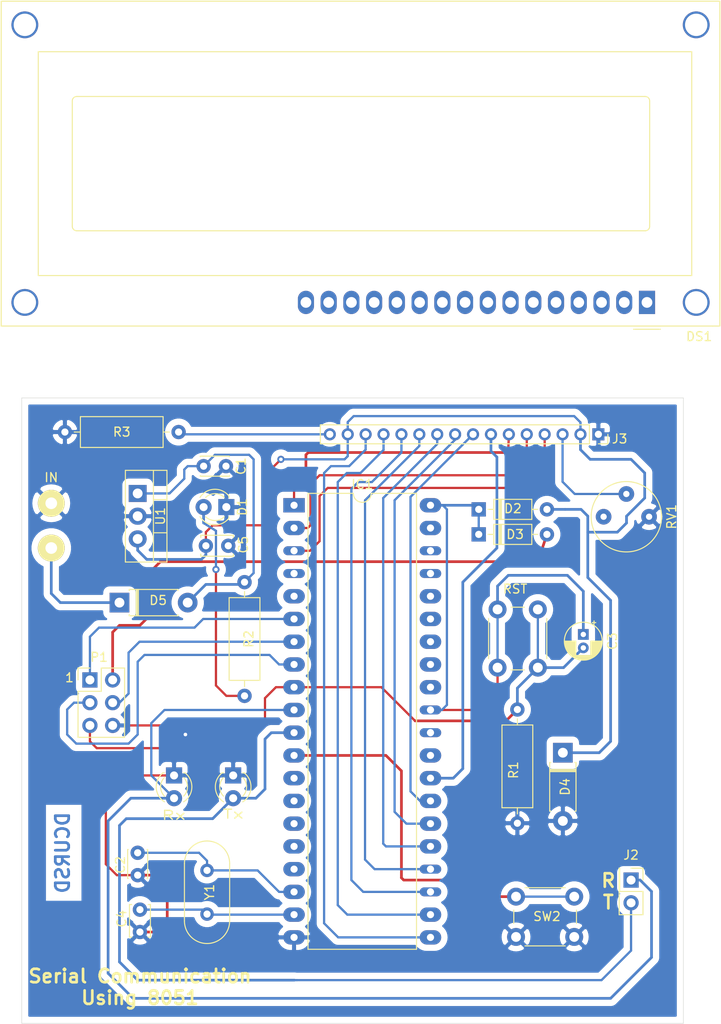
<source format=kicad_pcb>
(kicad_pcb (version 20171130) (host pcbnew "(5.1.9)-1")

  (general
    (thickness 1.6)
    (drawings 13)
    (tracks 259)
    (zones 0)
    (modules 26)
    (nets 48)
  )

  (page User 200 200)
  (title_block
    (title "8051 Transmitter End")
    (date 2021-04-09)
    (rev 01)
    (company "Blasphemous Deity")
  )

  (layers
    (0 F.Cu signal)
    (31 B.Cu signal)
    (36 B.SilkS user)
    (37 F.SilkS user)
    (42 Eco1.User user)
    (44 Edge.Cuts user)
    (45 Margin user)
    (46 B.CrtYd user)
    (47 F.CrtYd user)
  )

  (setup
    (last_trace_width 0.3)
    (user_trace_width 0.3)
    (trace_clearance 0.2)
    (zone_clearance 0.708)
    (zone_45_only no)
    (trace_min 0.2)
    (via_size 0.8)
    (via_drill 0.4)
    (via_min_size 0.4)
    (via_min_drill 0.3)
    (user_via 0.4 0.3)
    (uvia_size 0.3)
    (uvia_drill 0.1)
    (uvias_allowed no)
    (uvia_min_size 0.2)
    (uvia_min_drill 0.1)
    (edge_width 0.05)
    (segment_width 0.2)
    (pcb_text_width 0.3)
    (pcb_text_size 1.5 1.5)
    (mod_edge_width 0.12)
    (mod_text_size 1 1)
    (mod_text_width 0.15)
    (pad_size 2.4 1)
    (pad_drill 0.8)
    (pad_to_mask_clearance 0)
    (aux_axis_origin 0 0)
    (visible_elements FFFFF77F)
    (pcbplotparams
      (layerselection 0x010fc_ffffffff)
      (usegerberextensions false)
      (usegerberattributes true)
      (usegerberadvancedattributes true)
      (creategerberjobfile true)
      (excludeedgelayer true)
      (linewidth 0.100000)
      (plotframeref false)
      (viasonmask false)
      (mode 1)
      (useauxorigin false)
      (hpglpennumber 1)
      (hpglpenspeed 20)
      (hpglpendiameter 15.000000)
      (psnegative false)
      (psa4output false)
      (plotreference true)
      (plotvalue true)
      (plotinvisibletext false)
      (padsonsilk false)
      (subtractmaskfromsilk false)
      (outputformat 1)
      (mirror false)
      (drillshape 1)
      (scaleselection 1)
      (outputdirectory ""))
  )

  (net 0 "")
  (net 1 GND)
  (net 2 VCC)
  (net 3 XTAL2)
  (net 4 RESET)
  (net 5 XTAL1)
  (net 6 Vin1)
  (net 7 "Net-(D1-Pad2)")
  (net 8 Vin)
  (net 9 Vin2)
  (net 10 Rx)
  (net 11 Tx)
  (net 12 "Net-(DS1-Pad16)")
  (net 13 DATA7)
  (net 14 DATA6)
  (net 15 DATA5)
  (net 16 DATA4)
  (net 17 DATA3)
  (net 18 DATA2)
  (net 19 DATA1)
  (net 20 DATA0)
  (net 21 EN)
  (net 22 RW)
  (net 23 RS)
  (net 24 "Net-(DS1-Pad3)")
  (net 25 "Net-(IC1-Pad39)")
  (net 26 "Net-(IC1-Pad38)")
  (net 27 "Net-(IC1-Pad37)")
  (net 28 "Net-(IC1-Pad36)")
  (net 29 "Net-(IC1-Pad35)")
  (net 30 "Net-(IC1-Pad34)")
  (net 31 "Net-(IC1-Pad33)")
  (net 32 "Net-(IC1-Pad32)")
  (net 33 "Net-(IC1-Pad30)")
  (net 34 "Net-(IC1-Pad29)")
  (net 35 "Net-(IC1-Pad17)")
  (net 36 "Net-(IC1-Pad16)")
  (net 37 "Net-(IC1-Pad15)")
  (net 38 "Net-(IC1-Pad14)")
  (net 39 "Net-(IC1-Pad13)")
  (net 40 "Net-(IC1-Pad12)")
  (net 41 SCK)
  (net 42 MISO)
  (net 43 MOSI)
  (net 44 "Net-(IC1-Pad5)")
  (net 45 "Net-(IC1-Pad4)")
  (net 46 "Net-(RV1-Pad1)")
  (net 47 "Net-(D5-Pad1)")

  (net_class Default "This is the default net class."
    (clearance 0.2)
    (trace_width 0.25)
    (via_dia 0.8)
    (via_drill 0.4)
    (uvia_dia 0.3)
    (uvia_drill 0.1)
    (add_net DATA0)
    (add_net DATA1)
    (add_net DATA2)
    (add_net DATA3)
    (add_net DATA4)
    (add_net DATA5)
    (add_net DATA6)
    (add_net DATA7)
    (add_net EN)
    (add_net GND)
    (add_net MISO)
    (add_net MOSI)
    (add_net "Net-(D1-Pad2)")
    (add_net "Net-(D5-Pad1)")
    (add_net "Net-(DS1-Pad16)")
    (add_net "Net-(DS1-Pad3)")
    (add_net "Net-(IC1-Pad12)")
    (add_net "Net-(IC1-Pad13)")
    (add_net "Net-(IC1-Pad14)")
    (add_net "Net-(IC1-Pad15)")
    (add_net "Net-(IC1-Pad16)")
    (add_net "Net-(IC1-Pad17)")
    (add_net "Net-(IC1-Pad29)")
    (add_net "Net-(IC1-Pad30)")
    (add_net "Net-(IC1-Pad32)")
    (add_net "Net-(IC1-Pad33)")
    (add_net "Net-(IC1-Pad34)")
    (add_net "Net-(IC1-Pad35)")
    (add_net "Net-(IC1-Pad36)")
    (add_net "Net-(IC1-Pad37)")
    (add_net "Net-(IC1-Pad38)")
    (add_net "Net-(IC1-Pad39)")
    (add_net "Net-(IC1-Pad4)")
    (add_net "Net-(IC1-Pad5)")
    (add_net "Net-(RV1-Pad1)")
    (add_net RESET)
    (add_net RS)
    (add_net RW)
    (add_net Rx)
    (add_net SCK)
    (add_net Tx)
    (add_net VCC)
    (add_net Vin)
    (add_net Vin1)
    (add_net Vin2)
    (add_net XTAL1)
    (add_net XTAL2)
  )

  (module Connector_PinHeader_2.54mm:PinHeader_2x03_P2.54mm_Vertical (layer F.Cu) (tedit 59FED5CC) (tstamp 6071BD4A)
    (at 68.834 100.33)
    (descr "Through hole straight pin header, 2x03, 2.54mm pitch, double rows")
    (tags "Through hole pin header THT 2x03 2.54mm double row")
    (path /60774694)
    (fp_text reference P1 (at 1.016 -2.54) (layer F.SilkS)
      (effects (font (size 1 1) (thickness 0.15)))
    )
    (fp_text value CONN_02X03 (at 1.27 7.41) (layer F.Fab)
      (effects (font (size 1 1) (thickness 0.15)))
    )
    (fp_text user %R (at 1.27 2.54 90) (layer F.Fab)
      (effects (font (size 1 1) (thickness 0.15)))
    )
    (fp_line (start 0 -1.27) (end 3.81 -1.27) (layer F.Fab) (width 0.1))
    (fp_line (start 3.81 -1.27) (end 3.81 6.35) (layer F.Fab) (width 0.1))
    (fp_line (start 3.81 6.35) (end -1.27 6.35) (layer F.Fab) (width 0.1))
    (fp_line (start -1.27 6.35) (end -1.27 0) (layer F.Fab) (width 0.1))
    (fp_line (start -1.27 0) (end 0 -1.27) (layer F.Fab) (width 0.1))
    (fp_line (start -1.33 6.41) (end 3.87 6.41) (layer F.SilkS) (width 0.12))
    (fp_line (start -1.33 1.27) (end -1.33 6.41) (layer F.SilkS) (width 0.12))
    (fp_line (start 3.87 -1.33) (end 3.87 6.41) (layer F.SilkS) (width 0.12))
    (fp_line (start -1.33 1.27) (end 1.27 1.27) (layer F.SilkS) (width 0.12))
    (fp_line (start 1.27 1.27) (end 1.27 -1.33) (layer F.SilkS) (width 0.12))
    (fp_line (start 1.27 -1.33) (end 3.87 -1.33) (layer F.SilkS) (width 0.12))
    (fp_line (start -1.33 0) (end -1.33 -1.33) (layer F.SilkS) (width 0.12))
    (fp_line (start -1.33 -1.33) (end 0 -1.33) (layer F.SilkS) (width 0.12))
    (fp_line (start -1.8 -1.8) (end -1.8 6.85) (layer F.CrtYd) (width 0.05))
    (fp_line (start -1.8 6.85) (end 4.35 6.85) (layer F.CrtYd) (width 0.05))
    (fp_line (start 4.35 6.85) (end 4.35 -1.8) (layer F.CrtYd) (width 0.05))
    (fp_line (start 4.35 -1.8) (end -1.8 -1.8) (layer F.CrtYd) (width 0.05))
    (pad 6 thru_hole oval (at 2.54 5.08) (size 1.7 1.7) (drill 1) (layers *.Cu *.Mask)
      (net 1 GND))
    (pad 5 thru_hole oval (at 0 5.08) (size 1.7 1.7) (drill 1) (layers *.Cu *.Mask)
      (net 4 RESET))
    (pad 4 thru_hole oval (at 2.54 2.54) (size 1.7 1.7) (drill 1) (layers *.Cu *.Mask)
      (net 42 MISO))
    (pad 3 thru_hole oval (at 0 2.54) (size 1.7 1.7) (drill 1) (layers *.Cu *.Mask)
      (net 41 SCK))
    (pad 2 thru_hole oval (at 2.54 0) (size 1.7 1.7) (drill 1) (layers *.Cu *.Mask)
      (net 9 Vin2))
    (pad 1 thru_hole rect (at 0 0) (size 1.7 1.7) (drill 1) (layers *.Cu *.Mask)
      (net 43 MOSI))
    (model ${KISYS3DMOD}/Connector_PinHeader_2.54mm.3dshapes/PinHeader_2x03_P2.54mm_Vertical.wrl
      (at (xyz 0 0 0))
      (scale (xyz 1 1 1))
      (rotate (xyz 0 0 0))
    )
  )

  (module Package_DIP:DIP-40_W15.24mm_LongPads (layer F.Cu) (tedit 6070CB13) (tstamp 6071BCD8)
    (at 91.638 80.822)
    (descr "40-lead though-hole mounted DIP package, row spacing 15.24 mm (600 mils), LongPads")
    (tags "THT DIP DIL PDIP 2.54mm 15.24mm 600mil LongPads")
    (path /606C9E82)
    (fp_text reference IC1 (at 7.62 -2.33) (layer F.SilkS)
      (effects (font (size 1 1) (thickness 0.15)))
    )
    (fp_text value AT89S52-24PU (at 7.62 50.59) (layer F.Fab)
      (effects (font (size 1 1) (thickness 0.15)))
    )
    (fp_text user %R (at 7.62 24.13) (layer F.Fab)
      (effects (font (size 1 1) (thickness 0.15)))
    )
    (fp_arc (start 7.62 -1.33) (end 6.62 -1.33) (angle -180) (layer F.SilkS) (width 0.12))
    (fp_line (start 1.255 -1.27) (end 14.985 -1.27) (layer F.Fab) (width 0.1))
    (fp_line (start 14.985 -1.27) (end 14.985 49.53) (layer F.Fab) (width 0.1))
    (fp_line (start 14.985 49.53) (end 0.255 49.53) (layer F.Fab) (width 0.1))
    (fp_line (start 0.255 49.53) (end 0.255 -0.27) (layer F.Fab) (width 0.1))
    (fp_line (start 0.255 -0.27) (end 1.255 -1.27) (layer F.Fab) (width 0.1))
    (fp_line (start 6.62 -1.33) (end 1.56 -1.33) (layer F.SilkS) (width 0.12))
    (fp_line (start 1.56 -1.33) (end 1.56 49.59) (layer F.SilkS) (width 0.12))
    (fp_line (start 1.56 49.59) (end 13.68 49.59) (layer F.SilkS) (width 0.12))
    (fp_line (start 13.68 49.59) (end 13.68 -1.33) (layer F.SilkS) (width 0.12))
    (fp_line (start 13.68 -1.33) (end 8.62 -1.33) (layer F.SilkS) (width 0.12))
    (fp_line (start -1.5 -1.55) (end -1.5 49.8) (layer F.CrtYd) (width 0.05))
    (fp_line (start -1.5 49.8) (end 16.7 49.8) (layer F.CrtYd) (width 0.05))
    (fp_line (start 16.7 49.8) (end 16.7 -1.55) (layer F.CrtYd) (width 0.05))
    (fp_line (start 16.7 -1.55) (end -1.5 -1.55) (layer F.CrtYd) (width 0.05))
    (pad 40 thru_hole oval (at 15.24 0) (size 2.4 1.6) (drill 0.8) (layers *.Cu *.Mask)
      (net 8 Vin))
    (pad 20 thru_hole oval (at 0 48.26) (size 2.4 1.6) (drill 0.8) (layers *.Cu *.Mask)
      (net 1 GND))
    (pad 39 thru_hole oval (at 15.24 2.54) (size 2.4 1.6) (drill 0.8) (layers *.Cu *.Mask)
      (net 25 "Net-(IC1-Pad39)"))
    (pad 19 thru_hole oval (at 0 45.72) (size 2.4 1.6) (drill 0.8) (layers *.Cu *.Mask)
      (net 5 XTAL1))
    (pad 38 thru_hole oval (at 15.24 5.08) (size 2.4 1) (drill 0.8) (layers *.Cu *.Mask)
      (net 26 "Net-(IC1-Pad38)"))
    (pad 18 thru_hole oval (at 0 43.18) (size 2.4 1.6) (drill 0.8) (layers *.Cu *.Mask)
      (net 3 XTAL2))
    (pad 37 thru_hole oval (at 15.24 7.62) (size 2.4 1) (drill 0.8) (layers *.Cu *.Mask)
      (net 27 "Net-(IC1-Pad37)"))
    (pad 17 thru_hole oval (at 0 40.64) (size 2.4 1.6) (drill 0.8) (layers *.Cu *.Mask)
      (net 35 "Net-(IC1-Pad17)"))
    (pad 36 thru_hole oval (at 15.24 10.16) (size 2.4 1.6) (drill 0.8) (layers *.Cu *.Mask)
      (net 28 "Net-(IC1-Pad36)"))
    (pad 16 thru_hole oval (at 0 38.1) (size 2.4 1.6) (drill 0.8) (layers *.Cu *.Mask)
      (net 36 "Net-(IC1-Pad16)"))
    (pad 35 thru_hole oval (at 15.24 12.7) (size 2.4 1.6) (drill 0.8) (layers *.Cu *.Mask)
      (net 29 "Net-(IC1-Pad35)"))
    (pad 15 thru_hole oval (at 0 35.56) (size 2.4 1.6) (drill 0.8) (layers *.Cu *.Mask)
      (net 37 "Net-(IC1-Pad15)"))
    (pad 34 thru_hole oval (at 15.24 15.24) (size 2.4 1.6) (drill 0.8) (layers *.Cu *.Mask)
      (net 30 "Net-(IC1-Pad34)"))
    (pad 14 thru_hole oval (at 0 33.02) (size 2.4 1.6) (drill 0.8) (layers *.Cu *.Mask)
      (net 38 "Net-(IC1-Pad14)"))
    (pad 33 thru_hole oval (at 15.24 17.78) (size 2.4 1.6) (drill 0.8) (layers *.Cu *.Mask)
      (net 31 "Net-(IC1-Pad33)"))
    (pad 13 thru_hole oval (at 0 30.48) (size 2.4 1.6) (drill 0.8) (layers *.Cu *.Mask)
      (net 39 "Net-(IC1-Pad13)"))
    (pad 32 thru_hole oval (at 15.24 20.32) (size 2.4 1.6) (drill 0.8) (layers *.Cu *.Mask)
      (net 32 "Net-(IC1-Pad32)"))
    (pad 12 thru_hole oval (at 0 27.94) (size 2.4 1.6) (drill 0.8) (layers *.Cu *.Mask)
      (net 40 "Net-(IC1-Pad12)"))
    (pad 31 thru_hole oval (at 15.24 22.86) (size 2.4 1) (drill 0.8) (layers *.Cu *.Mask)
      (net 8 Vin))
    (pad 11 thru_hole oval (at 0 25.4) (size 2.4 1.6) (drill 0.8) (layers *.Cu *.Mask)
      (net 11 Tx))
    (pad 30 thru_hole oval (at 15.24 25.4) (size 2.4 1) (drill 0.8) (layers *.Cu *.Mask)
      (net 33 "Net-(IC1-Pad30)"))
    (pad 10 thru_hole oval (at 0 22.86) (size 2.4 1.6) (drill 0.8) (layers *.Cu *.Mask)
      (net 10 Rx))
    (pad 29 thru_hole oval (at 15.24 27.94) (size 2.4 1.6) (drill 0.8) (layers *.Cu *.Mask)
      (net 34 "Net-(IC1-Pad29)"))
    (pad 9 thru_hole oval (at 0 20.32) (size 2.4 1.6) (drill 0.8) (layers *.Cu *.Mask)
      (net 4 RESET))
    (pad 28 thru_hole oval (at 15.24 30.48) (size 2.4 1.6) (drill 0.8) (layers *.Cu *.Mask)
      (net 20 DATA0))
    (pad 8 thru_hole oval (at 0 17.78) (size 2.4 1.6) (drill 0.8) (layers *.Cu *.Mask)
      (net 41 SCK))
    (pad 27 thru_hole oval (at 15.24 33.02) (size 2.4 1.6) (drill 0.8) (layers *.Cu *.Mask)
      (net 19 DATA1))
    (pad 7 thru_hole oval (at 0 15.24) (size 2.4 1.6) (drill 0.8) (layers *.Cu *.Mask)
      (net 42 MISO))
    (pad 26 thru_hole oval (at 15.24 35.56) (size 2.4 1.6) (drill 0.8) (layers *.Cu *.Mask)
      (net 18 DATA2))
    (pad 6 thru_hole oval (at 0 12.7) (size 2.4 1.6) (drill 0.8) (layers *.Cu *.Mask)
      (net 43 MOSI))
    (pad 25 thru_hole oval (at 15.24 38.1) (size 2.4 1.6) (drill 0.8) (layers *.Cu *.Mask)
      (net 17 DATA3))
    (pad 5 thru_hole oval (at 0 10.16) (size 2.4 1.6) (drill 0.8) (layers *.Cu *.Mask)
      (net 44 "Net-(IC1-Pad5)"))
    (pad 24 thru_hole oval (at 15.24 40.64) (size 2.4 1) (drill 0.8) (layers *.Cu *.Mask)
      (net 16 DATA4))
    (pad 4 thru_hole oval (at 0 7.62) (size 2.4 1) (drill 0.8) (layers *.Cu *.Mask)
      (net 45 "Net-(IC1-Pad4)"))
    (pad 23 thru_hole oval (at 15.24 43.18) (size 2.4 1) (drill 0.8) (layers *.Cu *.Mask)
      (net 15 DATA5))
    (pad 3 thru_hole oval (at 0 5.08) (size 2.4 1) (drill 0.8) (layers *.Cu *.Mask)
      (net 23 RS))
    (pad 22 thru_hole oval (at 15.24 45.72) (size 2.4 1.6) (drill 0.8) (layers *.Cu *.Mask)
      (net 14 DATA6))
    (pad 2 thru_hole oval (at 0 2.54) (size 2.4 1.6) (drill 0.8) (layers *.Cu *.Mask)
      (net 22 RW))
    (pad 21 thru_hole oval (at 15.24 48.26) (size 2.4 1.6) (drill 0.8) (layers *.Cu *.Mask)
      (net 13 DATA7))
    (pad 1 thru_hole rect (at 0 0) (size 2.4 1.6) (drill 0.8) (layers *.Cu *.Mask)
      (net 21 EN))
    (model ${KISYS3DMOD}/Package_DIP.3dshapes/DIP-40_W15.24mm.wrl
      (at (xyz 0 0 0))
      (scale (xyz 1 1 1))
      (rotate (xyz 0 0 0))
    )
  )

  (module Connector_PinSocket_2.00mm:PinSocket_1x16_P2.00mm_Vertical (layer F.Cu) (tedit 5A19A41C) (tstamp 6071BD29)
    (at 125.634 72.898 270)
    (descr "Through hole straight socket strip, 1x16, 2.00mm pitch, single row (from Kicad 4.0.7), script generated")
    (tags "Through hole socket strip THT 1x16 2.00mm single row")
    (path /607775B9)
    (fp_text reference J3 (at 0.508 -2.382 180) (layer F.SilkS)
      (effects (font (size 1 1) (thickness 0.15)))
    )
    (fp_text value Conn_01x16_Female (at 0 32.5 90) (layer F.Fab)
      (effects (font (size 1 1) (thickness 0.15)))
    )
    (fp_text user %R (at 0 15) (layer F.Fab)
      (effects (font (size 1 1) (thickness 0.15)))
    )
    (fp_line (start -1 -1) (end 0.5 -1) (layer F.Fab) (width 0.1))
    (fp_line (start 0.5 -1) (end 1 -0.5) (layer F.Fab) (width 0.1))
    (fp_line (start 1 -0.5) (end 1 31) (layer F.Fab) (width 0.1))
    (fp_line (start 1 31) (end -1 31) (layer F.Fab) (width 0.1))
    (fp_line (start -1 31) (end -1 -1) (layer F.Fab) (width 0.1))
    (fp_line (start -1.06 1) (end 1.06 1) (layer F.SilkS) (width 0.12))
    (fp_line (start -1.06 1) (end -1.06 31.06) (layer F.SilkS) (width 0.12))
    (fp_line (start -1.06 31.06) (end 1.06 31.06) (layer F.SilkS) (width 0.12))
    (fp_line (start 1.06 1) (end 1.06 31.06) (layer F.SilkS) (width 0.12))
    (fp_line (start 1.06 -1.06) (end 1.06 0) (layer F.SilkS) (width 0.12))
    (fp_line (start 0 -1.06) (end 1.06 -1.06) (layer F.SilkS) (width 0.12))
    (fp_line (start -1.5 -1.5) (end 1.5 -1.5) (layer F.CrtYd) (width 0.05))
    (fp_line (start 1.5 -1.5) (end 1.5 31.5) (layer F.CrtYd) (width 0.05))
    (fp_line (start 1.5 31.5) (end -1.5 31.5) (layer F.CrtYd) (width 0.05))
    (fp_line (start -1.5 31.5) (end -1.5 -1.5) (layer F.CrtYd) (width 0.05))
    (pad 16 thru_hole oval (at 0 30 270) (size 1.35 1.35) (drill 0.8) (layers *.Cu *.Mask)
      (net 12 "Net-(DS1-Pad16)"))
    (pad 15 thru_hole oval (at 0 28 270) (size 1.35 1.35) (drill 0.8) (layers *.Cu *.Mask)
      (net 6 Vin1))
    (pad 14 thru_hole oval (at 0 26 270) (size 1.35 1.35) (drill 0.8) (layers *.Cu *.Mask)
      (net 13 DATA7))
    (pad 13 thru_hole oval (at 0 24 270) (size 1.35 1.35) (drill 0.8) (layers *.Cu *.Mask)
      (net 14 DATA6))
    (pad 12 thru_hole oval (at 0 22 270) (size 1.35 1.35) (drill 0.8) (layers *.Cu *.Mask)
      (net 15 DATA5))
    (pad 11 thru_hole oval (at 0 20 270) (size 1.35 1.35) (drill 0.8) (layers *.Cu *.Mask)
      (net 16 DATA4))
    (pad 10 thru_hole oval (at 0 18 270) (size 1.35 1.35) (drill 0.8) (layers *.Cu *.Mask)
      (net 17 DATA3))
    (pad 9 thru_hole oval (at 0 16 270) (size 1.35 1.35) (drill 0.8) (layers *.Cu *.Mask)
      (net 18 DATA2))
    (pad 8 thru_hole oval (at 0 14 270) (size 1.35 1.35) (drill 0.8) (layers *.Cu *.Mask)
      (net 19 DATA1))
    (pad 7 thru_hole oval (at 0 12 270) (size 1.35 1.35) (drill 0.8) (layers *.Cu *.Mask)
      (net 20 DATA0))
    (pad 6 thru_hole oval (at 0 10 270) (size 1.35 1.35) (drill 0.8) (layers *.Cu *.Mask)
      (net 21 EN))
    (pad 5 thru_hole oval (at 0 8 270) (size 1.35 1.35) (drill 0.8) (layers *.Cu *.Mask)
      (net 22 RW))
    (pad 4 thru_hole oval (at 0 6 270) (size 1.35 1.35) (drill 0.8) (layers *.Cu *.Mask)
      (net 23 RS))
    (pad 3 thru_hole oval (at 0 4 270) (size 1.35 1.35) (drill 0.8) (layers *.Cu *.Mask)
      (net 24 "Net-(DS1-Pad3)"))
    (pad 2 thru_hole oval (at 0 2 270) (size 1.35 1.35) (drill 0.8) (layers *.Cu *.Mask)
      (net 6 Vin1))
    (pad 1 thru_hole rect (at 0 0 270) (size 1.35 1.35) (drill 0.8) (layers *.Cu *.Mask)
      (net 1 GND))
    (model ${KISYS3DMOD}/Connector_PinSocket_2.00mm.3dshapes/PinSocket_1x16_P2.00mm_Vertical.wrl
      (at (xyz 0 0 0))
      (scale (xyz 1 1 1))
      (rotate (xyz 0 0 0))
    )
  )

  (module Connector_PinHeader_2.54mm:PinHeader_2x01_P2.54mm_Vertical (layer F.Cu) (tedit 59FED5CC) (tstamp 6071BD03)
    (at 129.286 122.682 270)
    (descr "Through hole straight pin header, 2x01, 2.54mm pitch, double rows")
    (tags "Through hole pin header THT 2x01 2.54mm double row")
    (path /60736475)
    (fp_text reference J2 (at -2.794 0 180) (layer F.SilkS)
      (effects (font (size 1 1) (thickness 0.15)))
    )
    (fp_text value Conn_02x01 (at 1.27 2.33 90) (layer F.Fab)
      (effects (font (size 1 1) (thickness 0.15)))
    )
    (fp_text user %R (at 1.27 0) (layer F.Fab)
      (effects (font (size 1 1) (thickness 0.15)))
    )
    (fp_line (start 0 -1.27) (end 3.81 -1.27) (layer F.Fab) (width 0.1))
    (fp_line (start 3.81 -1.27) (end 3.81 1.27) (layer F.Fab) (width 0.1))
    (fp_line (start 3.81 1.27) (end -1.27 1.27) (layer F.Fab) (width 0.1))
    (fp_line (start -1.27 1.27) (end -1.27 0) (layer F.Fab) (width 0.1))
    (fp_line (start -1.27 0) (end 0 -1.27) (layer F.Fab) (width 0.1))
    (fp_line (start -1.33 1.33) (end 3.87 1.33) (layer F.SilkS) (width 0.12))
    (fp_line (start -1.33 1.27) (end -1.33 1.33) (layer F.SilkS) (width 0.12))
    (fp_line (start 3.87 -1.33) (end 3.87 1.33) (layer F.SilkS) (width 0.12))
    (fp_line (start -1.33 1.27) (end 1.27 1.27) (layer F.SilkS) (width 0.12))
    (fp_line (start 1.27 1.27) (end 1.27 -1.33) (layer F.SilkS) (width 0.12))
    (fp_line (start 1.27 -1.33) (end 3.87 -1.33) (layer F.SilkS) (width 0.12))
    (fp_line (start -1.33 0) (end -1.33 -1.33) (layer F.SilkS) (width 0.12))
    (fp_line (start -1.33 -1.33) (end 0 -1.33) (layer F.SilkS) (width 0.12))
    (fp_line (start -1.8 -1.8) (end -1.8 1.8) (layer F.CrtYd) (width 0.05))
    (fp_line (start -1.8 1.8) (end 4.35 1.8) (layer F.CrtYd) (width 0.05))
    (fp_line (start 4.35 1.8) (end 4.35 -1.8) (layer F.CrtYd) (width 0.05))
    (fp_line (start 4.35 -1.8) (end -1.8 -1.8) (layer F.CrtYd) (width 0.05))
    (pad 2 thru_hole oval (at 2.54 0 270) (size 1.7 1.7) (drill 1) (layers *.Cu *.Mask)
      (net 11 Tx))
    (pad 1 thru_hole rect (at 0 0 270) (size 1.7 1.7) (drill 1) (layers *.Cu *.Mask)
      (net 10 Rx))
    (model ${KISYS3DMOD}/Connector_PinHeader_2.54mm.3dshapes/PinHeader_2x01_P2.54mm_Vertical.wrl
      (at (xyz 0 0 0))
      (scale (xyz 1 1 1))
      (rotate (xyz 0 0 0))
    )
  )

  (module Resistor_THT:R_Axial_DIN0309_L9.0mm_D3.2mm_P12.70mm_Horizontal (layer F.Cu) (tedit 5AE5139B) (tstamp 6072F8C4)
    (at 78.74 72.644 180)
    (descr "Resistor, Axial_DIN0309 series, Axial, Horizontal, pin pitch=12.7mm, 0.5W = 1/2W, length*diameter=9*3.2mm^2, http://cdn-reichelt.de/documents/datenblatt/B400/1_4W%23YAG.pdf")
    (tags "Resistor Axial_DIN0309 series Axial Horizontal pin pitch 12.7mm 0.5W = 1/2W length 9mm diameter 3.2mm")
    (path /60749DF3)
    (fp_text reference R3 (at 6.35 0) (layer F.SilkS)
      (effects (font (size 1 1) (thickness 0.15)))
    )
    (fp_text value 220 (at 6.35 2.72) (layer F.Fab)
      (effects (font (size 1 1) (thickness 0.15)))
    )
    (fp_text user %R (at 6.35 0) (layer F.Fab)
      (effects (font (size 1 1) (thickness 0.15)))
    )
    (fp_line (start 1.85 -1.6) (end 1.85 1.6) (layer F.Fab) (width 0.1))
    (fp_line (start 1.85 1.6) (end 10.85 1.6) (layer F.Fab) (width 0.1))
    (fp_line (start 10.85 1.6) (end 10.85 -1.6) (layer F.Fab) (width 0.1))
    (fp_line (start 10.85 -1.6) (end 1.85 -1.6) (layer F.Fab) (width 0.1))
    (fp_line (start 0 0) (end 1.85 0) (layer F.Fab) (width 0.1))
    (fp_line (start 12.7 0) (end 10.85 0) (layer F.Fab) (width 0.1))
    (fp_line (start 1.73 -1.72) (end 1.73 1.72) (layer F.SilkS) (width 0.12))
    (fp_line (start 1.73 1.72) (end 10.97 1.72) (layer F.SilkS) (width 0.12))
    (fp_line (start 10.97 1.72) (end 10.97 -1.72) (layer F.SilkS) (width 0.12))
    (fp_line (start 10.97 -1.72) (end 1.73 -1.72) (layer F.SilkS) (width 0.12))
    (fp_line (start 1.04 0) (end 1.73 0) (layer F.SilkS) (width 0.12))
    (fp_line (start 11.66 0) (end 10.97 0) (layer F.SilkS) (width 0.12))
    (fp_line (start -1.05 -1.85) (end -1.05 1.85) (layer F.CrtYd) (width 0.05))
    (fp_line (start -1.05 1.85) (end 13.75 1.85) (layer F.CrtYd) (width 0.05))
    (fp_line (start 13.75 1.85) (end 13.75 -1.85) (layer F.CrtYd) (width 0.05))
    (fp_line (start 13.75 -1.85) (end -1.05 -1.85) (layer F.CrtYd) (width 0.05))
    (pad 2 thru_hole oval (at 12.7 0 180) (size 1.6 1.6) (drill 0.8) (layers *.Cu *.Mask)
      (net 1 GND))
    (pad 1 thru_hole circle (at 0 0 180) (size 1.6 1.6) (drill 0.8) (layers *.Cu *.Mask)
      (net 12 "Net-(DS1-Pad16)"))
    (model ${KISYS3DMOD}/Resistor_THT.3dshapes/R_Axial_DIN0309_L9.0mm_D3.2mm_P12.70mm_Horizontal.wrl
      (at (xyz 0 0 0))
      (scale (xyz 1 1 1))
      (rotate (xyz 0 0 0))
    )
  )

  (module Resistor_THT:R_Axial_DIN0309_L9.0mm_D3.2mm_P12.70mm_Horizontal (layer F.Cu) (tedit 5AE5139B) (tstamp 60730D13)
    (at 86.106 89.408 270)
    (descr "Resistor, Axial_DIN0309 series, Axial, Horizontal, pin pitch=12.7mm, 0.5W = 1/2W, length*diameter=9*3.2mm^2, http://cdn-reichelt.de/documents/datenblatt/B400/1_4W%23YAG.pdf")
    (tags "Resistor Axial_DIN0309 series Axial Horizontal pin pitch 12.7mm 0.5W = 1/2W length 9mm diameter 3.2mm")
    (path /607929AD)
    (fp_text reference R2 (at 6.35 -0.47766 90) (layer F.SilkS)
      (effects (font (size 1 1) (thickness 0.15)))
    )
    (fp_text value 330 (at 6.35 2.72 90) (layer F.Fab)
      (effects (font (size 1 1) (thickness 0.15)))
    )
    (fp_text user %R (at 6.35 0 90) (layer F.Fab)
      (effects (font (size 1 1) (thickness 0.15)))
    )
    (fp_line (start 1.85 -1.6) (end 1.85 1.6) (layer F.Fab) (width 0.1))
    (fp_line (start 1.85 1.6) (end 10.85 1.6) (layer F.Fab) (width 0.1))
    (fp_line (start 10.85 1.6) (end 10.85 -1.6) (layer F.Fab) (width 0.1))
    (fp_line (start 10.85 -1.6) (end 1.85 -1.6) (layer F.Fab) (width 0.1))
    (fp_line (start 0 0) (end 1.85 0) (layer F.Fab) (width 0.1))
    (fp_line (start 12.7 0) (end 10.85 0) (layer F.Fab) (width 0.1))
    (fp_line (start 1.73 -1.72) (end 1.73 1.72) (layer F.SilkS) (width 0.12))
    (fp_line (start 1.73 1.72) (end 10.97 1.72) (layer F.SilkS) (width 0.12))
    (fp_line (start 10.97 1.72) (end 10.97 -1.72) (layer F.SilkS) (width 0.12))
    (fp_line (start 10.97 -1.72) (end 1.73 -1.72) (layer F.SilkS) (width 0.12))
    (fp_line (start 1.04 0) (end 1.73 0) (layer F.SilkS) (width 0.12))
    (fp_line (start 11.66 0) (end 10.97 0) (layer F.SilkS) (width 0.12))
    (fp_line (start -1.05 -1.85) (end -1.05 1.85) (layer F.CrtYd) (width 0.05))
    (fp_line (start -1.05 1.85) (end 13.75 1.85) (layer F.CrtYd) (width 0.05))
    (fp_line (start 13.75 1.85) (end 13.75 -1.85) (layer F.CrtYd) (width 0.05))
    (fp_line (start 13.75 -1.85) (end -1.05 -1.85) (layer F.CrtYd) (width 0.05))
    (pad 2 thru_hole oval (at 12.7 0 270) (size 1.6 1.6) (drill 0.8) (layers *.Cu *.Mask)
      (net 7 "Net-(D1-Pad2)"))
    (pad 1 thru_hole circle (at 0 0 270) (size 1.6 1.6) (drill 0.8) (layers *.Cu *.Mask)
      (net 2 VCC))
    (model ${KISYS3DMOD}/Resistor_THT.3dshapes/R_Axial_DIN0309_L9.0mm_D3.2mm_P12.70mm_Horizontal.wrl
      (at (xyz 0 0 0))
      (scale (xyz 1 1 1))
      (rotate (xyz 0 0 0))
    )
  )

  (module Resistor_THT:R_Axial_DIN0309_L9.0mm_D3.2mm_P12.70mm_Horizontal (layer F.Cu) (tedit 5AE5139B) (tstamp 6071BD61)
    (at 116.586 103.632 270)
    (descr "Resistor, Axial_DIN0309 series, Axial, Horizontal, pin pitch=12.7mm, 0.5W = 1/2W, length*diameter=9*3.2mm^2, http://cdn-reichelt.de/documents/datenblatt/B400/1_4W%23YAG.pdf")
    (tags "Resistor Axial_DIN0309 series Axial Horizontal pin pitch 12.7mm 0.5W = 1/2W length 9mm diameter 3.2mm")
    (path /606FFFFC)
    (fp_text reference R1 (at 6.7672 0.43332 90) (layer F.SilkS)
      (effects (font (size 1 1) (thickness 0.15)))
    )
    (fp_text value 10k (at 6.35 2.72 90) (layer F.Fab)
      (effects (font (size 1 1) (thickness 0.15)))
    )
    (fp_text user %R (at 6.35 0 90) (layer F.Fab)
      (effects (font (size 1 1) (thickness 0.15)))
    )
    (fp_line (start 1.85 -1.6) (end 1.85 1.6) (layer F.Fab) (width 0.1))
    (fp_line (start 1.85 1.6) (end 10.85 1.6) (layer F.Fab) (width 0.1))
    (fp_line (start 10.85 1.6) (end 10.85 -1.6) (layer F.Fab) (width 0.1))
    (fp_line (start 10.85 -1.6) (end 1.85 -1.6) (layer F.Fab) (width 0.1))
    (fp_line (start 0 0) (end 1.85 0) (layer F.Fab) (width 0.1))
    (fp_line (start 12.7 0) (end 10.85 0) (layer F.Fab) (width 0.1))
    (fp_line (start 1.73 -1.72) (end 1.73 1.72) (layer F.SilkS) (width 0.12))
    (fp_line (start 1.73 1.72) (end 10.97 1.72) (layer F.SilkS) (width 0.12))
    (fp_line (start 10.97 1.72) (end 10.97 -1.72) (layer F.SilkS) (width 0.12))
    (fp_line (start 10.97 -1.72) (end 1.73 -1.72) (layer F.SilkS) (width 0.12))
    (fp_line (start 1.04 0) (end 1.73 0) (layer F.SilkS) (width 0.12))
    (fp_line (start 11.66 0) (end 10.97 0) (layer F.SilkS) (width 0.12))
    (fp_line (start -1.05 -1.85) (end -1.05 1.85) (layer F.CrtYd) (width 0.05))
    (fp_line (start -1.05 1.85) (end 13.75 1.85) (layer F.CrtYd) (width 0.05))
    (fp_line (start 13.75 1.85) (end 13.75 -1.85) (layer F.CrtYd) (width 0.05))
    (fp_line (start 13.75 -1.85) (end -1.05 -1.85) (layer F.CrtYd) (width 0.05))
    (pad 2 thru_hole oval (at 12.7 0 270) (size 1.6 1.6) (drill 0.8) (layers *.Cu *.Mask)
      (net 1 GND))
    (pad 1 thru_hole circle (at 0 0 270) (size 1.6 1.6) (drill 0.8) (layers *.Cu *.Mask)
      (net 4 RESET))
    (model ${KISYS3DMOD}/Resistor_THT.3dshapes/R_Axial_DIN0309_L9.0mm_D3.2mm_P12.70mm_Horizontal.wrl
      (at (xyz 0 0 0))
      (scale (xyz 1 1 1))
      (rotate (xyz 0 0 0))
    )
  )

  (module Diode_THT:D_DO-41_SOD81_P7.62mm_Horizontal (layer F.Cu) (tedit 5AE50CD5) (tstamp 6071BC44)
    (at 72.136 91.694)
    (descr "Diode, DO-41_SOD81 series, Axial, Horizontal, pin pitch=7.62mm, , length*diameter=5.2*2.7mm^2, , http://www.diodes.com/_files/packages/DO-41%20(Plastic).pdf")
    (tags "Diode DO-41_SOD81 series Axial Horizontal pin pitch 7.62mm  length 5.2mm diameter 2.7mm")
    (path /60718EBD)
    (fp_text reference D5 (at 4.318 -0.254) (layer F.SilkS)
      (effects (font (size 1 1) (thickness 0.15)))
    )
    (fp_text value 1N4007 (at 3.81 2.47) (layer F.Fab)
      (effects (font (size 1 1) (thickness 0.15)))
    )
    (fp_text user K (at 0 -2.1) (layer F.SilkS) hide
      (effects (font (size 1 1) (thickness 0.15)))
    )
    (fp_text user K (at 0 -2.1) (layer F.Fab)
      (effects (font (size 1 1) (thickness 0.15)))
    )
    (fp_text user %R (at 4.2 0) (layer F.Fab)
      (effects (font (size 1 1) (thickness 0.15)))
    )
    (fp_line (start 1.21 -1.35) (end 1.21 1.35) (layer F.Fab) (width 0.1))
    (fp_line (start 1.21 1.35) (end 6.41 1.35) (layer F.Fab) (width 0.1))
    (fp_line (start 6.41 1.35) (end 6.41 -1.35) (layer F.Fab) (width 0.1))
    (fp_line (start 6.41 -1.35) (end 1.21 -1.35) (layer F.Fab) (width 0.1))
    (fp_line (start 0 0) (end 1.21 0) (layer F.Fab) (width 0.1))
    (fp_line (start 7.62 0) (end 6.41 0) (layer F.Fab) (width 0.1))
    (fp_line (start 1.99 -1.35) (end 1.99 1.35) (layer F.Fab) (width 0.1))
    (fp_line (start 2.09 -1.35) (end 2.09 1.35) (layer F.Fab) (width 0.1))
    (fp_line (start 1.89 -1.35) (end 1.89 1.35) (layer F.Fab) (width 0.1))
    (fp_line (start 1.09 -1.34) (end 1.09 -1.47) (layer F.SilkS) (width 0.12))
    (fp_line (start 1.09 -1.47) (end 6.53 -1.47) (layer F.SilkS) (width 0.12))
    (fp_line (start 6.53 -1.47) (end 6.53 -1.34) (layer F.SilkS) (width 0.12))
    (fp_line (start 1.09 1.34) (end 1.09 1.47) (layer F.SilkS) (width 0.12))
    (fp_line (start 1.09 1.47) (end 6.53 1.47) (layer F.SilkS) (width 0.12))
    (fp_line (start 6.53 1.47) (end 6.53 1.34) (layer F.SilkS) (width 0.12))
    (fp_line (start 1.99 -1.47) (end 1.99 1.47) (layer F.SilkS) (width 0.12))
    (fp_line (start 2.11 -1.47) (end 2.11 1.47) (layer F.SilkS) (width 0.12))
    (fp_line (start 1.87 -1.47) (end 1.87 1.47) (layer F.SilkS) (width 0.12))
    (fp_line (start -1.35 -1.6) (end -1.35 1.6) (layer F.CrtYd) (width 0.05))
    (fp_line (start -1.35 1.6) (end 8.97 1.6) (layer F.CrtYd) (width 0.05))
    (fp_line (start 8.97 1.6) (end 8.97 -1.6) (layer F.CrtYd) (width 0.05))
    (fp_line (start 8.97 -1.6) (end -1.35 -1.6) (layer F.CrtYd) (width 0.05))
    (pad 2 thru_hole oval (at 7.62 0) (size 2.2 2.2) (drill 1.1) (layers *.Cu *.Mask)
      (net 2 VCC))
    (pad 1 thru_hole rect (at 0 0) (size 2.2 2.2) (drill 1.1) (layers *.Cu *.Mask)
      (net 47 "Net-(D5-Pad1)"))
    (model ${KISYS3DMOD}/Diode_THT.3dshapes/D_DO-41_SOD81_P7.62mm_Horizontal.wrl
      (at (xyz 0 0 0))
      (scale (xyz 1 1 1))
      (rotate (xyz 0 0 0))
    )
  )

  (module Diode_THT:D_DO-41_SOD81_P7.62mm_Horizontal (layer F.Cu) (tedit 5AE50CD5) (tstamp 6071BC25)
    (at 121.666 108.458 270)
    (descr "Diode, DO-41_SOD81 series, Axial, Horizontal, pin pitch=7.62mm, , length*diameter=5.2*2.7mm^2, , http://www.diodes.com/_files/packages/DO-41%20(Plastic).pdf")
    (tags "Diode DO-41_SOD81 series Axial Horizontal pin pitch 7.62mm  length 5.2mm diameter 2.7mm")
    (path /60712C9C)
    (fp_text reference D4 (at 3.81 -0.254 90) (layer F.SilkS)
      (effects (font (size 1 1) (thickness 0.15)))
    )
    (fp_text value 1N4007 (at 3.81 2.47 90) (layer F.Fab)
      (effects (font (size 1 1) (thickness 0.15)))
    )
    (fp_text user K (at 0 -2.1 90) (layer F.SilkS) hide
      (effects (font (size 1 1) (thickness 0.15)))
    )
    (fp_text user K (at 0 -2.1 90) (layer F.Fab)
      (effects (font (size 1 1) (thickness 0.15)))
    )
    (fp_text user %R (at 4.2 0 90) (layer F.Fab)
      (effects (font (size 1 1) (thickness 0.15)))
    )
    (fp_line (start 1.21 -1.35) (end 1.21 1.35) (layer F.Fab) (width 0.1))
    (fp_line (start 1.21 1.35) (end 6.41 1.35) (layer F.Fab) (width 0.1))
    (fp_line (start 6.41 1.35) (end 6.41 -1.35) (layer F.Fab) (width 0.1))
    (fp_line (start 6.41 -1.35) (end 1.21 -1.35) (layer F.Fab) (width 0.1))
    (fp_line (start 0 0) (end 1.21 0) (layer F.Fab) (width 0.1))
    (fp_line (start 7.62 0) (end 6.41 0) (layer F.Fab) (width 0.1))
    (fp_line (start 1.99 -1.35) (end 1.99 1.35) (layer F.Fab) (width 0.1))
    (fp_line (start 2.09 -1.35) (end 2.09 1.35) (layer F.Fab) (width 0.1))
    (fp_line (start 1.89 -1.35) (end 1.89 1.35) (layer F.Fab) (width 0.1))
    (fp_line (start 1.09 -1.34) (end 1.09 -1.47) (layer F.SilkS) (width 0.12))
    (fp_line (start 1.09 -1.47) (end 6.53 -1.47) (layer F.SilkS) (width 0.12))
    (fp_line (start 6.53 -1.47) (end 6.53 -1.34) (layer F.SilkS) (width 0.12))
    (fp_line (start 1.09 1.34) (end 1.09 1.47) (layer F.SilkS) (width 0.12))
    (fp_line (start 1.09 1.47) (end 6.53 1.47) (layer F.SilkS) (width 0.12))
    (fp_line (start 6.53 1.47) (end 6.53 1.34) (layer F.SilkS) (width 0.12))
    (fp_line (start 1.99 -1.47) (end 1.99 1.47) (layer F.SilkS) (width 0.12))
    (fp_line (start 2.11 -1.47) (end 2.11 1.47) (layer F.SilkS) (width 0.12))
    (fp_line (start 1.87 -1.47) (end 1.87 1.47) (layer F.SilkS) (width 0.12))
    (fp_line (start -1.35 -1.6) (end -1.35 1.6) (layer F.CrtYd) (width 0.05))
    (fp_line (start -1.35 1.6) (end 8.97 1.6) (layer F.CrtYd) (width 0.05))
    (fp_line (start 8.97 1.6) (end 8.97 -1.6) (layer F.CrtYd) (width 0.05))
    (fp_line (start 8.97 -1.6) (end -1.35 -1.6) (layer F.CrtYd) (width 0.05))
    (pad 2 thru_hole oval (at 7.62 0 270) (size 2.2 2.2) (drill 1.1) (layers *.Cu *.Mask)
      (net 1 GND))
    (pad 1 thru_hole rect (at 0 0 270) (size 2.2 2.2) (drill 1.1) (layers *.Cu *.Mask)
      (net 6 Vin1))
    (model ${KISYS3DMOD}/Diode_THT.3dshapes/D_DO-41_SOD81_P7.62mm_Horizontal.wrl
      (at (xyz 0 0 0))
      (scale (xyz 1 1 1))
      (rotate (xyz 0 0 0))
    )
  )

  (module Diode_THT:D_DO-35_SOD27_P7.62mm_Horizontal (layer F.Cu) (tedit 5AE50CD5) (tstamp 6071BC06)
    (at 112.268 84.074)
    (descr "Diode, DO-35_SOD27 series, Axial, Horizontal, pin pitch=7.62mm, , length*diameter=4*2mm^2, , http://www.diodes.com/_files/packages/DO-35.pdf")
    (tags "Diode DO-35_SOD27 series Axial Horizontal pin pitch 7.62mm  length 4mm diameter 2mm")
    (path /6071B335)
    (fp_text reference D3 (at 4.064 0) (layer F.SilkS)
      (effects (font (size 1 1) (thickness 0.15)))
    )
    (fp_text value 1N5818 (at 3.81 2.12) (layer F.Fab)
      (effects (font (size 1 1) (thickness 0.15)))
    )
    (fp_text user K (at -1.61584 0.03066) (layer F.SilkS) hide
      (effects (font (size 1 1) (thickness 0.15)))
    )
    (fp_text user K (at 0 -1.8) (layer F.Fab)
      (effects (font (size 1 1) (thickness 0.15)))
    )
    (fp_text user %R (at 4.11 0) (layer F.Fab)
      (effects (font (size 0.8 0.8) (thickness 0.12)))
    )
    (fp_line (start 1.81 -1) (end 1.81 1) (layer F.Fab) (width 0.1))
    (fp_line (start 1.81 1) (end 5.81 1) (layer F.Fab) (width 0.1))
    (fp_line (start 5.81 1) (end 5.81 -1) (layer F.Fab) (width 0.1))
    (fp_line (start 5.81 -1) (end 1.81 -1) (layer F.Fab) (width 0.1))
    (fp_line (start 0 0) (end 1.81 0) (layer F.Fab) (width 0.1))
    (fp_line (start 7.62 0) (end 5.81 0) (layer F.Fab) (width 0.1))
    (fp_line (start 2.41 -1) (end 2.41 1) (layer F.Fab) (width 0.1))
    (fp_line (start 2.51 -1) (end 2.51 1) (layer F.Fab) (width 0.1))
    (fp_line (start 2.31 -1) (end 2.31 1) (layer F.Fab) (width 0.1))
    (fp_line (start 1.69 -1.12) (end 1.69 1.12) (layer F.SilkS) (width 0.12))
    (fp_line (start 1.69 1.12) (end 5.93 1.12) (layer F.SilkS) (width 0.12))
    (fp_line (start 5.93 1.12) (end 5.93 -1.12) (layer F.SilkS) (width 0.12))
    (fp_line (start 5.93 -1.12) (end 1.69 -1.12) (layer F.SilkS) (width 0.12))
    (fp_line (start 1.04 0) (end 1.69 0) (layer F.SilkS) (width 0.12))
    (fp_line (start 6.58 0) (end 5.93 0) (layer F.SilkS) (width 0.12))
    (fp_line (start 2.41 -1.12) (end 2.41 1.12) (layer F.SilkS) (width 0.12))
    (fp_line (start 2.53 -1.12) (end 2.53 1.12) (layer F.SilkS) (width 0.12))
    (fp_line (start 2.29 -1.12) (end 2.29 1.12) (layer F.SilkS) (width 0.12))
    (fp_line (start -1.05 -1.25) (end -1.05 1.25) (layer F.CrtYd) (width 0.05))
    (fp_line (start -1.05 1.25) (end 8.67 1.25) (layer F.CrtYd) (width 0.05))
    (fp_line (start 8.67 1.25) (end 8.67 -1.25) (layer F.CrtYd) (width 0.05))
    (fp_line (start 8.67 -1.25) (end -1.05 -1.25) (layer F.CrtYd) (width 0.05))
    (pad 2 thru_hole oval (at 7.62 0) (size 1.6 1.6) (drill 0.8) (layers *.Cu *.Mask)
      (net 9 Vin2))
    (pad 1 thru_hole rect (at 0 0) (size 1.6 1.6) (drill 0.8) (layers *.Cu *.Mask)
      (net 8 Vin))
    (model ${KISYS3DMOD}/Diode_THT.3dshapes/D_DO-35_SOD27_P7.62mm_Horizontal.wrl
      (at (xyz 0 0 0))
      (scale (xyz 1 1 1))
      (rotate (xyz 0 0 0))
    )
  )

  (module Diode_THT:D_DO-35_SOD27_P7.62mm_Horizontal (layer F.Cu) (tedit 5AE50CD5) (tstamp 6071BBE7)
    (at 112.268 81.28)
    (descr "Diode, DO-35_SOD27 series, Axial, Horizontal, pin pitch=7.62mm, , length*diameter=4*2mm^2, , http://www.diodes.com/_files/packages/DO-35.pdf")
    (tags "Diode DO-35_SOD27 series Axial Horizontal pin pitch 7.62mm  length 4mm diameter 2mm")
    (path /6071A95D)
    (fp_text reference D2 (at 3.81254 -0.0889) (layer F.SilkS)
      (effects (font (size 1 1) (thickness 0.15)))
    )
    (fp_text value 1N5818 (at 3.81 2.12) (layer F.Fab)
      (effects (font (size 1 1) (thickness 0.15)))
    )
    (fp_text user K (at 0 -1.8) (layer F.SilkS) hide
      (effects (font (size 1 1) (thickness 0.15)))
    )
    (fp_text user K (at 0 -1.8) (layer F.Fab)
      (effects (font (size 1 1) (thickness 0.15)))
    )
    (fp_text user %R (at 4.11 0) (layer F.Fab)
      (effects (font (size 0.8 0.8) (thickness 0.12)))
    )
    (fp_line (start 1.81 -1) (end 1.81 1) (layer F.Fab) (width 0.1))
    (fp_line (start 1.81 1) (end 5.81 1) (layer F.Fab) (width 0.1))
    (fp_line (start 5.81 1) (end 5.81 -1) (layer F.Fab) (width 0.1))
    (fp_line (start 5.81 -1) (end 1.81 -1) (layer F.Fab) (width 0.1))
    (fp_line (start 0 0) (end 1.81 0) (layer F.Fab) (width 0.1))
    (fp_line (start 7.62 0) (end 5.81 0) (layer F.Fab) (width 0.1))
    (fp_line (start 2.41 -1) (end 2.41 1) (layer F.Fab) (width 0.1))
    (fp_line (start 2.51 -1) (end 2.51 1) (layer F.Fab) (width 0.1))
    (fp_line (start 2.31 -1) (end 2.31 1) (layer F.Fab) (width 0.1))
    (fp_line (start 1.69 -1.12) (end 1.69 1.12) (layer F.SilkS) (width 0.12))
    (fp_line (start 1.69 1.12) (end 5.93 1.12) (layer F.SilkS) (width 0.12))
    (fp_line (start 5.93 1.12) (end 5.93 -1.12) (layer F.SilkS) (width 0.12))
    (fp_line (start 5.93 -1.12) (end 1.69 -1.12) (layer F.SilkS) (width 0.12))
    (fp_line (start 1.04 0) (end 1.69 0) (layer F.SilkS) (width 0.12))
    (fp_line (start 6.58 0) (end 5.93 0) (layer F.SilkS) (width 0.12))
    (fp_line (start 2.41 -1.12) (end 2.41 1.12) (layer F.SilkS) (width 0.12))
    (fp_line (start 2.53 -1.12) (end 2.53 1.12) (layer F.SilkS) (width 0.12))
    (fp_line (start 2.29 -1.12) (end 2.29 1.12) (layer F.SilkS) (width 0.12))
    (fp_line (start -1.05 -1.25) (end -1.05 1.25) (layer F.CrtYd) (width 0.05))
    (fp_line (start -1.05 1.25) (end 8.67 1.25) (layer F.CrtYd) (width 0.05))
    (fp_line (start 8.67 1.25) (end 8.67 -1.25) (layer F.CrtYd) (width 0.05))
    (fp_line (start 8.67 -1.25) (end -1.05 -1.25) (layer F.CrtYd) (width 0.05))
    (pad 2 thru_hole oval (at 7.62 0) (size 1.6 1.6) (drill 0.8) (layers *.Cu *.Mask)
      (net 6 Vin1))
    (pad 1 thru_hole rect (at 0 0) (size 1.6 1.6) (drill 0.8) (layers *.Cu *.Mask)
      (net 8 Vin))
    (model ${KISYS3DMOD}/Diode_THT.3dshapes/D_DO-35_SOD27_P7.62mm_Horizontal.wrl
      (at (xyz 0 0 0))
      (scale (xyz 1 1 1))
      (rotate (xyz 0 0 0))
    )
  )

  (module Crystal:Crystal_HC49-4H_Vertical (layer F.Cu) (tedit 5A1AD3B7) (tstamp 6071BE0F)
    (at 81.918 121.602 270)
    (descr "Crystal THT HC-49-4H http://5hertz.com/pdfs/04404_D.pdf")
    (tags "THT crystalHC-49-4H")
    (path /6075153C)
    (fp_text reference Y1 (at 2.42824 -0.2794 90) (layer F.SilkS)
      (effects (font (size 1 1) (thickness 0.15)))
    )
    (fp_text value Crystal_Small (at 2.44 3.525 90) (layer F.Fab)
      (effects (font (size 1 1) (thickness 0.15)))
    )
    (fp_arc (start 5.64 0) (end 5.64 -2.525) (angle 180) (layer F.SilkS) (width 0.12))
    (fp_arc (start -0.76 0) (end -0.76 -2.525) (angle -180) (layer F.SilkS) (width 0.12))
    (fp_arc (start 5.44 0) (end 5.44 -2) (angle 180) (layer F.Fab) (width 0.1))
    (fp_arc (start -0.56 0) (end -0.56 -2) (angle -180) (layer F.Fab) (width 0.1))
    (fp_arc (start 5.64 0) (end 5.64 -2.325) (angle 180) (layer F.Fab) (width 0.1))
    (fp_arc (start -0.76 0) (end -0.76 -2.325) (angle -180) (layer F.Fab) (width 0.1))
    (fp_text user %R (at 2.44 0 90) (layer F.Fab)
      (effects (font (size 1 1) (thickness 0.15)))
    )
    (fp_line (start -0.76 -2.325) (end 5.64 -2.325) (layer F.Fab) (width 0.1))
    (fp_line (start -0.76 2.325) (end 5.64 2.325) (layer F.Fab) (width 0.1))
    (fp_line (start -0.56 -2) (end 5.44 -2) (layer F.Fab) (width 0.1))
    (fp_line (start -0.56 2) (end 5.44 2) (layer F.Fab) (width 0.1))
    (fp_line (start -0.76 -2.525) (end 5.64 -2.525) (layer F.SilkS) (width 0.12))
    (fp_line (start -0.76 2.525) (end 5.64 2.525) (layer F.SilkS) (width 0.12))
    (fp_line (start -3.6 -2.8) (end -3.6 2.8) (layer F.CrtYd) (width 0.05))
    (fp_line (start -3.6 2.8) (end 8.5 2.8) (layer F.CrtYd) (width 0.05))
    (fp_line (start 8.5 2.8) (end 8.5 -2.8) (layer F.CrtYd) (width 0.05))
    (fp_line (start 8.5 -2.8) (end -3.6 -2.8) (layer F.CrtYd) (width 0.05))
    (pad 2 thru_hole circle (at 4.88 0 270) (size 1.5 1.5) (drill 0.8) (layers *.Cu *.Mask)
      (net 5 XTAL1))
    (pad 1 thru_hole circle (at 0 0 270) (size 1.5 1.5) (drill 0.8) (layers *.Cu *.Mask)
      (net 3 XTAL2))
    (model ${KISYS3DMOD}/Crystal.3dshapes/Crystal_HC49-4H_Vertical.wrl
      (at (xyz 0 0 0))
      (scale (xyz 1 1 1))
      (rotate (xyz 0 0 0))
    )
  )

  (module Package_TO_SOT_THT:TO-220-3_Vertical (layer F.Cu) (tedit 5AC8BA0D) (tstamp 6071BDF8)
    (at 74.168 79.502 270)
    (descr "TO-220-3, Vertical, RM 2.54mm, see https://www.vishay.com/docs/66542/to-220-1.pdf")
    (tags "TO-220-3 Vertical RM 2.54mm")
    (path /6070D87F)
    (fp_text reference U1 (at 2.54 -2.54 90) (layer F.SilkS)
      (effects (font (size 1 1) (thickness 0.15)))
    )
    (fp_text value LM7805_TO220 (at 2.54 2.5 90) (layer F.Fab)
      (effects (font (size 1 1) (thickness 0.15)))
    )
    (fp_text user %R (at 2.54 -4.27 90) (layer F.Fab)
      (effects (font (size 1 1) (thickness 0.15)))
    )
    (fp_line (start -2.46 -3.15) (end -2.46 1.25) (layer F.Fab) (width 0.1))
    (fp_line (start -2.46 1.25) (end 7.54 1.25) (layer F.Fab) (width 0.1))
    (fp_line (start 7.54 1.25) (end 7.54 -3.15) (layer F.Fab) (width 0.1))
    (fp_line (start 7.54 -3.15) (end -2.46 -3.15) (layer F.Fab) (width 0.1))
    (fp_line (start -2.46 -1.88) (end 7.54 -1.88) (layer F.Fab) (width 0.1))
    (fp_line (start 0.69 -3.15) (end 0.69 -1.88) (layer F.Fab) (width 0.1))
    (fp_line (start 4.39 -3.15) (end 4.39 -1.88) (layer F.Fab) (width 0.1))
    (fp_line (start -2.58 -3.27) (end 7.66 -3.27) (layer F.SilkS) (width 0.12))
    (fp_line (start -2.58 1.371) (end 7.66 1.371) (layer F.SilkS) (width 0.12))
    (fp_line (start -2.58 -3.27) (end -2.58 1.371) (layer F.SilkS) (width 0.12))
    (fp_line (start 7.66 -3.27) (end 7.66 1.371) (layer F.SilkS) (width 0.12))
    (fp_line (start -2.58 -1.76) (end 7.66 -1.76) (layer F.SilkS) (width 0.12))
    (fp_line (start 0.69 -3.27) (end 0.69 -1.76) (layer F.SilkS) (width 0.12))
    (fp_line (start 4.391 -3.27) (end 4.391 -1.76) (layer F.SilkS) (width 0.12))
    (fp_line (start -2.71 -3.4) (end -2.71 1.51) (layer F.CrtYd) (width 0.05))
    (fp_line (start -2.71 1.51) (end 7.79 1.51) (layer F.CrtYd) (width 0.05))
    (fp_line (start 7.79 1.51) (end 7.79 -3.4) (layer F.CrtYd) (width 0.05))
    (fp_line (start 7.79 -3.4) (end -2.71 -3.4) (layer F.CrtYd) (width 0.05))
    (pad 3 thru_hole oval (at 5.08 0 270) (size 1.905 2) (drill 1.1) (layers *.Cu *.Mask)
      (net 6 Vin1))
    (pad 2 thru_hole oval (at 2.54 0 270) (size 1.905 2) (drill 1.1) (layers *.Cu *.Mask)
      (net 1 GND))
    (pad 1 thru_hole rect (at 0 0 270) (size 1.905 2) (drill 1.1) (layers *.Cu *.Mask)
      (net 2 VCC))
    (model ${KISYS3DMOD}/Package_TO_SOT_THT.3dshapes/TO-220-3_Vertical.wrl
      (at (xyz 0 0 0))
      (scale (xyz 1 1 1))
      (rotate (xyz 0 0 0))
    )
  )

  (module Button_Switch_THT:SW_PUSH_6mm_H4.3mm (layer F.Cu) (tedit 5A02FE31) (tstamp 6071BDDE)
    (at 122.936 129.032 180)
    (descr "tactile push button, 6x6mm e.g. PHAP33xx series, height=4.3mm")
    (tags "tact sw push 6mm")
    (path /6074E744)
    (fp_text reference SW2 (at 3.048 2.286) (layer F.SilkS)
      (effects (font (size 1 1) (thickness 0.15)))
    )
    (fp_text value SW_SPST (at 3.75 6.7) (layer F.Fab)
      (effects (font (size 1 1) (thickness 0.15)))
    )
    (fp_text user %R (at 3.25 2.25) (layer F.Fab)
      (effects (font (size 1 1) (thickness 0.15)))
    )
    (fp_line (start 3.25 -0.75) (end 6.25 -0.75) (layer F.Fab) (width 0.1))
    (fp_line (start 6.25 -0.75) (end 6.25 5.25) (layer F.Fab) (width 0.1))
    (fp_line (start 6.25 5.25) (end 0.25 5.25) (layer F.Fab) (width 0.1))
    (fp_line (start 0.25 5.25) (end 0.25 -0.75) (layer F.Fab) (width 0.1))
    (fp_line (start 0.25 -0.75) (end 3.25 -0.75) (layer F.Fab) (width 0.1))
    (fp_line (start 7.75 6) (end 8 6) (layer F.CrtYd) (width 0.05))
    (fp_line (start 8 6) (end 8 5.75) (layer F.CrtYd) (width 0.05))
    (fp_line (start 7.75 -1.5) (end 8 -1.5) (layer F.CrtYd) (width 0.05))
    (fp_line (start 8 -1.5) (end 8 -1.25) (layer F.CrtYd) (width 0.05))
    (fp_line (start -1.5 -1.25) (end -1.5 -1.5) (layer F.CrtYd) (width 0.05))
    (fp_line (start -1.5 -1.5) (end -1.25 -1.5) (layer F.CrtYd) (width 0.05))
    (fp_line (start -1.5 5.75) (end -1.5 6) (layer F.CrtYd) (width 0.05))
    (fp_line (start -1.5 6) (end -1.25 6) (layer F.CrtYd) (width 0.05))
    (fp_line (start -1.25 -1.5) (end 7.75 -1.5) (layer F.CrtYd) (width 0.05))
    (fp_line (start -1.5 5.75) (end -1.5 -1.25) (layer F.CrtYd) (width 0.05))
    (fp_line (start 7.75 6) (end -1.25 6) (layer F.CrtYd) (width 0.05))
    (fp_line (start 8 -1.25) (end 8 5.75) (layer F.CrtYd) (width 0.05))
    (fp_line (start 1 5.5) (end 5.5 5.5) (layer F.SilkS) (width 0.12))
    (fp_line (start -0.25 1.5) (end -0.25 3) (layer F.SilkS) (width 0.12))
    (fp_line (start 5.5 -1) (end 1 -1) (layer F.SilkS) (width 0.12))
    (fp_line (start 6.75 3) (end 6.75 1.5) (layer F.SilkS) (width 0.12))
    (fp_circle (center 3.25 2.25) (end 1.25 2.5) (layer F.Fab) (width 0.1))
    (pad 1 thru_hole circle (at 6.5 0 270) (size 2 2) (drill 1.1) (layers *.Cu *.Mask)
      (net 1 GND))
    (pad 2 thru_hole circle (at 6.5 4.5 270) (size 2 2) (drill 1.1) (layers *.Cu *.Mask)
      (net 40 "Net-(IC1-Pad12)"))
    (pad 1 thru_hole circle (at 0 0 270) (size 2 2) (drill 1.1) (layers *.Cu *.Mask)
      (net 1 GND))
    (pad 2 thru_hole circle (at 0 4.5 270) (size 2 2) (drill 1.1) (layers *.Cu *.Mask)
      (net 40 "Net-(IC1-Pad12)"))
    (model ${KISYS3DMOD}/Button_Switch_THT.3dshapes/SW_PUSH_6mm_H4.3mm.wrl
      (at (xyz 0 0 0))
      (scale (xyz 1 1 1))
      (rotate (xyz 0 0 0))
    )
  )

  (module Button_Switch_THT:SW_PUSH_6mm_H4.3mm (layer F.Cu) (tedit 5A02FE31) (tstamp 6071BDBF)
    (at 118.872 92.456 270)
    (descr "tactile push button, 6x6mm e.g. PHAP33xx series, height=4.3mm")
    (tags "tact sw push 6mm")
    (path /6074B572)
    (fp_text reference RST (at -2.286 2.54) (layer F.SilkS)
      (effects (font (size 1 1) (thickness 0.15)))
    )
    (fp_text value SW_SPST (at 3.75 6.7 90) (layer F.Fab)
      (effects (font (size 1 1) (thickness 0.15)))
    )
    (fp_text user %R (at 3.25 2.25 90) (layer F.Fab)
      (effects (font (size 1 1) (thickness 0.15)))
    )
    (fp_line (start 3.25 -0.75) (end 6.25 -0.75) (layer F.Fab) (width 0.1))
    (fp_line (start 6.25 -0.75) (end 6.25 5.25) (layer F.Fab) (width 0.1))
    (fp_line (start 6.25 5.25) (end 0.25 5.25) (layer F.Fab) (width 0.1))
    (fp_line (start 0.25 5.25) (end 0.25 -0.75) (layer F.Fab) (width 0.1))
    (fp_line (start 0.25 -0.75) (end 3.25 -0.75) (layer F.Fab) (width 0.1))
    (fp_line (start 7.75 6) (end 8 6) (layer F.CrtYd) (width 0.05))
    (fp_line (start 8 6) (end 8 5.75) (layer F.CrtYd) (width 0.05))
    (fp_line (start 7.75 -1.5) (end 8 -1.5) (layer F.CrtYd) (width 0.05))
    (fp_line (start 8 -1.5) (end 8 -1.25) (layer F.CrtYd) (width 0.05))
    (fp_line (start -1.5 -1.25) (end -1.5 -1.5) (layer F.CrtYd) (width 0.05))
    (fp_line (start -1.5 -1.5) (end -1.25 -1.5) (layer F.CrtYd) (width 0.05))
    (fp_line (start -1.5 5.75) (end -1.5 6) (layer F.CrtYd) (width 0.05))
    (fp_line (start -1.5 6) (end -1.25 6) (layer F.CrtYd) (width 0.05))
    (fp_line (start -1.25 -1.5) (end 7.75 -1.5) (layer F.CrtYd) (width 0.05))
    (fp_line (start -1.5 5.75) (end -1.5 -1.25) (layer F.CrtYd) (width 0.05))
    (fp_line (start 7.75 6) (end -1.25 6) (layer F.CrtYd) (width 0.05))
    (fp_line (start 8 -1.25) (end 8 5.75) (layer F.CrtYd) (width 0.05))
    (fp_line (start 1 5.5) (end 5.5 5.5) (layer F.SilkS) (width 0.12))
    (fp_line (start -0.25 1.5) (end -0.25 3) (layer F.SilkS) (width 0.12))
    (fp_line (start 5.5 -1) (end 1 -1) (layer F.SilkS) (width 0.12))
    (fp_line (start 6.75 3) (end 6.75 1.5) (layer F.SilkS) (width 0.12))
    (fp_circle (center 3.25 2.25) (end 1.25 2.5) (layer F.Fab) (width 0.1))
    (pad 1 thru_hole circle (at 6.5 0) (size 2 2) (drill 1.1) (layers *.Cu *.Mask)
      (net 4 RESET))
    (pad 2 thru_hole circle (at 6.5 4.5) (size 2 2) (drill 1.1) (layers *.Cu *.Mask)
      (net 8 Vin))
    (pad 1 thru_hole circle (at 0 0) (size 2 2) (drill 1.1) (layers *.Cu *.Mask)
      (net 4 RESET))
    (pad 2 thru_hole circle (at 0 4.5) (size 2 2) (drill 1.1) (layers *.Cu *.Mask)
      (net 8 Vin))
    (model ${KISYS3DMOD}/Button_Switch_THT.3dshapes/SW_PUSH_6mm_H4.3mm.wrl
      (at (xyz 0 0 0))
      (scale (xyz 1 1 1))
      (rotate (xyz 0 0 0))
    )
  )

  (module Potentiometer_THT:Potentiometer_Bourns_3339P_Vertical_HandSoldering (layer F.Cu) (tedit 5BCDF3D1) (tstamp 6071BDA0)
    (at 126.218 82.102 270)
    (descr "Potentiometer, vertical, Bourns 3339P, hand-soldering, http://www.bourns.com/docs/Product-Datasheets/3339.pdf")
    (tags "Potentiometer vertical Bourns 3339P hand-soldering")
    (path /6075021C)
    (fp_text reference RV1 (at 0 -7.6 90) (layer F.SilkS)
      (effects (font (size 1 1) (thickness 0.15)))
    )
    (fp_text value 10k (at 0 2.52 90) (layer F.Fab)
      (effects (font (size 1 1) (thickness 0.15)))
    )
    (fp_text user %R (at -3.018 -2.54) (layer F.Fab)
      (effects (font (size 0.66 0.66) (thickness 0.15)))
    )
    (fp_circle (center 0 -2.54) (end 3.81 -2.54) (layer F.Fab) (width 0.1))
    (fp_circle (center 0 -2.54) (end 2.5 -2.54) (layer F.Fab) (width 0.1))
    (fp_circle (center 0 -2.54) (end 3.93 -2.54) (layer F.SilkS) (width 0.12))
    (fp_line (start 0 -0.064) (end 0.001 -5.014) (layer F.Fab) (width 0.1))
    (fp_line (start 0 -0.064) (end 0.001 -5.014) (layer F.Fab) (width 0.1))
    (fp_line (start -4.1 -6.6) (end -4.1 1.55) (layer F.CrtYd) (width 0.05))
    (fp_line (start -4.1 1.55) (end 4.1 1.55) (layer F.CrtYd) (width 0.05))
    (fp_line (start 4.1 1.55) (end 4.1 -6.6) (layer F.CrtYd) (width 0.05))
    (fp_line (start 4.1 -6.6) (end -4.1 -6.6) (layer F.CrtYd) (width 0.05))
    (pad 1 thru_hole circle (at 0 0 270) (size 1.75 1.75) (drill 0.7) (layers *.Cu *.Mask)
      (net 46 "Net-(RV1-Pad1)"))
    (pad 2 thru_hole circle (at -2.54 -2.54 270) (size 1.75 1.75) (drill 0.7) (layers *.Cu *.Mask)
      (net 24 "Net-(DS1-Pad3)"))
    (pad 3 thru_hole circle (at 0 -5.08 270) (size 1.75 1.75) (drill 0.7) (layers *.Cu *.Mask)
      (net 1 GND))
    (model ${KISYS3DMOD}/Potentiometer_THT.3dshapes/Potentiometer_Bourns_3339P_Vertical.wrl
      (at (xyz 0 0 0))
      (scale (xyz 1 1 1))
      (rotate (xyz 0 0 0))
    )
  )

  (module TinkerForge:AKL_5_2 (layer F.Cu) (tedit 59032F34) (tstamp 6071BCE8)
    (at 64.516 83.09864 90)
    (path /60711A14)
    (fp_text reference J1 (at 0 2.60096 90) (layer F.Fab)
      (effects (font (size 0.59944 0.59944) (thickness 0.12446)))
    )
    (fp_text value Screw_Terminal_01x02 (at -0.0508 -2.55016 90) (layer F.Fab)
      (effects (font (size 0.29972 0.29972) (thickness 0.07493)))
    )
    (fp_line (start 1.39954 -3.40106) (end 1.39954 -1.6002) (layer F.Fab) (width 0.15))
    (fp_line (start 1.39954 -1.6002) (end 3.59918 -1.6002) (layer F.Fab) (width 0.15))
    (fp_line (start 3.59918 -1.6002) (end 3.59918 -3.40106) (layer F.Fab) (width 0.15))
    (fp_line (start -3.59918 -3.40106) (end -3.59918 -1.6002) (layer F.Fab) (width 0.15))
    (fp_line (start -3.59918 -1.6002) (end -1.39954 -1.6002) (layer F.Fab) (width 0.15))
    (fp_line (start -1.39954 -1.6002) (end -1.39954 -3.40106) (layer F.Fab) (width 0.15))
    (fp_line (start -5.00126 4.0005) (end 5.00126 4.0005) (layer F.Fab) (width 0.15))
    (fp_line (start 5.00126 4.0005) (end 5.00126 -3.60172) (layer F.Fab) (width 0.15))
    (fp_line (start 5.00126 -3.59918) (end -5.00126 -3.59918) (layer F.Fab) (width 0.15))
    (fp_line (start -5.00126 -3.60172) (end -5.00126 4.0005) (layer F.Fab) (width 0.15))
    (pad 2 thru_hole circle (at 2.49936 0 90) (size 2.99974 2.99974) (drill 1.30048) (layers *.Cu *.Mask F.SilkS)
      (net 1 GND))
    (pad 1 thru_hole circle (at -2.49936 0 90) (size 2.99974 2.99974) (drill 1.30048) (layers *.Cu *.Mask F.SilkS)
      (net 47 "Net-(D5-Pad1)"))
    (model Connectors/AKL_5_2.wrl
      (offset (xyz 0 -0.5079999923706054 0))
      (scale (xyz 1 1 1))
      (rotate (xyz 0 0 0))
    )
  )

  (module Display:WC1602A (layer F.Cu) (tedit 5A02FE80) (tstamp 6071D015)
    (at 131.064 58.166 180)
    (descr "LCD 16x2 http://www.wincomlcd.com/pdf/WC1602A-SFYLYHTC06.pdf")
    (tags "LCD 16x2 Alphanumeric 16pin")
    (path /606DEEAA)
    (fp_text reference DS1 (at -5.82 -3.81) (layer F.SilkS)
      (effects (font (size 1 1) (thickness 0.15)))
    )
    (fp_text value WC1602A (at -4.31 34.66) (layer F.Fab)
      (effects (font (size 1 1) (thickness 0.15)))
    )
    (fp_arc (start 0.20066 8.49884) (end -0.29972 8.49884) (angle 90) (layer F.SilkS) (width 0.12))
    (fp_arc (start 0.20066 22.49932) (end 0.20066 22.9997) (angle 90) (layer F.SilkS) (width 0.12))
    (fp_arc (start 63.70066 22.49932) (end 64.20104 22.49932) (angle 90) (layer F.SilkS) (width 0.12))
    (fp_arc (start 63.7 8.5) (end 63.7 8) (angle 90) (layer F.SilkS) (width 0.12))
    (fp_text user %R (at 30.37 14.74) (layer F.Fab)
      (effects (font (size 1 1) (thickness 0.1)))
    )
    (fp_line (start -8.14 33.64) (end 72.14 33.64) (layer F.SilkS) (width 0.12))
    (fp_line (start 72.14 33.64) (end 72.14 -2.64) (layer F.SilkS) (width 0.12))
    (fp_line (start 72.14 -2.64) (end -7.34 -2.64) (layer F.SilkS) (width 0.12))
    (fp_line (start -8.14 -2.64) (end -8.14 33.64) (layer F.SilkS) (width 0.12))
    (fp_line (start -8.13 -2.64) (end -7.34 -2.64) (layer F.SilkS) (width 0.12))
    (fp_line (start -8.25 -2.75) (end -8.25 33.75) (layer F.CrtYd) (width 0.05))
    (fp_line (start -8.25 33.75) (end 72.25 33.75) (layer F.CrtYd) (width 0.05))
    (fp_line (start 72.25 -2.75) (end 72.25 33.75) (layer F.CrtYd) (width 0.05))
    (fp_line (start -1.5 -3) (end 1.5 -3) (layer F.SilkS) (width 0.12))
    (fp_line (start -8.25 -2.75) (end 72.25 -2.75) (layer F.CrtYd) (width 0.05))
    (fp_line (start 1 -2.5) (end 0 -1.5) (layer F.Fab) (width 0.1))
    (fp_line (start 0 -1.5) (end -1 -2.5) (layer F.Fab) (width 0.1))
    (fp_line (start -1 -2.5) (end -8 -2.5) (layer F.Fab) (width 0.1))
    (fp_line (start 0.2 8) (end 63.7 8) (layer F.SilkS) (width 0.12))
    (fp_line (start -0.29972 22.49932) (end -0.29972 8.5) (layer F.SilkS) (width 0.12))
    (fp_line (start 63.70066 23) (end 0.2 23) (layer F.SilkS) (width 0.12))
    (fp_line (start 64.2 8.5) (end 64.2 22.5) (layer F.SilkS) (width 0.12))
    (fp_line (start -5 3) (end 68 3) (layer F.SilkS) (width 0.12))
    (fp_line (start 68 3) (end 68 28) (layer F.SilkS) (width 0.12))
    (fp_line (start 68 28) (end -5 28) (layer F.SilkS) (width 0.12))
    (fp_line (start -5 28) (end -5 3) (layer F.SilkS) (width 0.12))
    (fp_line (start 1 -2.5) (end 72 -2.5) (layer F.Fab) (width 0.1))
    (fp_line (start 72 -2.5) (end 72 33.5) (layer F.Fab) (width 0.1))
    (fp_line (start 72 33.5) (end -8 33.5) (layer F.Fab) (width 0.1))
    (fp_line (start -8 33.5) (end -8 -2.5) (layer F.Fab) (width 0.1))
    (pad "" thru_hole circle (at 69.5 0 180) (size 3 3) (drill 2.5) (layers *.Cu *.Mask))
    (pad "" thru_hole circle (at 69.49948 31.0007 180) (size 3 3) (drill 2.5) (layers *.Cu *.Mask))
    (pad "" thru_hole circle (at -5.4991 31.0007 180) (size 3 3) (drill 2.5) (layers *.Cu *.Mask))
    (pad "" thru_hole circle (at -5.4991 0 180) (size 3 3) (drill 2.5) (layers *.Cu *.Mask))
    (pad 16 thru_hole oval (at 38.1 0 180) (size 1.8 2.6) (drill 1.2) (layers *.Cu *.Mask)
      (net 12 "Net-(DS1-Pad16)"))
    (pad 15 thru_hole oval (at 35.56 0 180) (size 1.8 2.6) (drill 1.2) (layers *.Cu *.Mask)
      (net 6 Vin1))
    (pad 14 thru_hole oval (at 33.02 0 180) (size 1.8 2.6) (drill 1.2) (layers *.Cu *.Mask)
      (net 13 DATA7))
    (pad 13 thru_hole oval (at 30.48 0 180) (size 1.8 2.6) (drill 1.2) (layers *.Cu *.Mask)
      (net 14 DATA6))
    (pad 12 thru_hole oval (at 27.94 0 180) (size 1.8 2.6) (drill 1.2) (layers *.Cu *.Mask)
      (net 15 DATA5))
    (pad 11 thru_hole oval (at 25.4 0 180) (size 1.8 2.6) (drill 1.2) (layers *.Cu *.Mask)
      (net 16 DATA4))
    (pad 10 thru_hole oval (at 22.86 0 180) (size 1.8 2.6) (drill 1.2) (layers *.Cu *.Mask)
      (net 17 DATA3))
    (pad 9 thru_hole oval (at 20.32 0 180) (size 1.8 2.6) (drill 1.2) (layers *.Cu *.Mask)
      (net 18 DATA2))
    (pad 8 thru_hole oval (at 17.78 0 180) (size 1.8 2.6) (drill 1.2) (layers *.Cu *.Mask)
      (net 19 DATA1))
    (pad 7 thru_hole oval (at 15.24 0 180) (size 1.8 2.6) (drill 1.2) (layers *.Cu *.Mask)
      (net 20 DATA0))
    (pad 6 thru_hole oval (at 12.7 0 180) (size 1.8 2.6) (drill 1.2) (layers *.Cu *.Mask)
      (net 21 EN))
    (pad 5 thru_hole oval (at 10.16 0 180) (size 1.8 2.6) (drill 1.2) (layers *.Cu *.Mask)
      (net 22 RW))
    (pad 4 thru_hole oval (at 7.62 0 180) (size 1.8 2.6) (drill 1.2) (layers *.Cu *.Mask)
      (net 23 RS))
    (pad 3 thru_hole oval (at 5.08 0 180) (size 1.8 2.6) (drill 1.2) (layers *.Cu *.Mask)
      (net 24 "Net-(DS1-Pad3)"))
    (pad 2 thru_hole oval (at 2.54 0 180) (size 1.8 2.6) (drill 1.2) (layers *.Cu *.Mask)
      (net 6 Vin1))
    (pad 1 thru_hole rect (at 0 0 180) (size 1.8 2.6) (drill 1.2) (layers *.Cu *.Mask)
      (net 1 GND))
    (model ${KISYS3DMOD}/Display.3dshapes/WC1602A.wrl
      (at (xyz 0 0 0))
      (scale (xyz 1 1 1))
      (rotate (xyz 0 0 0))
    )
  )

  (module LED_THT:LED_D3.0mm (layer F.Cu) (tedit 587A3A7B) (tstamp 6071BC6A)
    (at 84.836 110.998 270)
    (descr "LED, diameter 3.0mm, 2 pins")
    (tags "LED diameter 3.0mm 2 pins")
    (path /60788676)
    (fp_text reference Tx (at 4.31 0) (layer F.SilkS)
      (effects (font (size 1 1.5) (thickness 0.15)))
    )
    (fp_text value LED_Small (at 1.27 2.96 90) (layer F.Fab)
      (effects (font (size 1 1) (thickness 0.15)))
    )
    (fp_arc (start 1.27 0) (end 0.229039 1.08) (angle -87.9) (layer F.SilkS) (width 0.12))
    (fp_arc (start 1.27 0) (end 0.229039 -1.08) (angle 87.9) (layer F.SilkS) (width 0.12))
    (fp_arc (start 1.27 0) (end -0.29 1.235516) (angle -108.8) (layer F.SilkS) (width 0.12))
    (fp_arc (start 1.27 0) (end -0.29 -1.235516) (angle 108.8) (layer F.SilkS) (width 0.12))
    (fp_arc (start 1.27 0) (end -0.23 -1.16619) (angle 284.3) (layer F.Fab) (width 0.1))
    (fp_circle (center 1.27 0) (end 2.77 0) (layer F.Fab) (width 0.1))
    (fp_line (start -0.23 -1.16619) (end -0.23 1.16619) (layer F.Fab) (width 0.1))
    (fp_line (start -0.29 -1.236) (end -0.29 -1.08) (layer F.SilkS) (width 0.12))
    (fp_line (start -0.29 1.08) (end -0.29 1.236) (layer F.SilkS) (width 0.12))
    (fp_line (start -1.15 -2.25) (end -1.15 2.25) (layer F.CrtYd) (width 0.05))
    (fp_line (start -1.15 2.25) (end 3.7 2.25) (layer F.CrtYd) (width 0.05))
    (fp_line (start 3.7 2.25) (end 3.7 -2.25) (layer F.CrtYd) (width 0.05))
    (fp_line (start 3.7 -2.25) (end -1.15 -2.25) (layer F.CrtYd) (width 0.05))
    (pad 2 thru_hole circle (at 2.54 0 270) (size 1.8 1.8) (drill 0.9) (layers *.Cu *.Mask)
      (net 11 Tx))
    (pad 1 thru_hole rect (at 0 0 270) (size 1.8 1.8) (drill 0.9) (layers *.Cu *.Mask)
      (net 1 GND))
    (model ${KISYS3DMOD}/LED_THT.3dshapes/LED_D3.0mm.wrl
      (at (xyz 0 0 0))
      (scale (xyz 1 1 1))
      (rotate (xyz 0 0 0))
    )
  )

  (module LED_THT:LED_D3.0mm (layer F.Cu) (tedit 587A3A7B) (tstamp 6071BC57)
    (at 78.232 110.998 270)
    (descr "LED, diameter 3.0mm, 2 pins")
    (tags "LED diameter 3.0mm 2 pins")
    (path /6078816F)
    (fp_text reference Rx (at 4.44 0.05) (layer F.SilkS)
      (effects (font (size 1 1.5) (thickness 0.15)))
    )
    (fp_text value LED_Small (at 1.27 2.96 90) (layer F.Fab)
      (effects (font (size 1 1) (thickness 0.15)))
    )
    (fp_arc (start 1.27 0) (end 0.229039 1.08) (angle -87.9) (layer F.SilkS) (width 0.12))
    (fp_arc (start 1.27 0) (end 0.229039 -1.08) (angle 87.9) (layer F.SilkS) (width 0.12))
    (fp_arc (start 1.27 0) (end -0.29 1.235516) (angle -108.8) (layer F.SilkS) (width 0.12))
    (fp_arc (start 1.27 0) (end -0.29 -1.235516) (angle 108.8) (layer F.SilkS) (width 0.12))
    (fp_arc (start 1.27 0) (end -0.23 -1.16619) (angle 284.3) (layer F.Fab) (width 0.1))
    (fp_circle (center 1.27 0) (end 2.77 0) (layer F.Fab) (width 0.1))
    (fp_line (start -0.23 -1.16619) (end -0.23 1.16619) (layer F.Fab) (width 0.1))
    (fp_line (start -0.29 -1.236) (end -0.29 -1.08) (layer F.SilkS) (width 0.12))
    (fp_line (start -0.29 1.08) (end -0.29 1.236) (layer F.SilkS) (width 0.12))
    (fp_line (start -1.15 -2.25) (end -1.15 2.25) (layer F.CrtYd) (width 0.05))
    (fp_line (start -1.15 2.25) (end 3.7 2.25) (layer F.CrtYd) (width 0.05))
    (fp_line (start 3.7 2.25) (end 3.7 -2.25) (layer F.CrtYd) (width 0.05))
    (fp_line (start 3.7 -2.25) (end -1.15 -2.25) (layer F.CrtYd) (width 0.05))
    (pad 2 thru_hole circle (at 2.54 0 270) (size 1.8 1.8) (drill 0.9) (layers *.Cu *.Mask)
      (net 10 Rx))
    (pad 1 thru_hole rect (at 0 0 270) (size 1.8 1.8) (drill 0.9) (layers *.Cu *.Mask)
      (net 1 GND))
    (model ${KISYS3DMOD}/LED_THT.3dshapes/LED_D3.0mm.wrl
      (at (xyz 0 0 0))
      (scale (xyz 1 1 1))
      (rotate (xyz 0 0 0))
    )
  )

  (module LED_THT:LED_D3.0mm (layer F.Cu) (tedit 587A3A7B) (tstamp 6071BBC8)
    (at 84.074 81.026 180)
    (descr "LED, diameter 3.0mm, 2 pins")
    (tags "LED diameter 3.0mm 2 pins")
    (path /60793320)
    (fp_text reference D1 (at -1.778 0 270) (layer F.SilkS)
      (effects (font (size 1 1) (thickness 0.15)))
    )
    (fp_text value Blue (at 1.27 2.96) (layer F.Fab)
      (effects (font (size 1 1) (thickness 0.15)))
    )
    (fp_arc (start 1.27 0) (end 0.229039 1.08) (angle -87.9) (layer F.SilkS) (width 0.12))
    (fp_arc (start 1.27 0) (end 0.229039 -1.08) (angle 87.9) (layer F.SilkS) (width 0.12))
    (fp_arc (start 1.27 0) (end -0.29 1.235516) (angle -108.8) (layer F.SilkS) (width 0.12))
    (fp_arc (start 1.27 0) (end -0.29 -1.235516) (angle 108.8) (layer F.SilkS) (width 0.12))
    (fp_arc (start 1.27 0) (end -0.23 -1.16619) (angle 284.3) (layer F.Fab) (width 0.1))
    (fp_circle (center 1.27 0) (end 2.77 0) (layer F.Fab) (width 0.1))
    (fp_line (start -0.23 -1.16619) (end -0.23 1.16619) (layer F.Fab) (width 0.1))
    (fp_line (start -0.29 -1.236) (end -0.29 -1.08) (layer F.SilkS) (width 0.12))
    (fp_line (start -0.29 1.08) (end -0.29 1.236) (layer F.SilkS) (width 0.12))
    (fp_line (start -1.15 -2.25) (end -1.15 2.25) (layer F.CrtYd) (width 0.05))
    (fp_line (start -1.15 2.25) (end 3.7 2.25) (layer F.CrtYd) (width 0.05))
    (fp_line (start 3.7 2.25) (end 3.7 -2.25) (layer F.CrtYd) (width 0.05))
    (fp_line (start 3.7 -2.25) (end -1.15 -2.25) (layer F.CrtYd) (width 0.05))
    (pad 2 thru_hole circle (at 2.54 0 180) (size 1.8 1.8) (drill 0.9) (layers *.Cu *.Mask)
      (net 7 "Net-(D1-Pad2)"))
    (pad 1 thru_hole rect (at 0 0 180) (size 1.8 1.8) (drill 0.9) (layers *.Cu *.Mask)
      (net 1 GND))
    (model ${KISYS3DMOD}/LED_THT.3dshapes/LED_D3.0mm.wrl
      (at (xyz 0 0 0))
      (scale (xyz 1 1 1))
      (rotate (xyz 0 0 0))
    )
  )

  (module Capacitor_THT:C_Disc_D3.4mm_W2.1mm_P2.50mm (layer F.Cu) (tedit 5AE50EF0) (tstamp 6071BBB5)
    (at 81.788 85.344)
    (descr "C, Disc series, Radial, pin pitch=2.50mm, , diameter*width=3.4*2.1mm^2, Capacitor, http://www.vishay.com/docs/45233/krseries.pdf")
    (tags "C Disc series Radial pin pitch 2.50mm  diameter 3.4mm width 2.1mm Capacitor")
    (path /607116E5)
    (fp_text reference C5 (at 4.18228 -0.11808 270) (layer F.SilkS)
      (effects (font (size 1 1) (thickness 0.15)))
    )
    (fp_text value 10nF (at 1.25 2.3) (layer F.Fab)
      (effects (font (size 1 1) (thickness 0.15)))
    )
    (fp_text user %R (at 1.25 0) (layer F.Fab)
      (effects (font (size 0.68 0.68) (thickness 0.102)))
    )
    (fp_line (start -0.45 -1.05) (end -0.45 1.05) (layer F.Fab) (width 0.1))
    (fp_line (start -0.45 1.05) (end 2.95 1.05) (layer F.Fab) (width 0.1))
    (fp_line (start 2.95 1.05) (end 2.95 -1.05) (layer F.Fab) (width 0.1))
    (fp_line (start 2.95 -1.05) (end -0.45 -1.05) (layer F.Fab) (width 0.1))
    (fp_line (start -0.57 -1.17) (end 3.07 -1.17) (layer F.SilkS) (width 0.12))
    (fp_line (start -0.57 1.17) (end 3.07 1.17) (layer F.SilkS) (width 0.12))
    (fp_line (start -0.57 -1.17) (end -0.57 -0.925) (layer F.SilkS) (width 0.12))
    (fp_line (start -0.57 0.925) (end -0.57 1.17) (layer F.SilkS) (width 0.12))
    (fp_line (start 3.07 -1.17) (end 3.07 -0.925) (layer F.SilkS) (width 0.12))
    (fp_line (start 3.07 0.925) (end 3.07 1.17) (layer F.SilkS) (width 0.12))
    (fp_line (start -1.05 -1.3) (end -1.05 1.3) (layer F.CrtYd) (width 0.05))
    (fp_line (start -1.05 1.3) (end 3.55 1.3) (layer F.CrtYd) (width 0.05))
    (fp_line (start 3.55 1.3) (end 3.55 -1.3) (layer F.CrtYd) (width 0.05))
    (fp_line (start 3.55 -1.3) (end -1.05 -1.3) (layer F.CrtYd) (width 0.05))
    (pad 2 thru_hole circle (at 2.5 0) (size 1.6 1.6) (drill 0.8) (layers *.Cu *.Mask)
      (net 1 GND))
    (pad 1 thru_hole circle (at 0 0) (size 1.6 1.6) (drill 0.8) (layers *.Cu *.Mask)
      (net 6 Vin1))
    (model ${KISYS3DMOD}/Capacitor_THT.3dshapes/C_Disc_D3.4mm_W2.1mm_P2.50mm.wrl
      (at (xyz 0 0 0))
      (scale (xyz 1 1 1))
      (rotate (xyz 0 0 0))
    )
  )

  (module Capacitor_THT:C_Disc_D3.4mm_W2.1mm_P2.50mm (layer F.Cu) (tedit 5AE50EF0) (tstamp 6071BBA0)
    (at 74.422 125.984 270)
    (descr "C, Disc series, Radial, pin pitch=2.50mm, , diameter*width=3.4*2.1mm^2, Capacitor, http://www.vishay.com/docs/45233/krseries.pdf")
    (tags "C Disc series Radial pin pitch 2.50mm  diameter 3.4mm width 2.1mm Capacitor")
    (path /6075E7C4)
    (fp_text reference C4 (at 1.016 2.032 90) (layer F.SilkS)
      (effects (font (size 1 1) (thickness 0.15)))
    )
    (fp_text value 22pF (at 1.25 2.3 90) (layer F.Fab)
      (effects (font (size 1 1) (thickness 0.15)))
    )
    (fp_text user %R (at 1.25 0 90) (layer F.Fab)
      (effects (font (size 0.68 0.68) (thickness 0.102)))
    )
    (fp_line (start -0.45 -1.05) (end -0.45 1.05) (layer F.Fab) (width 0.1))
    (fp_line (start -0.45 1.05) (end 2.95 1.05) (layer F.Fab) (width 0.1))
    (fp_line (start 2.95 1.05) (end 2.95 -1.05) (layer F.Fab) (width 0.1))
    (fp_line (start 2.95 -1.05) (end -0.45 -1.05) (layer F.Fab) (width 0.1))
    (fp_line (start -0.57 -1.17) (end 3.07 -1.17) (layer F.SilkS) (width 0.12))
    (fp_line (start -0.57 1.17) (end 3.07 1.17) (layer F.SilkS) (width 0.12))
    (fp_line (start -0.57 -1.17) (end -0.57 -0.925) (layer F.SilkS) (width 0.12))
    (fp_line (start -0.57 0.925) (end -0.57 1.17) (layer F.SilkS) (width 0.12))
    (fp_line (start 3.07 -1.17) (end 3.07 -0.925) (layer F.SilkS) (width 0.12))
    (fp_line (start 3.07 0.925) (end 3.07 1.17) (layer F.SilkS) (width 0.12))
    (fp_line (start -1.05 -1.3) (end -1.05 1.3) (layer F.CrtYd) (width 0.05))
    (fp_line (start -1.05 1.3) (end 3.55 1.3) (layer F.CrtYd) (width 0.05))
    (fp_line (start 3.55 1.3) (end 3.55 -1.3) (layer F.CrtYd) (width 0.05))
    (fp_line (start 3.55 -1.3) (end -1.05 -1.3) (layer F.CrtYd) (width 0.05))
    (pad 2 thru_hole circle (at 2.5 0 270) (size 1.6 1.6) (drill 0.8) (layers *.Cu *.Mask)
      (net 1 GND))
    (pad 1 thru_hole circle (at 0 0 270) (size 1.6 1.6) (drill 0.8) (layers *.Cu *.Mask)
      (net 5 XTAL1))
    (model ${KISYS3DMOD}/Capacitor_THT.3dshapes/C_Disc_D3.4mm_W2.1mm_P2.50mm.wrl
      (at (xyz 0 0 0))
      (scale (xyz 1 1 1))
      (rotate (xyz 0 0 0))
    )
  )

  (module Capacitor_THT:CP_Radial_D4.0mm_P1.50mm (layer F.Cu) (tedit 5AE50EF0) (tstamp 6071BB8B)
    (at 123.952 95.25 270)
    (descr "CP, Radial series, Radial, pin pitch=1.50mm, , diameter=4mm, Electrolytic Capacitor")
    (tags "CP Radial series Radial pin pitch 1.50mm  diameter 4mm Electrolytic Capacitor")
    (path /606FF786)
    (fp_text reference C3 (at 0.75 -3.25 90) (layer F.SilkS)
      (effects (font (size 1 1) (thickness 0.15)))
    )
    (fp_text value 10uF (at 0.75 3.25 90) (layer F.Fab)
      (effects (font (size 1 1) (thickness 0.15)))
    )
    (fp_text user %R (at 0.75 0 90) (layer F.Fab)
      (effects (font (size 0.8 0.8) (thickness 0.12)))
    )
    (fp_circle (center 0.75 0) (end 2.75 0) (layer F.Fab) (width 0.1))
    (fp_circle (center 0.75 0) (end 2.87 0) (layer F.SilkS) (width 0.12))
    (fp_circle (center 0.75 0) (end 3 0) (layer F.CrtYd) (width 0.05))
    (fp_line (start -0.952554 -0.8675) (end -0.552554 -0.8675) (layer F.Fab) (width 0.1))
    (fp_line (start -0.752554 -1.0675) (end -0.752554 -0.6675) (layer F.Fab) (width 0.1))
    (fp_line (start 0.75 0.84) (end 0.75 2.08) (layer F.SilkS) (width 0.12))
    (fp_line (start 0.75 -2.08) (end 0.75 -0.84) (layer F.SilkS) (width 0.12))
    (fp_line (start 0.79 0.84) (end 0.79 2.08) (layer F.SilkS) (width 0.12))
    (fp_line (start 0.79 -2.08) (end 0.79 -0.84) (layer F.SilkS) (width 0.12))
    (fp_line (start 0.83 0.84) (end 0.83 2.079) (layer F.SilkS) (width 0.12))
    (fp_line (start 0.83 -2.079) (end 0.83 -0.84) (layer F.SilkS) (width 0.12))
    (fp_line (start 0.87 -2.077) (end 0.87 -0.84) (layer F.SilkS) (width 0.12))
    (fp_line (start 0.87 0.84) (end 0.87 2.077) (layer F.SilkS) (width 0.12))
    (fp_line (start 0.91 -2.074) (end 0.91 -0.84) (layer F.SilkS) (width 0.12))
    (fp_line (start 0.91 0.84) (end 0.91 2.074) (layer F.SilkS) (width 0.12))
    (fp_line (start 0.95 -2.071) (end 0.95 -0.84) (layer F.SilkS) (width 0.12))
    (fp_line (start 0.95 0.84) (end 0.95 2.071) (layer F.SilkS) (width 0.12))
    (fp_line (start 0.99 -2.067) (end 0.99 -0.84) (layer F.SilkS) (width 0.12))
    (fp_line (start 0.99 0.84) (end 0.99 2.067) (layer F.SilkS) (width 0.12))
    (fp_line (start 1.03 -2.062) (end 1.03 -0.84) (layer F.SilkS) (width 0.12))
    (fp_line (start 1.03 0.84) (end 1.03 2.062) (layer F.SilkS) (width 0.12))
    (fp_line (start 1.07 -2.056) (end 1.07 -0.84) (layer F.SilkS) (width 0.12))
    (fp_line (start 1.07 0.84) (end 1.07 2.056) (layer F.SilkS) (width 0.12))
    (fp_line (start 1.11 -2.05) (end 1.11 -0.84) (layer F.SilkS) (width 0.12))
    (fp_line (start 1.11 0.84) (end 1.11 2.05) (layer F.SilkS) (width 0.12))
    (fp_line (start 1.15 -2.042) (end 1.15 -0.84) (layer F.SilkS) (width 0.12))
    (fp_line (start 1.15 0.84) (end 1.15 2.042) (layer F.SilkS) (width 0.12))
    (fp_line (start 1.19 -2.034) (end 1.19 -0.84) (layer F.SilkS) (width 0.12))
    (fp_line (start 1.19 0.84) (end 1.19 2.034) (layer F.SilkS) (width 0.12))
    (fp_line (start 1.23 -2.025) (end 1.23 -0.84) (layer F.SilkS) (width 0.12))
    (fp_line (start 1.23 0.84) (end 1.23 2.025) (layer F.SilkS) (width 0.12))
    (fp_line (start 1.27 -2.016) (end 1.27 -0.84) (layer F.SilkS) (width 0.12))
    (fp_line (start 1.27 0.84) (end 1.27 2.016) (layer F.SilkS) (width 0.12))
    (fp_line (start 1.31 -2.005) (end 1.31 -0.84) (layer F.SilkS) (width 0.12))
    (fp_line (start 1.31 0.84) (end 1.31 2.005) (layer F.SilkS) (width 0.12))
    (fp_line (start 1.35 -1.994) (end 1.35 -0.84) (layer F.SilkS) (width 0.12))
    (fp_line (start 1.35 0.84) (end 1.35 1.994) (layer F.SilkS) (width 0.12))
    (fp_line (start 1.39 -1.982) (end 1.39 -0.84) (layer F.SilkS) (width 0.12))
    (fp_line (start 1.39 0.84) (end 1.39 1.982) (layer F.SilkS) (width 0.12))
    (fp_line (start 1.43 -1.968) (end 1.43 -0.84) (layer F.SilkS) (width 0.12))
    (fp_line (start 1.43 0.84) (end 1.43 1.968) (layer F.SilkS) (width 0.12))
    (fp_line (start 1.471 -1.954) (end 1.471 -0.84) (layer F.SilkS) (width 0.12))
    (fp_line (start 1.471 0.84) (end 1.471 1.954) (layer F.SilkS) (width 0.12))
    (fp_line (start 1.511 -1.94) (end 1.511 -0.84) (layer F.SilkS) (width 0.12))
    (fp_line (start 1.511 0.84) (end 1.511 1.94) (layer F.SilkS) (width 0.12))
    (fp_line (start 1.551 -1.924) (end 1.551 -0.84) (layer F.SilkS) (width 0.12))
    (fp_line (start 1.551 0.84) (end 1.551 1.924) (layer F.SilkS) (width 0.12))
    (fp_line (start 1.591 -1.907) (end 1.591 -0.84) (layer F.SilkS) (width 0.12))
    (fp_line (start 1.591 0.84) (end 1.591 1.907) (layer F.SilkS) (width 0.12))
    (fp_line (start 1.631 -1.889) (end 1.631 -0.84) (layer F.SilkS) (width 0.12))
    (fp_line (start 1.631 0.84) (end 1.631 1.889) (layer F.SilkS) (width 0.12))
    (fp_line (start 1.671 -1.87) (end 1.671 -0.84) (layer F.SilkS) (width 0.12))
    (fp_line (start 1.671 0.84) (end 1.671 1.87) (layer F.SilkS) (width 0.12))
    (fp_line (start 1.711 -1.851) (end 1.711 -0.84) (layer F.SilkS) (width 0.12))
    (fp_line (start 1.711 0.84) (end 1.711 1.851) (layer F.SilkS) (width 0.12))
    (fp_line (start 1.751 -1.83) (end 1.751 -0.84) (layer F.SilkS) (width 0.12))
    (fp_line (start 1.751 0.84) (end 1.751 1.83) (layer F.SilkS) (width 0.12))
    (fp_line (start 1.791 -1.808) (end 1.791 -0.84) (layer F.SilkS) (width 0.12))
    (fp_line (start 1.791 0.84) (end 1.791 1.808) (layer F.SilkS) (width 0.12))
    (fp_line (start 1.831 -1.785) (end 1.831 -0.84) (layer F.SilkS) (width 0.12))
    (fp_line (start 1.831 0.84) (end 1.831 1.785) (layer F.SilkS) (width 0.12))
    (fp_line (start 1.871 -1.76) (end 1.871 -0.84) (layer F.SilkS) (width 0.12))
    (fp_line (start 1.871 0.84) (end 1.871 1.76) (layer F.SilkS) (width 0.12))
    (fp_line (start 1.911 -1.735) (end 1.911 -0.84) (layer F.SilkS) (width 0.12))
    (fp_line (start 1.911 0.84) (end 1.911 1.735) (layer F.SilkS) (width 0.12))
    (fp_line (start 1.951 -1.708) (end 1.951 -0.84) (layer F.SilkS) (width 0.12))
    (fp_line (start 1.951 0.84) (end 1.951 1.708) (layer F.SilkS) (width 0.12))
    (fp_line (start 1.991 -1.68) (end 1.991 -0.84) (layer F.SilkS) (width 0.12))
    (fp_line (start 1.991 0.84) (end 1.991 1.68) (layer F.SilkS) (width 0.12))
    (fp_line (start 2.031 -1.65) (end 2.031 -0.84) (layer F.SilkS) (width 0.12))
    (fp_line (start 2.031 0.84) (end 2.031 1.65) (layer F.SilkS) (width 0.12))
    (fp_line (start 2.071 -1.619) (end 2.071 -0.84) (layer F.SilkS) (width 0.12))
    (fp_line (start 2.071 0.84) (end 2.071 1.619) (layer F.SilkS) (width 0.12))
    (fp_line (start 2.111 -1.587) (end 2.111 -0.84) (layer F.SilkS) (width 0.12))
    (fp_line (start 2.111 0.84) (end 2.111 1.587) (layer F.SilkS) (width 0.12))
    (fp_line (start 2.151 -1.552) (end 2.151 -0.84) (layer F.SilkS) (width 0.12))
    (fp_line (start 2.151 0.84) (end 2.151 1.552) (layer F.SilkS) (width 0.12))
    (fp_line (start 2.191 -1.516) (end 2.191 -0.84) (layer F.SilkS) (width 0.12))
    (fp_line (start 2.191 0.84) (end 2.191 1.516) (layer F.SilkS) (width 0.12))
    (fp_line (start 2.231 -1.478) (end 2.231 -0.84) (layer F.SilkS) (width 0.12))
    (fp_line (start 2.231 0.84) (end 2.231 1.478) (layer F.SilkS) (width 0.12))
    (fp_line (start 2.271 -1.438) (end 2.271 -0.84) (layer F.SilkS) (width 0.12))
    (fp_line (start 2.271 0.84) (end 2.271 1.438) (layer F.SilkS) (width 0.12))
    (fp_line (start 2.311 -1.396) (end 2.311 -0.84) (layer F.SilkS) (width 0.12))
    (fp_line (start 2.311 0.84) (end 2.311 1.396) (layer F.SilkS) (width 0.12))
    (fp_line (start 2.351 -1.351) (end 2.351 1.351) (layer F.SilkS) (width 0.12))
    (fp_line (start 2.391 -1.304) (end 2.391 1.304) (layer F.SilkS) (width 0.12))
    (fp_line (start 2.431 -1.254) (end 2.431 1.254) (layer F.SilkS) (width 0.12))
    (fp_line (start 2.471 -1.2) (end 2.471 1.2) (layer F.SilkS) (width 0.12))
    (fp_line (start 2.511 -1.142) (end 2.511 1.142) (layer F.SilkS) (width 0.12))
    (fp_line (start 2.551 -1.08) (end 2.551 1.08) (layer F.SilkS) (width 0.12))
    (fp_line (start 2.591 -1.013) (end 2.591 1.013) (layer F.SilkS) (width 0.12))
    (fp_line (start 2.631 -0.94) (end 2.631 0.94) (layer F.SilkS) (width 0.12))
    (fp_line (start 2.671 -0.859) (end 2.671 0.859) (layer F.SilkS) (width 0.12))
    (fp_line (start 2.711 -0.768) (end 2.711 0.768) (layer F.SilkS) (width 0.12))
    (fp_line (start 2.751 -0.664) (end 2.751 0.664) (layer F.SilkS) (width 0.12))
    (fp_line (start 2.791 -0.537) (end 2.791 0.537) (layer F.SilkS) (width 0.12))
    (fp_line (start 2.831 -0.37) (end 2.831 0.37) (layer F.SilkS) (width 0.12))
    (fp_line (start -1.519801 -1.195) (end -1.119801 -1.195) (layer F.SilkS) (width 0.12))
    (fp_line (start -1.319801 -1.395) (end -1.319801 -0.995) (layer F.SilkS) (width 0.12))
    (pad 2 thru_hole circle (at 1.5 0 270) (size 1.2 1.2) (drill 0.6) (layers *.Cu *.Mask)
      (net 4 RESET))
    (pad 1 thru_hole rect (at 0 0 270) (size 1.2 1.2) (drill 0.6) (layers *.Cu *.Mask)
      (net 8 Vin))
    (model ${KISYS3DMOD}/Capacitor_THT.3dshapes/CP_Radial_D4.0mm_P1.50mm.wrl
      (at (xyz 0 0 0))
      (scale (xyz 1 1 1))
      (rotate (xyz 0 0 0))
    )
  )

  (module Capacitor_THT:C_Disc_D3.0mm_W2.0mm_P2.50mm (layer F.Cu) (tedit 5AE50EF0) (tstamp 6071BB20)
    (at 74.168 119.634 270)
    (descr "C, Disc series, Radial, pin pitch=2.50mm, , diameter*width=3*2mm^2, Capacitor")
    (tags "C Disc series Radial pin pitch 2.50mm  diameter 3mm width 2mm Capacitor")
    (path /60758A1E)
    (fp_text reference C2 (at 1.35766 1.93316 90) (layer F.SilkS)
      (effects (font (size 1 1) (thickness 0.15)))
    )
    (fp_text value 22pF (at 1.25 2.25 90) (layer F.Fab)
      (effects (font (size 1 1) (thickness 0.15)))
    )
    (fp_text user %R (at 1.25 0 90) (layer F.Fab)
      (effects (font (size 0.6 0.6) (thickness 0.09)))
    )
    (fp_line (start -0.25 -1) (end -0.25 1) (layer F.Fab) (width 0.1))
    (fp_line (start -0.25 1) (end 2.75 1) (layer F.Fab) (width 0.1))
    (fp_line (start 2.75 1) (end 2.75 -1) (layer F.Fab) (width 0.1))
    (fp_line (start 2.75 -1) (end -0.25 -1) (layer F.Fab) (width 0.1))
    (fp_line (start -0.37 -1.12) (end 2.87 -1.12) (layer F.SilkS) (width 0.12))
    (fp_line (start -0.37 1.12) (end 2.87 1.12) (layer F.SilkS) (width 0.12))
    (fp_line (start -0.37 -1.12) (end -0.37 -1.055) (layer F.SilkS) (width 0.12))
    (fp_line (start -0.37 1.055) (end -0.37 1.12) (layer F.SilkS) (width 0.12))
    (fp_line (start 2.87 -1.12) (end 2.87 -1.055) (layer F.SilkS) (width 0.12))
    (fp_line (start 2.87 1.055) (end 2.87 1.12) (layer F.SilkS) (width 0.12))
    (fp_line (start -1.05 -1.25) (end -1.05 1.25) (layer F.CrtYd) (width 0.05))
    (fp_line (start -1.05 1.25) (end 3.55 1.25) (layer F.CrtYd) (width 0.05))
    (fp_line (start 3.55 1.25) (end 3.55 -1.25) (layer F.CrtYd) (width 0.05))
    (fp_line (start 3.55 -1.25) (end -1.05 -1.25) (layer F.CrtYd) (width 0.05))
    (pad 2 thru_hole circle (at 2.5 0 270) (size 1.6 1.6) (drill 0.8) (layers *.Cu *.Mask)
      (net 1 GND))
    (pad 1 thru_hole circle (at 0 0 270) (size 1.6 1.6) (drill 0.8) (layers *.Cu *.Mask)
      (net 3 XTAL2))
    (model ${KISYS3DMOD}/Capacitor_THT.3dshapes/C_Disc_D3.0mm_W2.0mm_P2.50mm.wrl
      (at (xyz 0 0 0))
      (scale (xyz 1 1 1))
      (rotate (xyz 0 0 0))
    )
  )

  (module Capacitor_THT:C_Disc_D3.0mm_W2.0mm_P2.50mm (layer F.Cu) (tedit 5AE50EF0) (tstamp 6071BB0B)
    (at 81.534 76.454)
    (descr "C, Disc series, Radial, pin pitch=2.50mm, , diameter*width=3*2mm^2, Capacitor")
    (tags "C Disc series Radial pin pitch 2.50mm  diameter 3mm width 2mm Capacitor")
    (path /6071152D)
    (fp_text reference C1 (at 4.18228 0 270) (layer F.SilkS)
      (effects (font (size 1 1) (thickness 0.15)))
    )
    (fp_text value 100nF (at 1.25 2.25) (layer F.Fab)
      (effects (font (size 1 1) (thickness 0.15)))
    )
    (fp_text user %R (at 1.25 0) (layer F.Fab)
      (effects (font (size 0.6 0.6) (thickness 0.09)))
    )
    (fp_line (start -0.25 -1) (end -0.25 1) (layer F.Fab) (width 0.1))
    (fp_line (start -0.25 1) (end 2.75 1) (layer F.Fab) (width 0.1))
    (fp_line (start 2.75 1) (end 2.75 -1) (layer F.Fab) (width 0.1))
    (fp_line (start 2.75 -1) (end -0.25 -1) (layer F.Fab) (width 0.1))
    (fp_line (start -0.37 -1.12) (end 2.87 -1.12) (layer F.SilkS) (width 0.12))
    (fp_line (start -0.37 1.12) (end 2.87 1.12) (layer F.SilkS) (width 0.12))
    (fp_line (start -0.37 -1.12) (end -0.37 -1.055) (layer F.SilkS) (width 0.12))
    (fp_line (start -0.37 1.055) (end -0.37 1.12) (layer F.SilkS) (width 0.12))
    (fp_line (start 2.87 -1.12) (end 2.87 -1.055) (layer F.SilkS) (width 0.12))
    (fp_line (start 2.87 1.055) (end 2.87 1.12) (layer F.SilkS) (width 0.12))
    (fp_line (start -1.05 -1.25) (end -1.05 1.25) (layer F.CrtYd) (width 0.05))
    (fp_line (start -1.05 1.25) (end 3.55 1.25) (layer F.CrtYd) (width 0.05))
    (fp_line (start 3.55 1.25) (end 3.55 -1.25) (layer F.CrtYd) (width 0.05))
    (fp_line (start 3.55 -1.25) (end -1.05 -1.25) (layer F.CrtYd) (width 0.05))
    (pad 2 thru_hole circle (at 2.5 0) (size 1.6 1.6) (drill 0.8) (layers *.Cu *.Mask)
      (net 1 GND))
    (pad 1 thru_hole circle (at 0 0) (size 1.6 1.6) (drill 0.8) (layers *.Cu *.Mask)
      (net 2 VCC))
    (model ${KISYS3DMOD}/Capacitor_THT.3dshapes/C_Disc_D3.0mm_W2.0mm_P2.50mm.wrl
      (at (xyz 0 0 0))
      (scale (xyz 1 1 1))
      (rotate (xyz 0 0 0))
    )
  )

  (gr_text DCURSD (at 65.786 119.634 90) (layer B.Cu)
    (effects (font (size 1.5 1.5) (thickness 0.3)) (justify mirror))
  )
  (gr_text "R\nT" (at 126.746 123.952) (layer F.SilkS)
    (effects (font (size 1.5 1.5) (thickness 0.3)))
  )
  (gr_text "Serial Communication\nUsing 8051" (at 74.422 134.62) (layer F.SilkS)
    (effects (font (size 1.5 1.5) (thickness 0.3)))
  )
  (gr_text "IN\n" (at 64.516 77.724) (layer F.SilkS)
    (effects (font (size 1 1) (thickness 0.15)))
  )
  (gr_text "1\n" (at 66.548 100.076) (layer F.SilkS)
    (effects (font (size 1 1) (thickness 0.15)))
  )
  (gr_line (start 61.214 138.684) (end 61.214 68.834) (layer Edge.Cuts) (width 0.05) (tstamp 6073220E))
  (gr_line (start 135.128 138.684) (end 61.214 138.684) (layer Edge.Cuts) (width 0.05))
  (gr_line (start 135.128 68.834) (end 135.128 138.684) (layer Edge.Cuts) (width 0.05))
  (gr_line (start 61.214 68.834) (end 135.128 68.834) (layer Edge.Cuts) (width 0.05))
  (gr_line (start 61.214 138.684) (end 61.214 68.834) (layer Margin) (width 0.15) (tstamp 607321D6))
  (gr_line (start 135.128 138.684) (end 61.214 138.684) (layer Margin) (width 0.15))
  (gr_line (start 135.128 68.834) (end 135.128 138.684) (layer Margin) (width 0.15))
  (gr_line (start 61.214 68.834) (end 135.128 68.834) (layer Margin) (width 0.15))

  (segment (start 71.374 105.41) (end 78.486 105.41) (width 0.25) (layer F.Cu) (net 1))
  (segment (start 78.486 105.41) (end 79.502 106.426) (width 0.25) (layer F.Cu) (net 1))
  (via (at 79.502 106.426) (size 0.8) (drill 0.4) (layers F.Cu B.Cu) (net 1))
  (segment (start 74.168 122.134) (end 71.842 122.134) (width 0.25) (layer F.Cu) (net 1))
  (segment (start 71.842 122.134) (end 70.612 120.904) (width 0.25) (layer F.Cu) (net 1))
  (segment (start 70.612 120.904) (end 70.612 111.506) (width 0.25) (layer F.Cu) (net 1))
  (segment (start 71.12 110.998) (end 78.232 110.998) (width 0.25) (layer F.Cu) (net 1))
  (segment (start 70.612 111.506) (end 71.12 110.998) (width 0.25) (layer F.Cu) (net 1))
  (segment (start 74.422 128.484) (end 77.002 128.484) (width 0.3) (layer F.Cu) (net 1))
  (segment (start 77.002 128.484) (end 77.47 128.016) (width 0.3) (layer F.Cu) (net 1))
  (segment (start 77.47 128.016) (end 77.47 123.444) (width 0.3) (layer F.Cu) (net 1))
  (segment (start 76.16 122.134) (end 74.168 122.134) (width 0.3) (layer F.Cu) (net 1))
  (segment (start 77.47 123.444) (end 76.16 122.134) (width 0.3) (layer F.Cu) (net 1))
  (segment (start 79.756 91.694) (end 81.788 89.662) (width 0.3) (layer B.Cu) (net 2))
  (segment (start 85.852 89.662) (end 86.106 89.408) (width 0.3) (layer B.Cu) (net 2))
  (segment (start 81.788 89.662) (end 85.852 89.662) (width 0.3) (layer B.Cu) (net 2))
  (segment (start 74.168 79.502) (end 77.724 79.502) (width 0.25) (layer B.Cu) (net 2))
  (segment (start 82.804 75.184) (end 81.534 76.454) (width 0.25) (layer B.Cu) (net 2))
  (segment (start 87.122 75.692) (end 86.614 75.184) (width 0.25) (layer B.Cu) (net 2))
  (segment (start 86.614 75.184) (end 82.804 75.184) (width 0.25) (layer B.Cu) (net 2))
  (segment (start 87.122 88.392) (end 87.122 75.692) (width 0.25) (layer B.Cu) (net 2))
  (segment (start 86.106 89.408) (end 87.122 88.392) (width 0.25) (layer B.Cu) (net 2))
  (segment (start 79.375 77.851) (end 79.375 76.835) (width 0.25) (layer B.Cu) (net 2))
  (segment (start 77.724 79.502) (end 79.375 77.851) (width 0.25) (layer B.Cu) (net 2))
  (segment (start 79.756 76.454) (end 81.534 76.454) (width 0.25) (layer B.Cu) (net 2))
  (segment (start 79.375 76.835) (end 79.756 76.454) (width 0.25) (layer B.Cu) (net 2))
  (segment (start 91.638 124.002) (end 89.966 124.002) (width 0.25) (layer B.Cu) (net 3))
  (segment (start 87.566 121.602) (end 81.918 121.602) (width 0.25) (layer B.Cu) (net 3))
  (segment (start 89.966 124.002) (end 87.566 121.602) (width 0.25) (layer B.Cu) (net 3))
  (segment (start 81.918 121.602) (end 81.918 120.526) (width 0.25) (layer B.Cu) (net 3))
  (segment (start 81.026 119.634) (end 74.168 119.634) (width 0.25) (layer B.Cu) (net 3))
  (segment (start 81.918 120.526) (end 81.026 119.634) (width 0.25) (layer B.Cu) (net 3))
  (segment (start 91.638 101.142) (end 89.612 101.142) (width 0.25) (layer F.Cu) (net 4))
  (segment (start 89.612 101.142) (end 88.392 102.362) (width 0.25) (layer F.Cu) (net 4))
  (segment (start 88.392 102.362) (end 88.392 104.902) (width 0.25) (layer F.Cu) (net 4))
  (segment (start 88.392 104.902) (end 85.344 107.95) (width 0.25) (layer F.Cu) (net 4))
  (segment (start 85.344 107.95) (end 69.596 107.95) (width 0.25) (layer F.Cu) (net 4))
  (segment (start 68.834 107.188) (end 68.834 105.41) (width 0.25) (layer F.Cu) (net 4))
  (segment (start 69.596 107.95) (end 68.834 107.188) (width 0.25) (layer F.Cu) (net 4))
  (segment (start 91.638 101.142) (end 101.396 101.142) (width 0.25) (layer F.Cu) (net 4))
  (segment (start 101.396 101.142) (end 105.156 104.902) (width 0.25) (layer F.Cu) (net 4))
  (segment (start 118.872 92.456) (end 118.872 98.956) (width 0.25) (layer B.Cu) (net 4))
  (segment (start 121.746 98.956) (end 123.952 96.75) (width 0.3) (layer B.Cu) (net 4))
  (segment (start 118.872 98.956) (end 121.746 98.956) (width 0.3) (layer B.Cu) (net 4))
  (segment (start 116.586 101.242) (end 118.872 98.956) (width 0.3) (layer B.Cu) (net 4))
  (segment (start 116.586 103.632) (end 116.586 101.242) (width 0.3) (layer B.Cu) (net 4))
  (segment (start 115.316 104.902) (end 116.586 103.632) (width 0.3) (layer F.Cu) (net 4))
  (segment (start 105.156 104.902) (end 115.316 104.902) (width 0.3) (layer F.Cu) (net 4))
  (segment (start 81.978 126.542) (end 81.918 126.482) (width 0.25) (layer B.Cu) (net 5))
  (segment (start 91.638 126.542) (end 81.978 126.542) (width 0.25) (layer B.Cu) (net 5))
  (segment (start 81.42 125.984) (end 81.918 126.482) (width 0.25) (layer B.Cu) (net 5))
  (segment (start 74.422 125.984) (end 81.42 125.984) (width 0.25) (layer B.Cu) (net 5))
  (segment (start 74.168 84.582) (end 74.168 85.852) (width 0.3) (layer B.Cu) (net 6))
  (segment (start 74.168 85.852) (end 75.184 86.868) (width 0.3) (layer B.Cu) (net 6))
  (segment (start 75.184 86.868) (end 81.28 86.868) (width 0.3) (layer B.Cu) (net 6))
  (segment (start 81.788 86.36) (end 81.788 85.344) (width 0.3) (layer B.Cu) (net 6))
  (segment (start 81.28 86.868) (end 81.788 86.36) (width 0.3) (layer B.Cu) (net 6))
  (segment (start 97.634 72.898) (end 97.634 71.53) (width 0.25) (layer B.Cu) (net 6))
  (segment (start 97.634 71.53) (end 98.298 70.866) (width 0.25) (layer B.Cu) (net 6))
  (segment (start 98.298 70.866) (end 122.936 70.866) (width 0.25) (layer B.Cu) (net 6))
  (segment (start 123.634 71.564) (end 123.634 72.898) (width 0.25) (layer B.Cu) (net 6))
  (segment (start 122.936 70.866) (end 123.634 71.564) (width 0.25) (layer B.Cu) (net 6))
  (segment (start 97.634 75.34) (end 97.634 72.898) (width 0.25) (layer B.Cu) (net 6))
  (segment (start 97.282 75.692) (end 97.634 75.34) (width 0.25) (layer B.Cu) (net 6))
  (segment (start 82.55 83.058) (end 81.788 83.82) (width 0.25) (layer F.Cu) (net 6))
  (segment (start 81.788 83.82) (end 81.788 85.344) (width 0.25) (layer F.Cu) (net 6))
  (segment (start 88.138 83.058) (end 82.55 83.058) (width 0.25) (layer F.Cu) (net 6))
  (segment (start 89.154 82.042) (end 88.138 83.058) (width 0.25) (layer F.Cu) (net 6))
  (segment (start 90.17 75.692) (end 97.282 75.692) (width 0.25) (layer B.Cu) (net 6))
  (segment (start 89.154 76.708) (end 89.154 82.042) (width 0.25) (layer F.Cu) (net 6))
  (segment (start 90.17 75.692) (end 89.154 76.708) (width 0.25) (layer F.Cu) (net 6))
  (via (at 90.17 75.692) (size 0.8) (drill 0.4) (layers F.Cu B.Cu) (net 6))
  (segment (start 125.73 108.458) (end 121.666 108.458) (width 0.3) (layer B.Cu) (net 6))
  (segment (start 127 107.188) (end 125.73 108.458) (width 0.3) (layer B.Cu) (net 6))
  (segment (start 127 91.44) (end 127 107.188) (width 0.3) (layer B.Cu) (net 6))
  (segment (start 124.452008 88.892008) (end 127 91.44) (width 0.3) (layer B.Cu) (net 6))
  (segment (start 123.698 81.28) (end 124.452008 82.034008) (width 0.3) (layer B.Cu) (net 6))
  (segment (start 121.92 81.28) (end 123.698 81.28) (width 0.3) (layer B.Cu) (net 6))
  (segment (start 124.452008 83.827992) (end 127.754008 83.827992) (width 0.3) (layer B.Cu) (net 6))
  (segment (start 124.452008 82.034008) (end 124.452008 83.827992) (width 0.3) (layer B.Cu) (net 6))
  (segment (start 124.452008 83.827992) (end 124.452008 88.892008) (width 0.3) (layer B.Cu) (net 6))
  (segment (start 127.754008 83.827992) (end 128.778 82.804) (width 0.3) (layer B.Cu) (net 6))
  (segment (start 128.778 82.804) (end 128.778 82.042) (width 0.3) (layer B.Cu) (net 6))
  (segment (start 128.778 82.042) (end 130.81 80.01) (width 0.3) (layer B.Cu) (net 6))
  (segment (start 130.81 80.01) (end 130.81 77.216) (width 0.3) (layer B.Cu) (net 6))
  (segment (start 130.81 77.216) (end 129.286 75.692) (width 0.3) (layer B.Cu) (net 6))
  (segment (start 129.286 75.692) (end 124.714 75.692) (width 0.3) (layer B.Cu) (net 6))
  (segment (start 123.634 74.612) (end 123.634 72.898) (width 0.3) (layer B.Cu) (net 6))
  (segment (start 124.714 75.692) (end 123.634 74.612) (width 0.3) (layer B.Cu) (net 6))
  (segment (start 121.92 81.28) (end 119.888 81.28) (width 0.3) (layer B.Cu) (net 6))
  (via (at 82.913001 87.993001) (size 0.8) (drill 0.4) (layers F.Cu B.Cu) (net 7))
  (segment (start 82.913001 87.993001) (end 82.913001 100.947001) (width 0.25) (layer F.Cu) (net 7))
  (segment (start 84.074 102.108) (end 86.106 102.108) (width 0.25) (layer F.Cu) (net 7))
  (segment (start 82.913001 100.947001) (end 84.074 102.108) (width 0.25) (layer F.Cu) (net 7))
  (segment (start 82.913001 83.675001) (end 82.913001 87.993001) (width 0.25) (layer B.Cu) (net 7))
  (segment (start 81.534 82.804) (end 82.913001 83.675001) (width 0.25) (layer B.Cu) (net 7))
  (segment (start 81.534 82.804) (end 81.534 81.026) (width 0.3) (layer B.Cu) (net 7))
  (segment (start 106.878 103.682) (end 108.154 103.682) (width 0.25) (layer B.Cu) (net 8))
  (segment (start 108.154 103.682) (end 108.712 103.124) (width 0.25) (layer B.Cu) (net 8))
  (segment (start 108.712 103.124) (end 108.712 81.28) (width 0.25) (layer B.Cu) (net 8))
  (segment (start 108.254 80.822) (end 106.878 80.822) (width 0.25) (layer B.Cu) (net 8))
  (segment (start 108.712 81.28) (end 108.254 80.822) (width 0.25) (layer B.Cu) (net 8))
  (segment (start 112.268 84.074) (end 112.268 81.28) (width 0.25) (layer B.Cu) (net 8))
  (segment (start 106.878 103.682) (end 111.964 103.682) (width 0.25) (layer F.Cu) (net 8))
  (segment (start 114.372 101.274) (end 114.372 98.956) (width 0.25) (layer F.Cu) (net 8))
  (segment (start 111.964 103.682) (end 114.372 101.274) (width 0.25) (layer F.Cu) (net 8))
  (segment (start 114.372 92.456) (end 114.372 98.956) (width 0.25) (layer B.Cu) (net 8))
  (segment (start 114.372 92.456) (end 114.372 89.844) (width 0.3) (layer B.Cu) (net 8))
  (segment (start 114.372 89.844) (end 115.57 88.646) (width 0.3) (layer B.Cu) (net 8))
  (segment (start 115.57 88.646) (end 122.174 88.646) (width 0.3) (layer B.Cu) (net 8))
  (segment (start 123.952 90.424) (end 123.952 95.25) (width 0.3) (layer B.Cu) (net 8))
  (segment (start 122.174 88.646) (end 123.952 90.424) (width 0.3) (layer B.Cu) (net 8))
  (segment (start 111.81 80.822) (end 112.268 81.28) (width 0.3) (layer B.Cu) (net 8))
  (segment (start 106.878 80.822) (end 111.81 80.822) (width 0.3) (layer B.Cu) (net 8))
  (segment (start 118.872 87.122) (end 119.888 84.074) (width 0.3) (layer F.Cu) (net 9))
  (segment (start 76.708 87.122) (end 118.872 87.122) (width 0.3) (layer F.Cu) (net 9))
  (segment (start 75.438 93.218) (end 75.438 88.392) (width 0.3) (layer F.Cu) (net 9))
  (segment (start 74.422 94.234) (end 75.438 93.218) (width 0.3) (layer F.Cu) (net 9))
  (segment (start 72.136 94.234) (end 74.422 94.234) (width 0.3) (layer F.Cu) (net 9))
  (segment (start 71.374 94.996) (end 72.136 94.234) (width 0.3) (layer F.Cu) (net 9))
  (segment (start 75.438 88.392) (end 76.708 87.122) (width 0.3) (layer F.Cu) (net 9))
  (segment (start 71.374 100.33) (end 71.374 94.996) (width 0.3) (layer F.Cu) (net 9))
  (segment (start 91.638 103.682) (end 77.166 103.682) (width 0.25) (layer B.Cu) (net 10))
  (segment (start 77.166 103.682) (end 75.692 105.156) (width 0.25) (layer B.Cu) (net 10))
  (segment (start 75.692 110.998) (end 78.232 113.538) (width 0.25) (layer B.Cu) (net 10))
  (segment (start 75.692 105.156) (end 75.692 110.998) (width 0.25) (layer B.Cu) (net 10))
  (segment (start 78.232 113.538) (end 73.406 113.538) (width 0.3) (layer B.Cu) (net 10))
  (segment (start 73.406 113.538) (end 70.866 116.078) (width 0.3) (layer B.Cu) (net 10))
  (segment (start 70.866 116.078) (end 70.866 133.096) (width 0.3) (layer B.Cu) (net 10))
  (segment (start 70.866 133.096) (end 73.66 135.89) (width 0.3) (layer B.Cu) (net 10))
  (segment (start 73.66 135.89) (end 127 135.89) (width 0.3) (layer B.Cu) (net 10))
  (segment (start 127 135.89) (end 131.572 131.318) (width 0.3) (layer B.Cu) (net 10))
  (segment (start 131.572 131.318) (end 131.572 123.952) (width 0.3) (layer B.Cu) (net 10))
  (segment (start 130.302 122.682) (end 129.286 122.682) (width 0.3) (layer B.Cu) (net 10))
  (segment (start 131.572 123.952) (end 130.302 122.682) (width 0.3) (layer B.Cu) (net 10))
  (segment (start 84.836 113.538) (end 87.376 113.538) (width 0.3) (layer B.Cu) (net 11))
  (segment (start 87.376 113.538) (end 88.392 112.522) (width 0.3) (layer B.Cu) (net 11))
  (segment (start 88.392 112.522) (end 88.392 106.934) (width 0.3) (layer B.Cu) (net 11))
  (segment (start 89.104 106.222) (end 91.638 106.222) (width 0.3) (layer B.Cu) (net 11))
  (segment (start 88.392 106.934) (end 89.104 106.222) (width 0.3) (layer B.Cu) (net 11))
  (segment (start 129.286 130.556) (end 129.286 125.222) (width 0.25) (layer B.Cu) (net 11))
  (segment (start 125.984 133.858) (end 129.286 130.556) (width 0.25) (layer B.Cu) (net 11))
  (segment (start 91.948 133.858) (end 125.984 133.858) (width 0.25) (layer B.Cu) (net 11))
  (segment (start 91.694 133.858) (end 91.948 133.858) (width 0.25) (layer B.Cu) (net 11))
  (segment (start 84.836 113.538) (end 82.55 115.824) (width 0.3) (layer B.Cu) (net 11))
  (segment (start 82.55 115.824) (end 72.898 115.824) (width 0.3) (layer B.Cu) (net 11))
  (segment (start 72.898 115.824) (end 72.136 116.586) (width 0.3) (layer B.Cu) (net 11))
  (segment (start 72.136 116.586) (end 72.136 131.826) (width 0.3) (layer B.Cu) (net 11))
  (segment (start 74.168 133.858) (end 91.694 133.858) (width 0.3) (layer B.Cu) (net 11))
  (segment (start 72.136 131.826) (end 74.168 133.858) (width 0.3) (layer B.Cu) (net 11))
  (segment (start 78.74 72.644) (end 78.994 72.644) (width 0.25) (layer B.Cu) (net 12))
  (segment (start 79.248 72.898) (end 95.634 72.898) (width 0.25) (layer B.Cu) (net 12))
  (segment (start 78.994 72.644) (end 79.248 72.898) (width 0.25) (layer B.Cu) (net 12))
  (segment (start 99.634 72.898) (end 99.634 74.61) (width 0.25) (layer B.Cu) (net 13))
  (segment (start 99.634 74.61) (end 97.79 76.454) (width 0.25) (layer B.Cu) (net 13))
  (segment (start 95.758 76.454) (end 94.996 77.216) (width 0.25) (layer B.Cu) (net 13))
  (segment (start 97.79 76.454) (end 95.758 76.454) (width 0.25) (layer B.Cu) (net 13))
  (segment (start 94.996 77.216) (end 94.996 127.508) (width 0.25) (layer B.Cu) (net 13))
  (segment (start 96.57 129.082) (end 106.878 129.082) (width 0.25) (layer B.Cu) (net 13))
  (segment (start 94.996 127.508) (end 96.57 129.082) (width 0.25) (layer B.Cu) (net 13))
  (segment (start 106.878 126.542) (end 97.586 126.542) (width 0.25) (layer B.Cu) (net 14))
  (segment (start 97.586 126.542) (end 96.52 125.476) (width 0.25) (layer B.Cu) (net 14))
  (segment (start 96.52 125.476) (end 96.52 78.232) (width 0.25) (layer B.Cu) (net 14))
  (segment (start 96.52 78.232) (end 97.536 77.216) (width 0.25) (layer B.Cu) (net 14))
  (segment (start 97.536 77.216) (end 99.06 77.216) (width 0.25) (layer B.Cu) (net 14))
  (segment (start 101.634 74.642) (end 101.634 72.898) (width 0.25) (layer B.Cu) (net 14))
  (segment (start 99.06 77.216) (end 101.634 74.642) (width 0.25) (layer B.Cu) (net 14))
  (segment (start 103.634 72.898) (end 103.634 74.928) (width 0.25) (layer B.Cu) (net 15))
  (segment (start 103.634 74.928) (end 100.33 78.232) (width 0.25) (layer B.Cu) (net 15))
  (segment (start 100.33 78.232) (end 98.806 78.232) (width 0.25) (layer B.Cu) (net 15))
  (segment (start 98.806 78.232) (end 98.044 78.994) (width 0.25) (layer B.Cu) (net 15))
  (segment (start 98.044 78.994) (end 98.044 122.682) (width 0.25) (layer B.Cu) (net 15))
  (segment (start 99.364 124.002) (end 106.878 124.002) (width 0.25) (layer B.Cu) (net 15))
  (segment (start 98.044 122.682) (end 99.364 124.002) (width 0.25) (layer B.Cu) (net 15))
  (segment (start 105.634 74.198) (end 105.634 72.898) (width 0.25) (layer B.Cu) (net 16))
  (segment (start 99.568 80.264) (end 105.634 74.198) (width 0.25) (layer B.Cu) (net 16))
  (segment (start 99.568 120.396) (end 99.568 80.264) (width 0.25) (layer B.Cu) (net 16))
  (segment (start 100.634 121.462) (end 99.568 120.396) (width 0.25) (layer B.Cu) (net 16))
  (segment (start 106.878 121.462) (end 100.634 121.462) (width 0.25) (layer B.Cu) (net 16))
  (segment (start 101.904 118.922) (end 106.878 118.922) (width 0.25) (layer B.Cu) (net 17))
  (segment (start 101.6 118.618) (end 101.904 118.922) (width 0.25) (layer B.Cu) (net 17))
  (segment (start 101.6 80.01) (end 101.6 118.618) (width 0.25) (layer B.Cu) (net 17))
  (segment (start 107.634 73.976) (end 101.6 80.01) (width 0.25) (layer B.Cu) (net 17))
  (segment (start 107.634 72.898) (end 107.634 73.976) (width 0.25) (layer B.Cu) (net 17))
  (segment (start 106.878 116.382) (end 104.19 116.382) (width 0.25) (layer B.Cu) (net 18))
  (segment (start 104.19 116.382) (end 102.87 115.062) (width 0.25) (layer B.Cu) (net 18))
  (segment (start 102.87 115.062) (end 102.87 80.264) (width 0.25) (layer B.Cu) (net 18))
  (segment (start 109.634 73.5) (end 109.634 72.898) (width 0.25) (layer B.Cu) (net 18))
  (segment (start 102.87 80.264) (end 109.634 73.5) (width 0.25) (layer B.Cu) (net 18))
  (segment (start 111.634 72.898) (end 104.648 79.884) (width 0.25) (layer B.Cu) (net 19))
  (segment (start 105.714 113.842) (end 106.878 113.842) (width 0.25) (layer B.Cu) (net 19))
  (segment (start 104.648 112.776) (end 105.714 113.842) (width 0.25) (layer B.Cu) (net 19))
  (segment (start 104.648 79.884) (end 104.648 112.776) (width 0.25) (layer B.Cu) (net 19))
  (segment (start 113.634 72.898) (end 113.634 74.772) (width 0.3) (layer B.Cu) (net 20))
  (segment (start 113.634 74.772) (end 114.3 75.438) (width 0.3) (layer B.Cu) (net 20))
  (segment (start 114.3 75.438) (end 114.3 85.598) (width 0.3) (layer B.Cu) (net 20))
  (segment (start 114.3 85.598) (end 110.49 89.408) (width 0.3) (layer B.Cu) (net 20))
  (segment (start 110.49 89.408) (end 110.49 110.236) (width 0.3) (layer B.Cu) (net 20))
  (segment (start 109.424 111.302) (end 108.916 111.302) (width 0.3) (layer B.Cu) (net 20))
  (segment (start 110.49 110.236) (end 109.424 111.302) (width 0.3) (layer B.Cu) (net 20))
  (segment (start 108.916 111.302) (end 109.22 111.302) (width 0.3) (layer B.Cu) (net 20))
  (segment (start 106.878 111.302) (end 108.916 111.302) (width 0.3) (layer B.Cu) (net 20))
  (segment (start 91.638 80.822) (end 91.638 78.034) (width 0.25) (layer F.Cu) (net 21))
  (segment (start 91.638 78.034) (end 92.964 76.708) (width 0.25) (layer F.Cu) (net 21))
  (segment (start 115.57 74.676) (end 115.634 72.898) (width 0.25) (layer F.Cu) (net 21))
  (segment (start 115.316 74.93) (end 115.57 74.676) (width 0.25) (layer F.Cu) (net 21))
  (segment (start 115.316 74.93) (end 93.218 74.93) (width 0.3) (layer F.Cu) (net 21))
  (segment (start 92.964 75.184) (end 92.964 76.708) (width 0.3) (layer F.Cu) (net 21))
  (segment (start 93.218 74.93) (end 92.964 75.184) (width 0.3) (layer F.Cu) (net 21))
  (segment (start 91.638 83.362) (end 93.168 83.362) (width 0.25) (layer F.Cu) (net 22))
  (segment (start 93.168 83.362) (end 93.472 83.058) (width 0.25) (layer F.Cu) (net 22))
  (segment (start 93.472 83.058) (end 93.472 78.486) (width 0.25) (layer F.Cu) (net 22))
  (segment (start 93.472 78.486) (end 94.488 77.47) (width 0.25) (layer F.Cu) (net 22))
  (segment (start 94.488 77.47) (end 115.316 77.47) (width 0.25) (layer F.Cu) (net 22))
  (segment (start 117.634 75.152) (end 117.634 72.898) (width 0.25) (layer F.Cu) (net 22))
  (segment (start 115.316 77.47) (end 117.634 75.152) (width 0.25) (layer F.Cu) (net 22))
  (segment (start 119.634 72.898) (end 119.634 75.692) (width 0.25) (layer F.Cu) (net 23))
  (segment (start 116.441001 78.884999) (end 95.394999 78.884999) (width 0.25) (layer F.Cu) (net 23))
  (segment (start 119.634 75.692) (end 116.441001 78.884999) (width 0.25) (layer F.Cu) (net 23))
  (segment (start 95.394999 78.884999) (end 94.488 79.791998) (width 0.25) (layer F.Cu) (net 23))
  (segment (start 94.488 79.791998) (end 94.488 84.836) (width 0.25) (layer F.Cu) (net 23))
  (segment (start 93.422 85.902) (end 91.638 85.902) (width 0.25) (layer F.Cu) (net 23))
  (segment (start 94.488 84.836) (end 93.422 85.902) (width 0.25) (layer F.Cu) (net 23))
  (segment (start 121.634 72.898) (end 121.634 78.2) (width 0.25) (layer B.Cu) (net 24))
  (segment (start 122.996 79.562) (end 128.758 79.562) (width 0.25) (layer B.Cu) (net 24))
  (segment (start 121.634 78.2) (end 122.996 79.562) (width 0.25) (layer B.Cu) (net 24))
  (segment (start 116.436 124.532) (end 122.5 124.532) (width 0.25) (layer B.Cu) (net 40))
  (segment (start 122.5 124.532) (end 122.936 124.532) (width 0.25) (layer B.Cu) (net 40))
  (segment (start 91.638 108.762) (end 101.904 108.762) (width 0.3) (layer F.Cu) (net 40))
  (segment (start 101.904 108.762) (end 103.632 110.49) (width 0.3) (layer F.Cu) (net 40))
  (segment (start 103.632 110.49) (end 103.632 122.428) (width 0.3) (layer F.Cu) (net 40))
  (segment (start 103.632 122.428) (end 103.886 122.682) (width 0.3) (layer F.Cu) (net 40))
  (segment (start 103.886 122.682) (end 112.014 122.682) (width 0.3) (layer F.Cu) (net 40))
  (segment (start 113.864 124.532) (end 116.436 124.532) (width 0.3) (layer F.Cu) (net 40))
  (segment (start 112.014 122.682) (end 113.864 124.532) (width 0.3) (layer F.Cu) (net 40))
  (segment (start 66.294 103.632) (end 67.056 102.87) (width 0.25) (layer B.Cu) (net 41))
  (segment (start 66.294 106.426) (end 66.294 103.632) (width 0.25) (layer B.Cu) (net 41))
  (segment (start 67.31 107.442) (end 66.294 106.426) (width 0.25) (layer B.Cu) (net 41))
  (segment (start 74.168 106.426) (end 73.152 107.442) (width 0.25) (layer B.Cu) (net 41))
  (segment (start 73.152 107.442) (end 67.31 107.442) (width 0.25) (layer B.Cu) (net 41))
  (segment (start 74.168 98.298) (end 74.168 106.426) (width 0.25) (layer B.Cu) (net 41))
  (segment (start 74.93 97.536) (end 74.168 98.298) (width 0.25) (layer B.Cu) (net 41))
  (segment (start 67.056 102.87) (end 68.834 102.87) (width 0.25) (layer B.Cu) (net 41))
  (segment (start 88.9 97.536) (end 74.93 97.536) (width 0.25) (layer B.Cu) (net 41))
  (segment (start 89.966 98.602) (end 88.9 97.536) (width 0.25) (layer B.Cu) (net 41))
  (segment (start 91.638 98.602) (end 89.966 98.602) (width 0.25) (layer B.Cu) (net 41))
  (segment (start 71.374 102.87) (end 72.136 102.87) (width 0.25) (layer B.Cu) (net 42))
  (segment (start 72.136 102.87) (end 73.152 101.854) (width 0.25) (layer B.Cu) (net 42))
  (segment (start 73.152 101.854) (end 73.152 97.282) (width 0.25) (layer B.Cu) (net 42))
  (segment (start 74.372 96.062) (end 91.638 96.062) (width 0.25) (layer B.Cu) (net 42))
  (segment (start 73.152 97.282) (end 74.372 96.062) (width 0.25) (layer B.Cu) (net 42))
  (segment (start 91.638 93.522) (end 81.484 93.522) (width 0.25) (layer B.Cu) (net 43))
  (segment (start 81.484 93.522) (end 80.518 94.488) (width 0.25) (layer B.Cu) (net 43))
  (segment (start 80.518 94.488) (end 69.85 94.488) (width 0.25) (layer B.Cu) (net 43))
  (segment (start 68.834 95.504) (end 68.834 100.33) (width 0.25) (layer B.Cu) (net 43))
  (segment (start 69.85 94.488) (end 68.834 95.504) (width 0.25) (layer B.Cu) (net 43))
  (segment (start 72.136 91.694) (end 65.532 91.694) (width 0.3) (layer B.Cu) (net 47))
  (segment (start 64.516 90.678) (end 64.516 85.598) (width 0.3) (layer B.Cu) (net 47))
  (segment (start 65.532 91.694) (end 64.516 90.678) (width 0.3) (layer B.Cu) (net 47))

  (zone (net 1) (net_name GND) (layer B.Cu) (tstamp 0) (hatch edge 0.508)
    (connect_pads (clearance 0.708))
    (min_thickness 0.254)
    (fill yes (arc_segments 32) (thermal_gap 0.608) (thermal_bridge_width 0.455))
    (polygon
      (pts
        (xy 135.128 138.684) (xy 61.214 138.684) (xy 61.214 68.834) (xy 135.128 68.834)
      )
    )
    (filled_polygon
      (pts
        (xy 134.268001 137.824) (xy 62.074 137.824) (xy 62.074 114.149) (xy 63.796 114.149) (xy 63.796 125.119)
        (xy 68.016 125.119) (xy 68.016 114.149) (xy 63.796 114.149) (xy 62.074 114.149) (xy 62.074 85.368035)
        (xy 62.18113 85.368035) (xy 62.18113 85.827965) (xy 62.270858 86.279056) (xy 62.446865 86.703975) (xy 62.702388 87.086393)
        (xy 63.027607 87.411612) (xy 63.410025 87.667135) (xy 63.531001 87.717245) (xy 63.531 90.62962) (xy 63.526235 90.678)
        (xy 63.536239 90.779576) (xy 63.545253 90.871093) (xy 63.601576 91.056766) (xy 63.69304 91.227884) (xy 63.81613 91.37787)
        (xy 63.853715 91.408715) (xy 64.801289 92.35629) (xy 64.83213 92.39387) (xy 64.982116 92.51696) (xy 65.153233 92.608424)
        (xy 65.338906 92.664747) (xy 65.532 92.683765) (xy 65.58038 92.679) (xy 70.19696 92.679) (xy 70.19696 92.794)
        (xy 70.213082 92.957689) (xy 70.260828 93.115087) (xy 70.338364 93.260146) (xy 70.442709 93.387291) (xy 70.569854 93.491636)
        (xy 70.637886 93.528) (xy 69.897152 93.528) (xy 69.85 93.523356) (xy 69.802848 93.528) (xy 69.802838 93.528)
        (xy 69.661807 93.54189) (xy 69.480846 93.596784) (xy 69.314071 93.685927) (xy 69.204526 93.775829) (xy 69.167893 93.805893)
        (xy 69.137829 93.842526) (xy 68.188531 94.791825) (xy 68.151893 94.821893) (xy 68.031927 94.968072) (xy 67.942784 95.134847)
        (xy 67.88789 95.315808) (xy 67.874 95.456839) (xy 67.874 95.456848) (xy 67.869356 95.504) (xy 67.874 95.551152)
        (xy 67.874001 98.651794) (xy 67.820311 98.657082) (xy 67.662913 98.704828) (xy 67.517854 98.782364) (xy 67.390709 98.886709)
        (xy 67.286364 99.013854) (xy 67.208828 99.158913) (xy 67.161082 99.316311) (xy 67.14496 99.48) (xy 67.14496 101.18)
        (xy 67.161082 101.343689) (xy 67.208828 101.501087) (xy 67.286364 101.646146) (xy 67.390709 101.773291) (xy 67.487299 101.85256)
        (xy 67.448919 101.91) (xy 67.10316 101.91) (xy 67.056 101.905355) (xy 67.00884 101.91) (xy 67.008838 101.91)
        (xy 66.867807 101.92389) (xy 66.686846 101.978784) (xy 66.520071 102.067927) (xy 66.412238 102.156424) (xy 66.373893 102.187893)
        (xy 66.343829 102.224526) (xy 65.648526 102.91983) (xy 65.611894 102.949893) (xy 65.58183 102.986526) (xy 65.581829 102.986527)
        (xy 65.491927 103.096072) (xy 65.402784 103.262847) (xy 65.387617 103.312847) (xy 65.347891 103.443807) (xy 65.340833 103.515474)
        (xy 65.329356 103.632) (xy 65.334001 103.679162) (xy 65.334 106.378848) (xy 65.329356 106.426) (xy 65.334 106.473152)
        (xy 65.334 106.473161) (xy 65.34789 106.614192) (xy 65.402784 106.795153) (xy 65.491927 106.961928) (xy 65.611893 107.108107)
        (xy 65.648531 107.138175) (xy 66.597829 108.087474) (xy 66.627893 108.124107) (xy 66.664526 108.154171) (xy 66.774071 108.244073)
        (xy 66.813049 108.264907) (xy 66.940846 108.333216) (xy 67.121807 108.38811) (xy 67.262838 108.402) (xy 67.262848 108.402)
        (xy 67.31 108.406644) (xy 67.357152 108.402) (xy 73.104848 108.402) (xy 73.152 108.406644) (xy 73.199152 108.402)
        (xy 73.199162 108.402) (xy 73.340193 108.38811) (xy 73.521154 108.333216) (xy 73.687928 108.244073) (xy 73.834107 108.124107)
        (xy 73.864175 108.087469) (xy 74.732 107.219645) (xy 74.732001 110.950838) (xy 74.727356 110.998) (xy 74.745891 111.186192)
        (xy 74.800784 111.367153) (xy 74.889927 111.533928) (xy 74.950369 111.607576) (xy 75.009894 111.680107) (xy 75.046526 111.71017)
        (xy 75.889356 112.553) (xy 73.454377 112.553) (xy 73.405999 112.548235) (xy 73.357621 112.553) (xy 73.35762 112.553)
        (xy 73.212906 112.567253) (xy 73.027233 112.623576) (xy 72.856116 112.71504) (xy 72.70613 112.83813) (xy 72.675284 112.875716)
        (xy 70.203716 115.347284) (xy 70.16613 115.37813) (xy 70.04304 115.528116) (xy 69.955384 115.69211) (xy 69.951576 115.699234)
        (xy 69.895253 115.884907) (xy 69.876235 116.078) (xy 69.881 116.12638) (xy 69.881001 133.04761) (xy 69.876235 133.096)
        (xy 69.895253 133.289093) (xy 69.951576 133.474766) (xy 69.951577 133.474767) (xy 70.043041 133.645884) (xy 70.166131 133.79587)
        (xy 70.203711 133.826711) (xy 72.929289 136.55229) (xy 72.96013 136.58987) (xy 72.997709 136.62071) (xy 73.110116 136.71296)
        (xy 73.281233 136.804424) (xy 73.466906 136.860747) (xy 73.66 136.879765) (xy 73.70838 136.875) (xy 126.95162 136.875)
        (xy 127 136.879765) (xy 127.04838 136.875) (xy 127.193094 136.860747) (xy 127.378767 136.804424) (xy 127.549884 136.71296)
        (xy 127.69987 136.58987) (xy 127.730716 136.552284) (xy 132.234284 132.048716) (xy 132.27187 132.01787) (xy 132.39496 131.867884)
        (xy 132.486424 131.696767) (xy 132.542747 131.511094) (xy 132.557 131.36638) (xy 132.557 131.366379) (xy 132.561765 131.318001)
        (xy 132.557 131.269621) (xy 132.557 124.000379) (xy 132.561765 123.951999) (xy 132.542747 123.758905) (xy 132.51757 123.675909)
        (xy 132.486424 123.573233) (xy 132.39496 123.402116) (xy 132.27187 123.25213) (xy 132.234284 123.221284) (xy 131.032716 122.019716)
        (xy 131.00187 121.98213) (xy 130.97504 121.960111) (xy 130.97504 121.832) (xy 130.958918 121.668311) (xy 130.911172 121.510913)
        (xy 130.833636 121.365854) (xy 130.729291 121.238709) (xy 130.602146 121.134364) (xy 130.457087 121.056828) (xy 130.299689 121.009082)
        (xy 130.136 120.99296) (xy 128.436 120.99296) (xy 128.272311 121.009082) (xy 128.114913 121.056828) (xy 127.969854 121.134364)
        (xy 127.842709 121.238709) (xy 127.738364 121.365854) (xy 127.660828 121.510913) (xy 127.613082 121.668311) (xy 127.59696 121.832)
        (xy 127.59696 123.532) (xy 127.613082 123.695689) (xy 127.660828 123.853087) (xy 127.738364 123.998146) (xy 127.842709 124.125291)
        (xy 127.939299 124.20456) (xy 127.792772 124.423853) (xy 127.665754 124.730504) (xy 127.601 125.056042) (xy 127.601 125.387958)
        (xy 127.665754 125.713496) (xy 127.792772 126.020147) (xy 127.977175 126.296125) (xy 128.211875 126.530825) (xy 128.326001 126.607082)
        (xy 128.326 130.158355) (xy 125.586356 132.898) (xy 91.922522 132.898) (xy 91.887094 132.887253) (xy 91.74238 132.873)
        (xy 74.576001 132.873) (xy 73.121 131.418) (xy 73.121 129.513162) (xy 73.534966 129.513162) (xy 73.598617 129.78827)
        (xy 73.868888 129.923843) (xy 74.160416 130.004084) (xy 74.461996 130.025909) (xy 74.762039 129.988479) (xy 75.049015 129.893232)
        (xy 75.245383 129.78827) (xy 75.309034 129.513162) (xy 75.216746 129.420874) (xy 89.740874 129.420874) (xy 89.781385 129.576569)
        (xy 89.905859 129.851238) (xy 90.081527 130.096345) (xy 90.301637 130.302471) (xy 90.557731 130.461695) (xy 90.839967 130.567899)
        (xy 91.1375 130.617) (xy 91.5375 130.617) (xy 91.5375 129.1825) (xy 91.7385 129.1825) (xy 91.7385 130.617)
        (xy 92.1385 130.617) (xy 92.436033 130.567899) (xy 92.718269 130.461695) (xy 92.974363 130.302471) (xy 93.194473 130.096345)
        (xy 93.370141 129.851238) (xy 93.494615 129.576569) (xy 93.535126 129.420874) (xy 93.385507 129.1825) (xy 91.7385 129.1825)
        (xy 91.5375 129.1825) (xy 89.890493 129.1825) (xy 89.740874 129.420874) (xy 75.216746 129.420874) (xy 74.422 128.626128)
        (xy 73.534966 129.513162) (xy 73.121 129.513162) (xy 73.121 129.30814) (xy 73.392838 129.371034) (xy 74.279872 128.484)
        (xy 74.564128 128.484) (xy 75.451162 129.371034) (xy 75.72627 129.307383) (xy 75.861843 129.037112) (xy 75.942084 128.745584)
        (xy 75.963909 128.444004) (xy 75.926479 128.143961) (xy 75.831232 127.856985) (xy 75.72627 127.660617) (xy 75.451162 127.596966)
        (xy 74.564128 128.484) (xy 74.279872 128.484) (xy 73.392838 127.596966) (xy 73.121 127.65986) (xy 73.121 126.979838)
        (xy 73.152013 127.026252) (xy 73.379748 127.253987) (xy 73.554431 127.370707) (xy 73.534966 127.454838) (xy 74.422 128.341872)
        (xy 75.309034 127.454838) (xy 75.289569 127.370707) (xy 75.464252 127.253987) (xy 75.691987 127.026252) (xy 75.746946 126.944)
        (xy 80.393846 126.944) (xy 80.393911 126.944327) (xy 80.513391 127.232779) (xy 80.68685 127.492379) (xy 80.907621 127.71315)
        (xy 81.167221 127.886609) (xy 81.455673 128.006089) (xy 81.761891 128.067) (xy 82.074109 128.067) (xy 82.380327 128.006089)
        (xy 82.668779 127.886609) (xy 82.928379 127.71315) (xy 83.139529 127.502) (xy 89.910744 127.502) (xy 90.076286 127.703714)
        (xy 90.2862 127.875985) (xy 90.081527 128.067655) (xy 89.905859 128.312762) (xy 89.781385 128.587431) (xy 89.740874 128.743126)
        (xy 89.890493 128.9815) (xy 91.5375 128.9815) (xy 91.5375 128.9615) (xy 91.7385 128.9615) (xy 91.7385 128.9815)
        (xy 93.385507 128.9815) (xy 93.535126 128.743126) (xy 93.494615 128.587431) (xy 93.370141 128.312762) (xy 93.194473 128.067655)
        (xy 92.9898 127.875985) (xy 93.199714 127.703714) (xy 93.404031 127.454752) (xy 93.555852 127.170715) (xy 93.649343 126.862516)
        (xy 93.680911 126.542) (xy 93.649343 126.221484) (xy 93.555852 125.913285) (xy 93.404031 125.629248) (xy 93.199714 125.380286)
        (xy 93.067767 125.272) (xy 93.199714 125.163714) (xy 93.404031 124.914752) (xy 93.555852 124.630715) (xy 93.649343 124.322516)
        (xy 93.680911 124.002) (xy 93.649343 123.681484) (xy 93.555852 123.373285) (xy 93.404031 123.089248) (xy 93.199714 122.840286)
        (xy 93.067767 122.732) (xy 93.199714 122.623714) (xy 93.404031 122.374752) (xy 93.555852 122.090715) (xy 93.649343 121.782516)
        (xy 93.680911 121.462) (xy 93.649343 121.141484) (xy 93.555852 120.833285) (xy 93.404031 120.549248) (xy 93.199714 120.300286)
        (xy 93.067767 120.192) (xy 93.199714 120.083714) (xy 93.404031 119.834752) (xy 93.555852 119.550715) (xy 93.649343 119.242516)
        (xy 93.680911 118.922) (xy 93.649343 118.601484) (xy 93.555852 118.293285) (xy 93.404031 118.009248) (xy 93.199714 117.760286)
        (xy 93.067767 117.652) (xy 93.199714 117.543714) (xy 93.404031 117.294752) (xy 93.555852 117.010715) (xy 93.649343 116.702516)
        (xy 93.680911 116.382) (xy 93.649343 116.061484) (xy 93.555852 115.753285) (xy 93.404031 115.469248) (xy 93.199714 115.220286)
        (xy 93.067767 115.112) (xy 93.199714 115.003714) (xy 93.404031 114.754752) (xy 93.555852 114.470715) (xy 93.649343 114.162516)
        (xy 93.680911 113.842) (xy 93.649343 113.521484) (xy 93.555852 113.213285) (xy 93.404031 112.929248) (xy 93.199714 112.680286)
        (xy 93.067767 112.572) (xy 93.199714 112.463714) (xy 93.404031 112.214752) (xy 93.555852 111.930715) (xy 93.649343 111.622516)
        (xy 93.680911 111.302) (xy 93.649343 110.981484) (xy 93.555852 110.673285) (xy 93.404031 110.389248) (xy 93.199714 110.140286)
        (xy 93.067767 110.032) (xy 93.199714 109.923714) (xy 93.404031 109.674752) (xy 93.555852 109.390715) (xy 93.649343 109.082516)
        (xy 93.680911 108.762) (xy 93.649343 108.441484) (xy 93.555852 108.133285) (xy 93.404031 107.849248) (xy 93.199714 107.600286)
        (xy 93.067767 107.492) (xy 93.199714 107.383714) (xy 93.404031 107.134752) (xy 93.555852 106.850715) (xy 93.649343 106.542516)
        (xy 93.680911 106.222) (xy 93.649343 105.901484) (xy 93.555852 105.593285) (xy 93.404031 105.309248) (xy 93.199714 105.060286)
        (xy 93.067767 104.952) (xy 93.199714 104.843714) (xy 93.404031 104.594752) (xy 93.555852 104.310715) (xy 93.649343 104.002516)
        (xy 93.680911 103.682) (xy 93.649343 103.361484) (xy 93.555852 103.053285) (xy 93.404031 102.769248) (xy 93.199714 102.520286)
        (xy 93.067767 102.412) (xy 93.199714 102.303714) (xy 93.404031 102.054752) (xy 93.555852 101.770715) (xy 93.649343 101.462516)
        (xy 93.680911 101.142) (xy 93.649343 100.821484) (xy 93.555852 100.513285) (xy 93.404031 100.229248) (xy 93.199714 99.980286)
        (xy 93.067767 99.872) (xy 93.199714 99.763714) (xy 93.404031 99.514752) (xy 93.555852 99.230715) (xy 93.649343 98.922516)
        (xy 93.680911 98.602) (xy 93.649343 98.281484) (xy 93.555852 97.973285) (xy 93.404031 97.689248) (xy 93.199714 97.440286)
        (xy 93.067767 97.332) (xy 93.199714 97.223714) (xy 93.404031 96.974752) (xy 93.555852 96.690715) (xy 93.649343 96.382516)
        (xy 93.680911 96.062) (xy 93.649343 95.741484) (xy 93.555852 95.433285) (xy 93.404031 95.149248) (xy 93.199714 94.900286)
        (xy 93.067767 94.792) (xy 93.199714 94.683714) (xy 93.404031 94.434752) (xy 93.555852 94.150715) (xy 93.649343 93.842516)
        (xy 93.680911 93.522) (xy 93.649343 93.201484) (xy 93.555852 92.893285) (xy 93.404031 92.609248) (xy 93.199714 92.360286)
        (xy 93.067767 92.252) (xy 93.199714 92.143714) (xy 93.404031 91.894752) (xy 93.555852 91.610715) (xy 93.649343 91.302516)
        (xy 93.680911 90.982) (xy 93.649343 90.661484) (xy 93.555852 90.353285) (xy 93.404031 90.069248) (xy 93.199714 89.820286)
        (xy 92.95979 89.623386) (xy 93.083275 89.557382) (xy 93.286555 89.390555) (xy 93.453382 89.187275) (xy 93.577347 88.955354)
        (xy 93.653683 88.703706) (xy 93.679459 88.442) (xy 93.653683 88.180294) (xy 93.577347 87.928646) (xy 93.453382 87.696725)
        (xy 93.286555 87.493445) (xy 93.083275 87.326618) (xy 92.851354 87.202653) (xy 92.750304 87.172) (xy 92.851354 87.141347)
        (xy 93.083275 87.017382) (xy 93.286555 86.850555) (xy 93.453382 86.647275) (xy 93.577347 86.415354) (xy 93.653683 86.163706)
        (xy 93.679459 85.902) (xy 93.653683 85.640294) (xy 93.577347 85.388646) (xy 93.453382 85.156725) (xy 93.286555 84.953445)
        (xy 93.083275 84.786618) (xy 92.95979 84.720614) (xy 93.199714 84.523714) (xy 93.404031 84.274752) (xy 93.555852 83.990715)
        (xy 93.649343 83.682516) (xy 93.680911 83.362) (xy 93.649343 83.041484) (xy 93.555852 82.733285) (xy 93.404031 82.449248)
        (xy 93.299639 82.322045) (xy 93.304146 82.319636) (xy 93.431291 82.215291) (xy 93.535636 82.088146) (xy 93.613172 81.943087)
        (xy 93.660918 81.785689) (xy 93.67704 81.622) (xy 93.67704 80.022) (xy 93.660918 79.858311) (xy 93.613172 79.700913)
        (xy 93.535636 79.555854) (xy 93.431291 79.428709) (xy 93.304146 79.324364) (xy 93.159087 79.246828) (xy 93.001689 79.199082)
        (xy 92.838 79.18296) (xy 90.438 79.18296) (xy 90.274311 79.199082) (xy 90.116913 79.246828) (xy 89.971854 79.324364)
        (xy 89.844709 79.428709) (xy 89.740364 79.555854) (xy 89.662828 79.700913) (xy 89.615082 79.858311) (xy 89.59896 80.022)
        (xy 89.59896 81.622) (xy 89.615082 81.785689) (xy 89.662828 81.943087) (xy 89.740364 82.088146) (xy 89.844709 82.215291)
        (xy 89.971854 82.319636) (xy 89.976361 82.322045) (xy 89.871969 82.449248) (xy 89.720148 82.733285) (xy 89.626657 83.041484)
        (xy 89.595089 83.362) (xy 89.626657 83.682516) (xy 89.720148 83.990715) (xy 89.871969 84.274752) (xy 90.076286 84.523714)
        (xy 90.31621 84.720614) (xy 90.192725 84.786618) (xy 89.989445 84.953445) (xy 89.822618 85.156725) (xy 89.698653 85.388646)
        (xy 89.622317 85.640294) (xy 89.596541 85.902) (xy 89.622317 86.163706) (xy 89.698653 86.415354) (xy 89.822618 86.647275)
        (xy 89.989445 86.850555) (xy 90.192725 87.017382) (xy 90.424646 87.141347) (xy 90.525696 87.172) (xy 90.424646 87.202653)
        (xy 90.192725 87.326618) (xy 89.989445 87.493445) (xy 89.822618 87.696725) (xy 89.698653 87.928646) (xy 89.622317 88.180294)
        (xy 89.596541 88.442) (xy 89.622317 88.703706) (xy 89.698653 88.955354) (xy 89.822618 89.187275) (xy 89.989445 89.390555)
        (xy 90.192725 89.557382) (xy 90.31621 89.623386) (xy 90.076286 89.820286) (xy 89.871969 90.069248) (xy 89.720148 90.353285)
        (xy 89.626657 90.661484) (xy 89.595089 90.982) (xy 89.626657 91.302516) (xy 89.720148 91.610715) (xy 89.871969 91.894752)
        (xy 90.076286 92.143714) (xy 90.208233 92.252) (xy 90.076286 92.360286) (xy 89.910744 92.562) (xy 81.531151 92.562)
        (xy 81.49247 92.55819) (xy 81.616639 92.258419) (xy 81.691 91.884581) (xy 81.691 91.503419) (xy 81.632696 91.210305)
        (xy 82.196001 90.647) (xy 85.032761 90.647) (xy 85.063748 90.677987) (xy 85.331537 90.856918) (xy 85.629088 90.980168)
        (xy 85.944967 91.043) (xy 86.267033 91.043) (xy 86.582912 90.980168) (xy 86.880463 90.856918) (xy 87.148252 90.677987)
        (xy 87.375987 90.450252) (xy 87.554918 90.182463) (xy 87.678168 89.884912) (xy 87.741 89.569033) (xy 87.741 89.246967)
        (xy 87.721701 89.149944) (xy 87.767474 89.104171) (xy 87.804107 89.074107) (xy 87.865163 88.99971) (xy 87.924073 88.927929)
        (xy 88.013216 88.761154) (xy 88.0293 88.708131) (xy 88.06811 88.580193) (xy 88.082 88.439162) (xy 88.082 88.439152)
        (xy 88.086644 88.392) (xy 88.082 88.344848) (xy 88.082 75.739151) (xy 88.086644 75.691999) (xy 88.082 75.644847)
        (xy 88.082 75.644838) (xy 88.06811 75.503807) (xy 88.013216 75.322846) (xy 87.924073 75.156072) (xy 87.804107 75.009893)
        (xy 87.767469 74.979825) (xy 87.326175 74.538531) (xy 87.296107 74.501893) (xy 87.149928 74.381927) (xy 86.983154 74.292784)
        (xy 86.802193 74.23789) (xy 86.661162 74.224) (xy 86.661152 74.224) (xy 86.614 74.219356) (xy 86.566848 74.224)
        (xy 82.851151 74.224) (xy 82.803999 74.219356) (xy 82.756847 74.224) (xy 82.756838 74.224) (xy 82.615807 74.23789)
        (xy 82.480286 74.279) (xy 82.434846 74.292784) (xy 82.268071 74.381927) (xy 82.180486 74.453807) (xy 82.121893 74.501893)
        (xy 82.091829 74.538526) (xy 81.792056 74.838299) (xy 81.695033 74.819) (xy 81.372967 74.819) (xy 81.057088 74.881832)
        (xy 80.759537 75.005082) (xy 80.491748 75.184013) (xy 80.264013 75.411748) (xy 80.209054 75.494) (xy 79.803151 75.494)
        (xy 79.755999 75.489356) (xy 79.708847 75.494) (xy 79.708838 75.494) (xy 79.567807 75.50789) (xy 79.386846 75.562784)
        (xy 79.220072 75.651927) (xy 79.073893 75.771893) (xy 79.043825 75.808531) (xy 78.729527 76.122829) (xy 78.692894 76.152893)
        (xy 78.66283 76.189526) (xy 78.662829 76.189527) (xy 78.572927 76.299072) (xy 78.483784 76.465847) (xy 78.468886 76.51496)
        (xy 78.430291 76.642194) (xy 78.428891 76.646808) (xy 78.410356 76.835) (xy 78.415001 76.882161) (xy 78.415 77.453355)
        (xy 77.326356 78.542) (xy 76.006301 78.542) (xy 75.990918 78.385811) (xy 75.943172 78.228413) (xy 75.865636 78.083354)
        (xy 75.761291 77.956209) (xy 75.634146 77.851864) (xy 75.489087 77.774328) (xy 75.331689 77.726582) (xy 75.168 77.71046)
        (xy 73.168 77.71046) (xy 73.004311 77.726582) (xy 72.846913 77.774328) (xy 72.701854 77.851864) (xy 72.574709 77.956209)
        (xy 72.470364 78.083354) (xy 72.392828 78.228413) (xy 72.345082 78.385811) (xy 72.32896 78.5495) (xy 72.32896 80.4545)
        (xy 72.345082 80.618189) (xy 72.392828 80.775587) (xy 72.470364 80.920646) (xy 72.574709 81.047791) (xy 72.696218 81.147511)
        (xy 72.567252 81.384303) (xy 72.472456 81.679223) (xy 72.620112 81.9415) (xy 74.0675 81.9415) (xy 74.0675 81.9215)
        (xy 74.2685 81.9215) (xy 74.2685 81.9415) (xy 75.715888 81.9415) (xy 75.863544 81.679223) (xy 75.768748 81.384303)
        (xy 75.639782 81.147511) (xy 75.761291 81.047791) (xy 75.865636 80.920646) (xy 75.943172 80.775587) (xy 75.990918 80.618189)
        (xy 76.006301 80.462) (xy 77.676848 80.462) (xy 77.724 80.466644) (xy 77.771152 80.462) (xy 77.771162 80.462)
        (xy 77.912193 80.44811) (xy 78.093154 80.393216) (xy 78.259928 80.304073) (xy 78.406107 80.184107) (xy 78.436175 80.147469)
        (xy 80.020474 78.563171) (xy 80.057107 78.533107) (xy 80.177073 78.386928) (xy 80.266216 78.220154) (xy 80.32111 78.039193)
        (xy 80.335 77.898162) (xy 80.335 77.89816) (xy 80.339645 77.851) (xy 80.335 77.80384) (xy 80.335 77.567239)
        (xy 80.491748 77.723987) (xy 80.759537 77.902918) (xy 81.057088 78.026168) (xy 81.372967 78.089) (xy 81.695033 78.089)
        (xy 82.010912 78.026168) (xy 82.308463 77.902918) (xy 82.576252 77.723987) (xy 82.803987 77.496252) (xy 82.812733 77.483162)
        (xy 83.146966 77.483162) (xy 83.210617 77.75827) (xy 83.480888 77.893843) (xy 83.772416 77.974084) (xy 84.073996 77.995909)
        (xy 84.374039 77.958479) (xy 84.661015 77.863232) (xy 84.857383 77.75827) (xy 84.921034 77.483162) (xy 84.034 76.596128)
        (xy 83.146966 77.483162) (xy 82.812733 77.483162) (xy 82.920707 77.321569) (xy 83.004838 77.341034) (xy 83.891872 76.454)
        (xy 83.87773 76.439858) (xy 84.019858 76.29773) (xy 84.034 76.311872) (xy 84.048143 76.29773) (xy 84.190271 76.439858)
        (xy 84.176128 76.454) (xy 85.063162 77.341034) (xy 85.33827 77.277383) (xy 85.473843 77.007112) (xy 85.554084 76.715584)
        (xy 85.575909 76.414004) (xy 85.542226 76.144) (xy 86.162001 76.144) (xy 86.162 87.773) (xy 85.944967 87.773)
        (xy 85.629088 87.835832) (xy 85.331537 87.959082) (xy 85.063748 88.138013) (xy 84.836013 88.365748) (xy 84.657082 88.633537)
        (xy 84.639079 88.677) (xy 83.94129 88.677) (xy 84.007444 88.577993) (xy 84.100541 88.353237) (xy 84.148001 88.114638)
        (xy 84.148001 87.871364) (xy 84.100541 87.632765) (xy 84.007444 87.408009) (xy 83.873001 87.206801) (xy 83.873001 86.821858)
        (xy 84.026416 86.864084) (xy 84.327996 86.885909) (xy 84.628039 86.848479) (xy 84.915015 86.753232) (xy 85.111383 86.64827)
        (xy 85.175034 86.373162) (xy 84.288 85.486128) (xy 84.273858 85.500271) (xy 84.13173 85.358143) (xy 84.145872 85.344)
        (xy 84.430128 85.344) (xy 85.317162 86.231034) (xy 85.59227 86.167383) (xy 85.727843 85.897112) (xy 85.808084 85.605584)
        (xy 85.829909 85.304004) (xy 85.792479 85.003961) (xy 85.697232 84.716985) (xy 85.59227 84.520617) (xy 85.317162 84.456966)
        (xy 84.430128 85.344) (xy 84.145872 85.344) (xy 84.13173 85.329858) (xy 84.273858 85.18773) (xy 84.288 85.201872)
        (xy 85.175034 84.314838) (xy 85.111383 84.03973) (xy 84.841112 83.904157) (xy 84.549584 83.823916) (xy 84.248004 83.802091)
        (xy 83.947961 83.839521) (xy 83.873001 83.8644) (xy 83.873001 83.709784) (xy 83.877326 83.650207) (xy 83.867174 83.568678)
        (xy 83.859111 83.486808) (xy 83.855496 83.474893) (xy 83.85396 83.462553) (xy 83.828097 83.384568) (xy 83.804217 83.305847)
        (xy 83.798348 83.294867) (xy 83.794433 83.283062) (xy 83.753837 83.211594) (xy 83.715074 83.139073) (xy 83.70718 83.129454)
        (xy 83.701034 83.118634) (xy 83.647255 83.056435) (xy 83.595108 82.992894) (xy 83.585491 82.985002) (xy 83.577351 82.975587)
        (xy 83.512467 82.925072) (xy 83.448929 82.872928) (xy 83.396239 82.844765) (xy 83.099273 82.657196) (xy 83.174 82.664556)
        (xy 83.78975 82.661) (xy 83.9735 82.47725) (xy 83.9735 81.1265) (xy 84.1745 81.1265) (xy 84.1745 82.47725)
        (xy 84.35825 82.661) (xy 84.974 82.664556) (xy 85.118085 82.650365) (xy 85.256633 82.608337) (xy 85.38432 82.540087)
        (xy 85.496238 82.448238) (xy 85.588087 82.33632) (xy 85.656337 82.208633) (xy 85.698365 82.070085) (xy 85.712556 81.926)
        (xy 85.709 81.31025) (xy 85.52525 81.1265) (xy 84.1745 81.1265) (xy 83.9735 81.1265) (xy 83.9535 81.1265)
        (xy 83.9535 80.9255) (xy 83.9735 80.9255) (xy 83.9735 79.57475) (xy 84.1745 79.57475) (xy 84.1745 80.9255)
        (xy 85.52525 80.9255) (xy 85.709 80.74175) (xy 85.712556 80.126) (xy 85.698365 79.981915) (xy 85.656337 79.843367)
        (xy 85.588087 79.71568) (xy 85.496238 79.603762) (xy 85.38432 79.511913) (xy 85.256633 79.443663) (xy 85.118085 79.401635)
        (xy 84.974 79.387444) (xy 84.35825 79.391) (xy 84.1745 79.57475) (xy 83.9735 79.57475) (xy 83.78975 79.391)
        (xy 83.174 79.387444) (xy 83.029915 79.401635) (xy 82.891367 79.443663) (xy 82.76368 79.511913) (xy 82.651762 79.603762)
        (xy 82.608069 79.657002) (xy 82.355831 79.488463) (xy 82.040081 79.357675) (xy 81.704883 79.291) (xy 81.363117 79.291)
        (xy 81.027919 79.357675) (xy 80.712169 79.488463) (xy 80.428002 79.678337) (xy 80.186337 79.920002) (xy 79.996463 80.204169)
        (xy 79.865675 80.519919) (xy 79.799 80.855117) (xy 79.799 81.196883) (xy 79.865675 81.532081) (xy 79.996463 81.847831)
        (xy 80.186337 82.131998) (xy 80.428002 82.373663) (xy 80.549 82.454511) (xy 80.549 82.852379) (xy 80.563253 82.997093)
        (xy 80.619576 83.182766) (xy 80.71104 83.353884) (xy 80.83413 83.50387) (xy 80.984116 83.62696) (xy 81.155233 83.718424)
        (xy 81.210686 83.735245) (xy 81.285435 83.782458) (xy 81.013537 83.895082) (xy 80.745748 84.074013) (xy 80.518013 84.301748)
        (xy 80.339082 84.569537) (xy 80.215832 84.867088) (xy 80.153 85.182967) (xy 80.153 85.505033) (xy 80.215832 85.820912)
        (xy 80.24155 85.883) (xy 75.592001 85.883) (xy 75.5196 85.8106) (xy 75.708942 85.579886) (xy 75.874924 85.269356)
        (xy 75.977136 84.932411) (xy 76.011648 84.582) (xy 75.977136 84.231589) (xy 75.874924 83.894644) (xy 75.708942 83.584114)
        (xy 75.485568 83.311932) (xy 75.400454 83.242081) (xy 75.610593 82.990083) (xy 75.768748 82.699697) (xy 75.863544 82.404777)
        (xy 75.715888 82.1425) (xy 74.2685 82.1425) (xy 74.2685 82.1625) (xy 74.0675 82.1625) (xy 74.0675 82.1425)
        (xy 72.620112 82.1425) (xy 72.472456 82.404777) (xy 72.567252 82.699697) (xy 72.725407 82.990083) (xy 72.935546 83.242081)
        (xy 72.850432 83.311932) (xy 72.627058 83.584114) (xy 72.461076 83.894644) (xy 72.358864 84.231589) (xy 72.324352 84.582)
        (xy 72.358864 84.932411) (xy 72.461076 85.269356) (xy 72.627058 85.579886) (xy 72.850432 85.852068) (xy 73.122614 86.075442)
        (xy 73.222685 86.128931) (xy 73.253576 86.230766) (xy 73.259273 86.241424) (xy 73.345041 86.401884) (xy 73.468131 86.55187)
        (xy 73.505711 86.582711) (xy 74.453289 87.53029) (xy 74.48413 87.56787) (xy 74.634116 87.69096) (xy 74.787602 87.773)
        (xy 74.805233 87.782424) (xy 74.990906 87.838747) (xy 75.184 87.857765) (xy 75.23238 87.853) (xy 81.23162 87.853)
        (xy 81.28 87.857765) (xy 81.32838 87.853) (xy 81.473094 87.838747) (xy 81.658767 87.782424) (xy 81.700085 87.760339)
        (xy 81.678001 87.871364) (xy 81.678001 88.114638) (xy 81.725461 88.353237) (xy 81.818558 88.577993) (xy 81.884712 88.677)
        (xy 81.83638 88.677) (xy 81.788 88.672235) (xy 81.73962 88.677) (xy 81.594906 88.691253) (xy 81.409233 88.747576)
        (xy 81.238116 88.83904) (xy 81.08813 88.96213) (xy 81.057289 88.99971) (xy 80.239695 89.817304) (xy 79.946581 89.759)
        (xy 79.565419 89.759) (xy 79.191581 89.833361) (xy 78.839434 89.979225) (xy 78.522509 90.190987) (xy 78.252987 90.460509)
        (xy 78.041225 90.777434) (xy 77.895361 91.129581) (xy 77.821 91.503419) (xy 77.821 91.884581) (xy 77.895361 92.258419)
        (xy 78.041225 92.610566) (xy 78.252987 92.927491) (xy 78.522509 93.197013) (xy 78.839434 93.408775) (xy 79.127269 93.528)
        (xy 73.634114 93.528) (xy 73.702146 93.491636) (xy 73.829291 93.387291) (xy 73.933636 93.260146) (xy 74.011172 93.115087)
        (xy 74.058918 92.957689) (xy 74.07504 92.794) (xy 74.07504 90.594) (xy 74.058918 90.430311) (xy 74.011172 90.272913)
        (xy 73.933636 90.127854) (xy 73.829291 90.000709) (xy 73.702146 89.896364) (xy 73.557087 89.818828) (xy 73.399689 89.771082)
        (xy 73.236 89.75496) (xy 71.036 89.75496) (xy 70.872311 89.771082) (xy 70.714913 89.818828) (xy 70.569854 89.896364)
        (xy 70.442709 90.000709) (xy 70.338364 90.127854) (xy 70.260828 90.272913) (xy 70.213082 90.430311) (xy 70.19696 90.594)
        (xy 70.19696 90.709) (xy 65.940001 90.709) (xy 65.501 90.27) (xy 65.501 87.717244) (xy 65.621975 87.667135)
        (xy 66.004393 87.411612) (xy 66.329612 87.086393) (xy 66.585135 86.703975) (xy 66.761142 86.279056) (xy 66.85087 85.827965)
        (xy 66.85087 85.368035) (xy 66.761142 84.916944) (xy 66.585135 84.492025) (xy 66.329612 84.109607) (xy 66.004393 83.784388)
        (xy 65.621975 83.528865) (xy 65.197056 83.352858) (xy 64.745965 83.26313) (xy 64.286035 83.26313) (xy 63.834944 83.352858)
        (xy 63.410025 83.528865) (xy 63.027607 83.784388) (xy 62.702388 84.109607) (xy 62.446865 84.492025) (xy 62.270858 84.916944)
        (xy 62.18113 85.368035) (xy 62.074 85.368035) (xy 62.074 82.126619) (xy 63.13079 82.126619) (xy 63.278649 82.473329)
        (xy 63.668033 82.678715) (xy 64.090004 82.804189) (xy 64.528345 82.84493) (xy 64.966213 82.799373) (xy 65.386779 82.669267)
        (xy 65.753351 82.473329) (xy 65.90121 82.126619) (xy 64.516 80.741408) (xy 63.13079 82.126619) (xy 62.074 82.126619)
        (xy 62.074 80.611625) (xy 62.27035 80.611625) (xy 62.315907 81.049493) (xy 62.446013 81.470059) (xy 62.641951 81.836631)
        (xy 62.988661 81.98449) (xy 64.373872 80.59928) (xy 64.658128 80.59928) (xy 66.043339 81.98449) (xy 66.390049 81.836631)
        (xy 66.595435 81.447247) (xy 66.720909 81.025276) (xy 66.76165 80.586935) (xy 66.716093 80.149067) (xy 66.585987 79.728501)
        (xy 66.390049 79.361929) (xy 66.043339 79.21407) (xy 64.658128 80.59928) (xy 64.373872 80.59928) (xy 62.988661 79.21407)
        (xy 62.641951 79.361929) (xy 62.436565 79.751313) (xy 62.311091 80.173284) (xy 62.27035 80.611625) (xy 62.074 80.611625)
        (xy 62.074 79.071941) (xy 63.13079 79.071941) (xy 64.516 80.457152) (xy 65.90121 79.071941) (xy 65.753351 78.725231)
        (xy 65.363967 78.519845) (xy 64.941996 78.394371) (xy 64.503655 78.35363) (xy 64.065787 78.399187) (xy 63.645221 78.529293)
        (xy 63.278649 78.725231) (xy 63.13079 79.071941) (xy 62.074 79.071941) (xy 62.074 72.982874) (xy 64.542874 72.982874)
        (xy 64.606914 73.193997) (xy 64.741749 73.46301) (xy 64.926475 73.700549) (xy 65.153994 73.897486) (xy 65.415561 74.046252)
        (xy 65.701125 74.14113) (xy 65.9395 73.99196) (xy 65.9395 72.7445) (xy 66.1405 72.7445) (xy 66.1405 73.99196)
        (xy 66.378875 74.14113) (xy 66.664439 74.046252) (xy 66.926006 73.897486) (xy 67.153525 73.700549) (xy 67.338251 73.46301)
        (xy 67.473086 73.193997) (xy 67.537126 72.982874) (xy 67.387507 72.7445) (xy 66.1405 72.7445) (xy 65.9395 72.7445)
        (xy 64.692493 72.7445) (xy 64.542874 72.982874) (xy 62.074 72.982874) (xy 62.074 72.305126) (xy 64.542874 72.305126)
        (xy 64.692493 72.5435) (xy 65.9395 72.5435) (xy 65.9395 71.29604) (xy 66.1405 71.29604) (xy 66.1405 72.5435)
        (xy 67.387507 72.5435) (xy 67.425501 72.482967) (xy 77.105 72.482967) (xy 77.105 72.805033) (xy 77.167832 73.120912)
        (xy 77.291082 73.418463) (xy 77.470013 73.686252) (xy 77.697748 73.913987) (xy 77.965537 74.092918) (xy 78.263088 74.216168)
        (xy 78.578967 74.279) (xy 78.901033 74.279) (xy 79.216912 74.216168) (xy 79.514463 74.092918) (xy 79.782252 73.913987)
        (xy 79.838239 73.858) (xy 94.45939 73.858) (xy 94.461107 73.860569) (xy 94.671431 74.070893) (xy 94.918747 74.236144)
        (xy 95.193549 74.349971) (xy 95.485278 74.408) (xy 95.782722 74.408) (xy 96.074451 74.349971) (xy 96.349253 74.236144)
        (xy 96.596569 74.070893) (xy 96.634 74.033462) (xy 96.671431 74.070893) (xy 96.674001 74.07261) (xy 96.674 74.732)
        (xy 90.9562 74.732) (xy 90.754992 74.597557) (xy 90.530236 74.50446) (xy 90.291637 74.457) (xy 90.048363 74.457)
        (xy 89.809764 74.50446) (xy 89.585008 74.597557) (xy 89.382733 74.732713) (xy 89.210713 74.904733) (xy 89.075557 75.107008)
        (xy 88.98246 75.331764) (xy 88.935 75.570363) (xy 88.935 75.813637) (xy 88.98246 76.052236) (xy 89.075557 76.276992)
        (xy 89.210713 76.479267) (xy 89.382733 76.651287) (xy 89.585008 76.786443) (xy 89.809764 76.87954) (xy 90.048363 76.927)
        (xy 90.291637 76.927) (xy 90.530236 76.87954) (xy 90.754992 76.786443) (xy 90.9562 76.652) (xy 94.216965 76.652)
        (xy 94.193927 76.680072) (xy 94.104784 76.846847) (xy 94.04989 77.027808) (xy 94.036 77.168839) (xy 94.036 77.168848)
        (xy 94.031356 77.216) (xy 94.036 77.263152) (xy 94.036001 127.460838) (xy 94.031356 127.508) (xy 94.036001 127.555162)
        (xy 94.049891 127.696193) (xy 94.055035 127.71315) (xy 94.104784 127.877153) (xy 94.193927 128.043928) (xy 94.283829 128.153473)
        (xy 94.313894 128.190107) (xy 94.350526 128.22017) (xy 95.857829 129.727474) (xy 95.887893 129.764107) (xy 95.924525 129.79417)
        (xy 96.034071 129.884073) (xy 96.108476 129.923843) (xy 96.200846 129.973216) (xy 96.381807 130.02811) (xy 96.522838 130.042)
        (xy 96.522847 130.042) (xy 96.569999 130.046644) (xy 96.617151 130.042) (xy 105.150744 130.042) (xy 105.316286 130.243714)
        (xy 105.565248 130.448031) (xy 105.849285 130.599852) (xy 106.157484 130.693343) (xy 106.397678 130.717) (xy 107.358322 130.717)
        (xy 107.598516 130.693343) (xy 107.906715 130.599852) (xy 108.190752 130.448031) (xy 108.439714 130.243714) (xy 108.472628 130.203608)
        (xy 115.40652 130.203608) (xy 115.494268 130.499163) (xy 115.798592 130.654695) (xy 116.127412 130.747867) (xy 116.468091 130.7751)
        (xy 116.807536 130.735346) (xy 117.132703 130.630134) (xy 117.377732 130.499163) (xy 117.46548 130.203608) (xy 121.90652 130.203608)
        (xy 121.994268 130.499163) (xy 122.298592 130.654695) (xy 122.627412 130.747867) (xy 122.968091 130.7751) (xy 123.307536 130.735346)
        (xy 123.632703 130.630134) (xy 123.877732 130.499163) (xy 123.96548 130.203608) (xy 122.936 129.174128) (xy 121.90652 130.203608)
        (xy 117.46548 130.203608) (xy 116.436 129.174128) (xy 115.40652 130.203608) (xy 108.472628 130.203608) (xy 108.644031 129.994752)
        (xy 108.795852 129.710715) (xy 108.889343 129.402516) (xy 108.920911 129.082) (xy 108.919148 129.064091) (xy 114.6929 129.064091)
        (xy 114.732654 129.403536) (xy 114.837866 129.728703) (xy 114.968837 129.973732) (xy 115.264392 130.06148) (xy 116.293872 129.032)
        (xy 116.578128 129.032) (xy 117.607608 130.06148) (xy 117.903163 129.973732) (xy 118.058695 129.669408) (xy 118.151867 129.340588)
        (xy 118.173969 129.064091) (xy 121.1929 129.064091) (xy 121.232654 129.403536) (xy 121.337866 129.728703) (xy 121.468837 129.973732)
        (xy 121.764392 130.06148) (xy 122.793872 129.032) (xy 123.078128 129.032) (xy 124.107608 130.06148) (xy 124.403163 129.973732)
        (xy 124.558695 129.669408) (xy 124.651867 129.340588) (xy 124.6791 128.999909) (xy 124.639346 128.660464) (xy 124.534134 128.335297)
        (xy 124.403163 128.090268) (xy 124.107608 128.00252) (xy 123.078128 129.032) (xy 122.793872 129.032) (xy 121.764392 128.00252)
        (xy 121.468837 128.090268) (xy 121.313305 128.394592) (xy 121.220133 128.723412) (xy 121.1929 129.064091) (xy 118.173969 129.064091)
        (xy 118.1791 128.999909) (xy 118.139346 128.660464) (xy 118.034134 128.335297) (xy 117.903163 128.090268) (xy 117.607608 128.00252)
        (xy 116.578128 129.032) (xy 116.293872 129.032) (xy 115.264392 128.00252) (xy 114.968837 128.090268) (xy 114.813305 128.394592)
        (xy 114.720133 128.723412) (xy 114.6929 129.064091) (xy 108.919148 129.064091) (xy 108.889343 128.761484) (xy 108.795852 128.453285)
        (xy 108.644031 128.169248) (xy 108.439714 127.920286) (xy 108.366733 127.860392) (xy 115.40652 127.860392) (xy 116.436 128.889872)
        (xy 117.46548 127.860392) (xy 121.90652 127.860392) (xy 122.936 128.889872) (xy 123.96548 127.860392) (xy 123.877732 127.564837)
        (xy 123.573408 127.409305) (xy 123.244588 127.316133) (xy 122.903909 127.2889) (xy 122.564464 127.328654) (xy 122.239297 127.433866)
        (xy 121.994268 127.564837) (xy 121.90652 127.860392) (xy 117.46548 127.860392) (xy 117.377732 127.564837) (xy 117.073408 127.409305)
        (xy 116.744588 127.316133) (xy 116.403909 127.2889) (xy 116.064464 127.328654) (xy 115.739297 127.433866) (xy 115.494268 127.564837)
        (xy 115.40652 127.860392) (xy 108.366733 127.860392) (xy 108.307767 127.812) (xy 108.439714 127.703714) (xy 108.644031 127.454752)
        (xy 108.795852 127.170715) (xy 108.889343 126.862516) (xy 108.920911 126.542) (xy 108.889343 126.221484) (xy 108.795852 125.913285)
        (xy 108.644031 125.629248) (xy 108.439714 125.380286) (xy 108.19979 125.183386) (xy 108.323275 125.117382) (xy 108.526555 124.950555)
        (xy 108.693382 124.747275) (xy 108.817347 124.515354) (xy 108.867121 124.351268) (xy 114.601 124.351268) (xy 114.601 124.712732)
        (xy 114.671518 125.06725) (xy 114.809844 125.401199) (xy 115.010662 125.701744) (xy 115.266256 125.957338) (xy 115.566801 126.158156)
        (xy 115.90075 126.296482) (xy 116.255268 126.367) (xy 116.616732 126.367) (xy 116.97125 126.296482) (xy 117.305199 126.158156)
        (xy 117.605744 125.957338) (xy 117.861338 125.701744) (xy 118.001485 125.492) (xy 121.370515 125.492) (xy 121.510662 125.701744)
        (xy 121.766256 125.957338) (xy 122.066801 126.158156) (xy 122.40075 126.296482) (xy 122.755268 126.367) (xy 123.116732 126.367)
        (xy 123.47125 126.296482) (xy 123.805199 126.158156) (xy 124.105744 125.957338) (xy 124.361338 125.701744) (xy 124.562156 125.401199)
        (xy 124.700482 125.06725) (xy 124.771 124.712732) (xy 124.771 124.351268) (xy 124.700482 123.99675) (xy 124.562156 123.662801)
        (xy 124.361338 123.362256) (xy 124.105744 123.106662) (xy 123.805199 122.905844) (xy 123.47125 122.767518) (xy 123.116732 122.697)
        (xy 122.755268 122.697) (xy 122.40075 122.767518) (xy 122.066801 122.905844) (xy 121.766256 123.106662) (xy 121.510662 123.362256)
        (xy 121.370515 123.572) (xy 118.001485 123.572) (xy 117.861338 123.362256) (xy 117.605744 123.106662) (xy 117.305199 122.905844)
        (xy 116.97125 122.767518) (xy 116.616732 122.697) (xy 116.255268 122.697) (xy 115.90075 122.767518) (xy 115.566801 122.905844)
        (xy 115.266256 123.106662) (xy 115.010662 123.362256) (xy 114.809844 123.662801) (xy 114.671518 123.99675) (xy 114.601 124.351268)
        (xy 108.867121 124.351268) (xy 108.893683 124.263706) (xy 108.919459 124.002) (xy 108.893683 123.740294) (xy 108.817347 123.488646)
        (xy 108.693382 123.256725) (xy 108.526555 123.053445) (xy 108.323275 122.886618) (xy 108.091354 122.762653) (xy 107.990304 122.732)
        (xy 108.091354 122.701347) (xy 108.323275 122.577382) (xy 108.526555 122.410555) (xy 108.693382 122.207275) (xy 108.817347 121.975354)
        (xy 108.893683 121.723706) (xy 108.919459 121.462) (xy 108.893683 121.200294) (xy 108.817347 120.948646) (xy 108.693382 120.716725)
        (xy 108.526555 120.513445) (xy 108.323275 120.346618) (xy 108.19979 120.280614) (xy 108.439714 120.083714) (xy 108.644031 119.834752)
        (xy 108.795852 119.550715) (xy 108.889343 119.242516) (xy 108.920911 118.922) (xy 108.889343 118.601484) (xy 108.795852 118.293285)
        (xy 108.644031 118.009248) (xy 108.439714 117.760286) (xy 108.307767 117.652) (xy 108.439714 117.543714) (xy 108.644031 117.294752)
        (xy 108.795852 117.010715) (xy 108.889343 116.702516) (xy 108.892459 116.670875) (xy 115.08887 116.670875) (xy 115.183748 116.956439)
        (xy 115.332514 117.218006) (xy 115.529451 117.445525) (xy 115.76699 117.630251) (xy 116.036003 117.765086) (xy 116.247126 117.829126)
        (xy 116.4855 117.679507) (xy 116.4855 116.4325) (xy 116.6865 116.4325) (xy 116.6865 117.679507) (xy 116.924874 117.829126)
        (xy 117.135997 117.765086) (xy 117.40501 117.630251) (xy 117.642549 117.445525) (xy 117.839486 117.218006) (xy 117.988252 116.956439)
        (xy 118.08313 116.670875) (xy 117.953604 116.46389) (xy 119.872031 116.46389) (xy 119.981785 116.806461) (xy 120.156262 117.121038)
        (xy 120.388758 117.395532) (xy 120.670338 117.619394) (xy 120.99018 117.784021) (xy 121.280111 117.871966) (xy 121.5655 117.726189)
        (xy 121.5655 116.1785) (xy 121.7665 116.1785) (xy 121.7665 117.726189) (xy 122.051889 117.871966) (xy 122.34182 117.784021)
        (xy 122.661662 117.619394) (xy 122.943242 117.395532) (xy 123.175738 117.121038) (xy 123.350215 116.806461) (xy 123.459969 116.46389)
        (xy 123.314499 116.1785) (xy 121.7665 116.1785) (xy 121.5655 116.1785) (xy 120.017501 116.1785) (xy 119.872031 116.46389)
        (xy 117.953604 116.46389) (xy 117.93396 116.4325) (xy 116.6865 116.4325) (xy 116.4855 116.4325) (xy 115.23804 116.4325)
        (xy 115.08887 116.670875) (xy 108.892459 116.670875) (xy 108.920911 116.382) (xy 108.889343 116.061484) (xy 108.868607 115.993125)
        (xy 115.08887 115.993125) (xy 115.23804 116.2315) (xy 116.4855 116.2315) (xy 116.4855 114.984493) (xy 116.6865 114.984493)
        (xy 116.6865 116.2315) (xy 117.93396 116.2315) (xy 118.08313 115.993125) (xy 117.988252 115.707561) (xy 117.979465 115.69211)
        (xy 119.872031 115.69211) (xy 120.017501 115.9775) (xy 121.5655 115.9775) (xy 121.5655 114.429811) (xy 121.7665 114.429811)
        (xy 121.7665 115.9775) (xy 123.314499 115.9775) (xy 123.459969 115.69211) (xy 123.350215 115.349539) (xy 123.175738 115.034962)
        (xy 122.943242 114.760468) (xy 122.661662 114.536606) (xy 122.34182 114.371979) (xy 122.051889 114.284034) (xy 121.7665 114.429811)
        (xy 121.5655 114.429811) (xy 121.280111 114.284034) (xy 120.99018 114.371979) (xy 120.670338 114.536606) (xy 120.388758 114.760468)
        (xy 120.156262 115.034962) (xy 119.981785 115.349539) (xy 119.872031 115.69211) (xy 117.979465 115.69211) (xy 117.839486 115.445994)
        (xy 117.642549 115.218475) (xy 117.40501 115.033749) (xy 117.135997 114.898914) (xy 116.924874 114.834874) (xy 116.6865 114.984493)
        (xy 116.4855 114.984493) (xy 116.247126 114.834874) (xy 116.036003 114.898914) (xy 115.76699 115.033749) (xy 115.529451 115.218475)
        (xy 115.332514 115.445994) (xy 115.183748 115.707561) (xy 115.08887 115.993125) (xy 108.868607 115.993125) (xy 108.795852 115.753285)
        (xy 108.644031 115.469248) (xy 108.439714 115.220286) (xy 108.307767 115.112) (xy 108.439714 115.003714) (xy 108.644031 114.754752)
        (xy 108.795852 114.470715) (xy 108.889343 114.162516) (xy 108.920911 113.842) (xy 108.889343 113.521484) (xy 108.795852 113.213285)
        (xy 108.644031 112.929248) (xy 108.439714 112.680286) (xy 108.307767 112.572) (xy 108.439714 112.463714) (xy 108.584739 112.287)
        (xy 109.37562 112.287) (xy 109.424 112.291765) (xy 109.47238 112.287) (xy 109.617094 112.272747) (xy 109.802767 112.216424)
        (xy 109.973884 112.12496) (xy 110.12387 112.00187) (xy 110.154715 111.964285) (xy 111.15229 110.966711) (xy 111.18987 110.93587)
        (xy 111.31296 110.785884) (xy 111.404424 110.614767) (xy 111.460747 110.429094) (xy 111.475 110.28438) (xy 111.479765 110.236)
        (xy 111.475 110.18762) (xy 111.475 89.816) (xy 114.96229 86.328711) (xy 114.99987 86.29787) (xy 115.12296 86.147884)
        (xy 115.214424 85.976767) (xy 115.270747 85.791094) (xy 115.285 85.64638) (xy 115.289765 85.598) (xy 115.285 85.54962)
        (xy 115.285 75.486379) (xy 115.289765 75.437999) (xy 115.270747 75.244905) (xy 115.25043 75.177929) (xy 115.214424 75.059233)
        (xy 115.12296 74.888116) (xy 114.99987 74.73813) (xy 114.962284 74.707284) (xy 114.619 74.364) (xy 114.619 74.048462)
        (xy 114.634 74.033462) (xy 114.671431 74.070893) (xy 114.918747 74.236144) (xy 115.193549 74.349971) (xy 115.485278 74.408)
        (xy 115.782722 74.408) (xy 116.074451 74.349971) (xy 116.349253 74.236144) (xy 116.596569 74.070893) (xy 116.634 74.033462)
        (xy 116.671431 74.070893) (xy 116.918747 74.236144) (xy 117.193549 74.349971) (xy 117.485278 74.408) (xy 117.782722 74.408)
        (xy 118.074451 74.349971) (xy 118.349253 74.236144) (xy 118.596569 74.070893) (xy 118.634 74.033462) (xy 118.671431 74.070893)
        (xy 118.918747 74.236144) (xy 119.193549 74.349971) (xy 119.485278 74.408) (xy 119.782722 74.408) (xy 120.074451 74.349971)
        (xy 120.349253 74.236144) (xy 120.596569 74.070893) (xy 120.634 74.033462) (xy 120.671431 74.070893) (xy 120.674 74.07261)
        (xy 120.674001 78.152838) (xy 120.669356 78.2) (xy 120.674001 78.247162) (xy 120.687767 78.386928) (xy 120.687891 78.388192)
        (xy 120.742784 78.569153) (xy 120.831927 78.735928) (xy 120.889276 78.805807) (xy 120.951894 78.882107) (xy 120.988526 78.91217)
        (xy 122.283829 80.207474) (xy 122.313893 80.244107) (xy 122.350526 80.274171) (xy 122.375906 80.295) (xy 121.196242 80.295)
        (xy 121.157987 80.237748) (xy 120.930252 80.010013) (xy 120.662463 79.831082) (xy 120.364912 79.707832) (xy 120.049033 79.645)
        (xy 119.726967 79.645) (xy 119.411088 79.707832) (xy 119.113537 79.831082) (xy 118.845748 80.010013) (xy 118.618013 80.237748)
        (xy 118.439082 80.505537) (xy 118.315832 80.803088) (xy 118.253 81.118967) (xy 118.253 81.441033) (xy 118.315832 81.756912)
        (xy 118.439082 82.054463) (xy 118.618013 82.322252) (xy 118.845748 82.549987) (xy 119.035836 82.677) (xy 118.845748 82.804013)
        (xy 118.618013 83.031748) (xy 118.439082 83.299537) (xy 118.315832 83.597088) (xy 118.253 83.912967) (xy 118.253 84.235033)
        (xy 118.315832 84.550912) (xy 118.439082 84.848463) (xy 118.618013 85.116252) (xy 118.845748 85.343987) (xy 119.113537 85.522918)
        (xy 119.411088 85.646168) (xy 119.726967 85.709) (xy 120.049033 85.709) (xy 120.364912 85.646168) (xy 120.662463 85.522918)
        (xy 120.930252 85.343987) (xy 121.157987 85.116252) (xy 121.336918 84.848463) (xy 121.460168 84.550912) (xy 121.523 84.235033)
        (xy 121.523 83.912967) (xy 121.460168 83.597088) (xy 121.336918 83.299537) (xy 121.157987 83.031748) (xy 120.930252 82.804013)
        (xy 120.740164 82.677) (xy 120.930252 82.549987) (xy 121.157987 82.322252) (xy 121.196242 82.265) (xy 123.29 82.265)
        (xy 123.467008 82.442008) (xy 123.467009 83.779602) (xy 123.462243 83.827992) (xy 123.467008 83.876372) (xy 123.467009 88.546009)
        (xy 122.904716 87.983716) (xy 122.87387 87.94613) (xy 122.723884 87.82304) (xy 122.552767 87.731576) (xy 122.367094 87.675253)
        (xy 122.22238 87.661) (xy 122.174 87.656235) (xy 122.12562 87.661) (xy 115.61838 87.661) (xy 115.57 87.656235)
        (xy 115.52162 87.661) (xy 115.376906 87.675253) (xy 115.191233 87.731576) (xy 115.020116 87.82304) (xy 114.87013 87.94613)
        (xy 114.839289 87.98371) (xy 113.709711 89.113289) (xy 113.672131 89.14413) (xy 113.549041 89.294116) (xy 113.514028 89.359621)
        (xy 113.457576 89.465234) (xy 113.401253 89.650907) (xy 113.382235 89.844) (xy 113.387001 89.89239) (xy 113.387001 90.907219)
        (xy 113.202256 91.030662) (xy 112.946662 91.286256) (xy 112.745844 91.586801) (xy 112.607518 91.92075) (xy 112.537 92.275268)
        (xy 112.537 92.636732) (xy 112.607518 92.99125) (xy 112.745844 93.325199) (xy 112.946662 93.625744) (xy 113.202256 93.881338)
        (xy 113.412 94.021485) (xy 113.412001 97.390515) (xy 113.202256 97.530662) (xy 112.946662 97.786256) (xy 112.745844 98.086801)
        (xy 112.607518 98.42075) (xy 112.537 98.775268) (xy 112.537 99.136732) (xy 112.607518 99.49125) (xy 112.745844 99.825199)
        (xy 112.946662 100.125744) (xy 113.202256 100.381338) (xy 113.502801 100.582156) (xy 113.83675 100.720482) (xy 114.191268 100.791)
        (xy 114.552732 100.791) (xy 114.90725 100.720482) (xy 115.241199 100.582156) (xy 115.541744 100.381338) (xy 115.797338 100.125744)
        (xy 115.998156 99.825199) (xy 116.136482 99.49125) (xy 116.207 99.136732) (xy 116.207 98.775268) (xy 116.136482 98.42075)
        (xy 115.998156 98.086801) (xy 115.797338 97.786256) (xy 115.541744 97.530662) (xy 115.332 97.390515) (xy 115.332 94.021485)
        (xy 115.541744 93.881338) (xy 115.797338 93.625744) (xy 115.998156 93.325199) (xy 116.136482 92.99125) (xy 116.207 92.636732)
        (xy 116.207 92.275268) (xy 116.136482 91.92075) (xy 115.998156 91.586801) (xy 115.797338 91.286256) (xy 115.541744 91.030662)
        (xy 115.357 90.90722) (xy 115.357 90.252) (xy 115.978001 89.631) (xy 121.766 89.631) (xy 122.967 90.832001)
        (xy 122.967001 93.90899) (xy 122.885854 93.952364) (xy 122.758709 94.056709) (xy 122.654364 94.183854) (xy 122.576828 94.328913)
        (xy 122.529082 94.486311) (xy 122.51296 94.65) (xy 122.51296 95.85) (xy 122.529082 96.013689) (xy 122.576828 96.171087)
        (xy 122.611609 96.236157) (xy 122.572147 96.331426) (xy 122.517 96.608665) (xy 122.517 96.792) (xy 121.338 97.971)
        (xy 120.42078 97.971) (xy 120.297338 97.786256) (xy 120.041744 97.530662) (xy 119.832 97.390515) (xy 119.832 94.021485)
        (xy 120.041744 93.881338) (xy 120.297338 93.625744) (xy 120.498156 93.325199) (xy 120.636482 92.99125) (xy 120.707 92.636732)
        (xy 120.707 92.275268) (xy 120.636482 91.92075) (xy 120.498156 91.586801) (xy 120.297338 91.286256) (xy 120.041744 91.030662)
        (xy 119.741199 90.829844) (xy 119.40725 90.691518) (xy 119.052732 90.621) (xy 118.691268 90.621) (xy 118.33675 90.691518)
        (xy 118.002801 90.829844) (xy 117.702256 91.030662) (xy 117.446662 91.286256) (xy 117.245844 91.586801) (xy 117.107518 91.92075)
        (xy 117.037 92.275268) (xy 117.037 92.636732) (xy 117.107518 92.99125) (xy 117.245844 93.325199) (xy 117.446662 93.625744)
        (xy 117.702256 93.881338) (xy 117.912 94.021485) (xy 117.912001 97.390515) (xy 117.702256 97.530662) (xy 117.446662 97.786256)
        (xy 117.245844 98.086801) (xy 117.107518 98.42075) (xy 117.037 98.775268) (xy 117.037 99.136732) (xy 117.080347 99.354653)
        (xy 115.923711 100.511289) (xy 115.886131 100.54213) (xy 115.763041 100.692116) (xy 115.747879 100.720482) (xy 115.671576 100.863234)
        (xy 115.615253 101.048907) (xy 115.596235 101.242) (xy 115.601001 101.29039) (xy 115.601001 102.323758) (xy 115.543748 102.362013)
        (xy 115.316013 102.589748) (xy 115.137082 102.857537) (xy 115.013832 103.155088) (xy 114.951 103.470967) (xy 114.951 103.793033)
        (xy 115.013832 104.108912) (xy 115.137082 104.406463) (xy 115.316013 104.674252) (xy 115.543748 104.901987) (xy 115.811537 105.080918)
        (xy 116.109088 105.204168) (xy 116.424967 105.267) (xy 116.747033 105.267) (xy 117.062912 105.204168) (xy 117.360463 105.080918)
        (xy 117.628252 104.901987) (xy 117.855987 104.674252) (xy 118.034918 104.406463) (xy 118.158168 104.108912) (xy 118.221 103.793033)
        (xy 118.221 103.470967) (xy 118.158168 103.155088) (xy 118.034918 102.857537) (xy 117.855987 102.589748) (xy 117.628252 102.362013)
        (xy 117.571 102.323758) (xy 117.571 101.65) (xy 118.473347 100.747653) (xy 118.691268 100.791) (xy 119.052732 100.791)
        (xy 119.40725 100.720482) (xy 119.741199 100.582156) (xy 120.041744 100.381338) (xy 120.297338 100.125744) (xy 120.42078 99.941)
        (xy 121.69762 99.941) (xy 121.746 99.945765) (xy 121.79438 99.941) (xy 121.939094 99.926747) (xy 122.124767 99.870424)
        (xy 122.295884 99.77896) (xy 122.44587 99.65587) (xy 122.476716 99.618284) (xy 123.91 98.185) (xy 124.093335 98.185)
        (xy 124.370574 98.129853) (xy 124.631727 98.02168) (xy 124.866759 97.864637) (xy 125.066637 97.664759) (xy 125.22368 97.429727)
        (xy 125.331853 97.168574) (xy 125.387 96.891335) (xy 125.387 96.608665) (xy 125.331853 96.331426) (xy 125.292391 96.236157)
        (xy 125.327172 96.171087) (xy 125.374918 96.013689) (xy 125.39104 95.85) (xy 125.39104 94.65) (xy 125.374918 94.486311)
        (xy 125.327172 94.328913) (xy 125.249636 94.183854) (xy 125.145291 94.056709) (xy 125.018146 93.952364) (xy 124.937 93.90899)
        (xy 124.937 90.77) (xy 126.015 91.848001) (xy 126.015001 106.779999) (xy 125.322 107.473) (xy 123.60504 107.473)
        (xy 123.60504 107.358) (xy 123.588918 107.194311) (xy 123.541172 107.036913) (xy 123.463636 106.891854) (xy 123.359291 106.764709)
        (xy 123.232146 106.660364) (xy 123.087087 106.582828) (xy 122.929689 106.535082) (xy 122.766 106.51896) (xy 120.566 106.51896)
        (xy 120.402311 106.535082) (xy 120.244913 106.582828) (xy 120.099854 106.660364) (xy 119.972709 106.764709) (xy 119.868364 106.891854)
        (xy 119.790828 107.036913) (xy 119.743082 107.194311) (xy 119.72696 107.358) (xy 119.72696 109.558) (xy 119.743082 109.721689)
        (xy 119.790828 109.879087) (xy 119.868364 110.024146) (xy 119.972709 110.151291) (xy 120.099854 110.255636) (xy 120.244913 110.333172)
        (xy 120.402311 110.380918) (xy 120.566 110.39704) (xy 122.766 110.39704) (xy 122.929689 110.380918) (xy 123.087087 110.333172)
        (xy 123.232146 110.255636) (xy 123.359291 110.151291) (xy 123.463636 110.024146) (xy 123.541172 109.879087) (xy 123.588918 109.721689)
        (xy 123.60504 109.558) (xy 123.60504 109.443) (xy 125.68162 109.443) (xy 125.73 109.447765) (xy 125.77838 109.443)
        (xy 125.923094 109.428747) (xy 126.108767 109.372424) (xy 126.279884 109.28096) (xy 126.42987 109.15787) (xy 126.460716 109.120284)
        (xy 127.662284 107.918716) (xy 127.69987 107.88787) (xy 127.82296 107.737884) (xy 127.914424 107.566767) (xy 127.96785 107.390645)
        (xy 127.970747 107.381095) (xy 127.989765 107.188001) (xy 127.985 107.139621) (xy 127.985 91.48838) (xy 127.989765 91.44)
        (xy 127.970747 91.246906) (xy 127.914424 91.061233) (xy 127.904678 91.043) (xy 127.82296 90.890116) (xy 127.69987 90.74013)
        (xy 127.66229 90.709289) (xy 125.437008 88.484008) (xy 125.437008 84.812992) (xy 127.705628 84.812992) (xy 127.754008 84.817757)
        (xy 127.802388 84.812992) (xy 127.947102 84.798739) (xy 128.132775 84.742416) (xy 128.303892 84.650952) (xy 128.453878 84.527862)
        (xy 128.484724 84.490276) (xy 129.440284 83.534716) (xy 129.47787 83.50387) (xy 129.60096 83.353884) (xy 129.691449 83.18459)
        (xy 130.357538 83.18459) (xy 130.43023 83.467364) (xy 130.713273 83.610422) (xy 131.018787 83.695513) (xy 131.335031 83.719365)
        (xy 131.649852 83.681064) (xy 131.951151 83.58208) (xy 132.16577 83.467364) (xy 132.238462 83.18459) (xy 131.298 82.244128)
        (xy 130.357538 83.18459) (xy 129.691449 83.18459) (xy 129.692424 83.182767) (xy 129.740654 83.023773) (xy 129.748747 82.997095)
        (xy 129.767765 82.804001) (xy 129.763 82.755621) (xy 129.763 82.587979) (xy 129.81792 82.755151) (xy 129.932636 82.96977)
        (xy 130.21541 83.042462) (xy 131.155872 82.102) (xy 131.440128 82.102) (xy 132.38059 83.042462) (xy 132.663364 82.96977)
        (xy 132.806422 82.686727) (xy 132.891513 82.381213) (xy 132.915365 82.064969) (xy 132.877064 81.750148) (xy 132.77808 81.448849)
        (xy 132.663364 81.23423) (xy 132.38059 81.161538) (xy 131.440128 82.102) (xy 131.155872 82.102) (xy 131.14173 82.087858)
        (xy 131.283858 81.94573) (xy 131.298 81.959872) (xy 132.238462 81.01941) (xy 132.16577 80.736636) (xy 131.882727 80.593578)
        (xy 131.649649 80.528662) (xy 131.724424 80.388767) (xy 131.780747 80.203094) (xy 131.795 80.05838) (xy 131.795 80.058379)
        (xy 131.799765 80.01) (xy 131.795 79.96162) (xy 131.795 77.264377) (xy 131.799765 77.215999) (xy 131.78647 77.081015)
        (xy 131.780747 77.022906) (xy 131.724424 76.837233) (xy 131.63296 76.666116) (xy 131.50987 76.51613) (xy 131.472284 76.485284)
        (xy 130.016716 75.029716) (xy 129.98587 74.99213) (xy 129.835884 74.86904) (xy 129.664767 74.777576) (xy 129.479094 74.721253)
        (xy 129.33438 74.707) (xy 129.286 74.702235) (xy 129.23762 74.707) (xy 125.122001 74.707) (xy 124.663414 74.248413)
        (xy 124.676367 74.255337) (xy 124.814915 74.297365) (xy 124.959 74.311556) (xy 125.34975 74.308) (xy 125.5335 74.12425)
        (xy 125.5335 72.9985) (xy 125.7345 72.9985) (xy 125.7345 74.12425) (xy 125.91825 74.308) (xy 126.309 74.311556)
        (xy 126.453085 74.297365) (xy 126.591633 74.255337) (xy 126.71932 74.187087) (xy 126.831238 74.095238) (xy 126.923087 73.98332)
        (xy 126.991337 73.855633) (xy 127.033365 73.717085) (xy 127.047556 73.573) (xy 127.044 73.18225) (xy 126.86025 72.9985)
        (xy 125.7345 72.9985) (xy 125.5335 72.9985) (xy 125.5135 72.9985) (xy 125.5135 72.7975) (xy 125.5335 72.7975)
        (xy 125.5335 71.67175) (xy 125.7345 71.67175) (xy 125.7345 72.7975) (xy 126.86025 72.7975) (xy 127.044 72.61375)
        (xy 127.047556 72.223) (xy 127.033365 72.078915) (xy 126.991337 71.940367) (xy 126.923087 71.81268) (xy 126.831238 71.700762)
        (xy 126.71932 71.608913) (xy 126.591633 71.540663) (xy 126.453085 71.498635) (xy 126.309 71.484444) (xy 125.91825 71.488)
        (xy 125.7345 71.67175) (xy 125.5335 71.67175) (xy 125.34975 71.488) (xy 124.959 71.484444) (xy 124.814915 71.498635)
        (xy 124.676367 71.540663) (xy 124.596751 71.583219) (xy 124.598644 71.563999) (xy 124.594 71.516847) (xy 124.594 71.516838)
        (xy 124.58011 71.375807) (xy 124.525216 71.194846) (xy 124.499572 71.14687) (xy 124.436073 71.028071) (xy 124.346171 70.918526)
        (xy 124.316107 70.881893) (xy 124.279474 70.851829) (xy 123.648175 70.220531) (xy 123.618107 70.183893) (xy 123.471928 70.063927)
        (xy 123.305154 69.974784) (xy 123.124193 69.91989) (xy 122.983162 69.906) (xy 122.983152 69.906) (xy 122.936 69.901356)
        (xy 122.888848 69.906) (xy 98.34516 69.906) (xy 98.298 69.901355) (xy 98.25084 69.906) (xy 98.250838 69.906)
        (xy 98.109807 69.91989) (xy 97.928846 69.974784) (xy 97.762071 70.063927) (xy 97.652526 70.153829) (xy 97.615893 70.183893)
        (xy 97.585829 70.220526) (xy 96.988526 70.81783) (xy 96.951894 70.847893) (xy 96.92183 70.884526) (xy 96.921829 70.884527)
        (xy 96.831927 70.994072) (xy 96.742784 71.160847) (xy 96.704543 71.286914) (xy 96.687891 71.341807) (xy 96.683094 71.390514)
        (xy 96.669356 71.53) (xy 96.674001 71.577162) (xy 96.674001 71.72339) (xy 96.671431 71.725107) (xy 96.634 71.762538)
        (xy 96.596569 71.725107) (xy 96.349253 71.559856) (xy 96.074451 71.446029) (xy 95.782722 71.388) (xy 95.485278 71.388)
        (xy 95.193549 71.446029) (xy 94.918747 71.559856) (xy 94.671431 71.725107) (xy 94.461107 71.935431) (xy 94.45939 71.938)
        (xy 80.217276 71.938) (xy 80.188918 71.869537) (xy 80.009987 71.601748) (xy 79.782252 71.374013) (xy 79.514463 71.195082)
        (xy 79.216912 71.071832) (xy 78.901033 71.009) (xy 78.578967 71.009) (xy 78.263088 71.071832) (xy 77.965537 71.195082)
        (xy 77.697748 71.374013) (xy 77.470013 71.601748) (xy 77.291082 71.869537) (xy 77.167832 72.167088) (xy 77.105 72.482967)
        (xy 67.425501 72.482967) (xy 67.537126 72.305126) (xy 67.473086 72.094003) (xy 67.338251 71.82499) (xy 67.153525 71.587451)
        (xy 66.926006 71.390514) (xy 66.664439 71.241748) (xy 66.378875 71.14687) (xy 66.1405 71.29604) (xy 65.9395 71.29604)
        (xy 65.701125 71.14687) (xy 65.415561 71.241748) (xy 65.153994 71.390514) (xy 64.926475 71.587451) (xy 64.741749 71.82499)
        (xy 64.606914 72.094003) (xy 64.542874 72.305126) (xy 62.074 72.305126) (xy 62.074 69.694) (xy 134.268 69.694)
      )
    )
    (filled_polygon
      (pts
        (xy 80.662468 120.628112) (xy 80.513391 120.851221) (xy 80.393911 121.139673) (xy 80.333 121.445891) (xy 80.333 121.758109)
        (xy 80.393911 122.064327) (xy 80.513391 122.352779) (xy 80.68685 122.612379) (xy 80.907621 122.83315) (xy 81.167221 123.006609)
        (xy 81.455673 123.126089) (xy 81.761891 123.187) (xy 82.074109 123.187) (xy 82.380327 123.126089) (xy 82.668779 123.006609)
        (xy 82.928379 122.83315) (xy 83.14915 122.612379) (xy 83.182812 122.562) (xy 87.168356 122.562) (xy 89.253829 124.647474)
        (xy 89.283893 124.684107) (xy 89.430072 124.804073) (xy 89.596846 124.893216) (xy 89.777807 124.94811) (xy 89.910033 124.961133)
        (xy 90.076286 125.163714) (xy 90.208233 125.272) (xy 90.076286 125.380286) (xy 89.910744 125.582) (xy 83.222903 125.582)
        (xy 83.14915 125.471621) (xy 82.928379 125.25085) (xy 82.668779 125.077391) (xy 82.380327 124.957911) (xy 82.074109 124.897)
        (xy 81.761891 124.897) (xy 81.455673 124.957911) (xy 81.296119 125.024) (xy 75.746946 125.024) (xy 75.691987 124.941748)
        (xy 75.464252 124.714013) (xy 75.196463 124.535082) (xy 74.898912 124.411832) (xy 74.583033 124.349) (xy 74.260967 124.349)
        (xy 73.945088 124.411832) (xy 73.647537 124.535082) (xy 73.379748 124.714013) (xy 73.152013 124.941748) (xy 73.121 124.988162)
        (xy 73.121 123.267453) (xy 73.148839 123.295292) (xy 73.280967 123.163164) (xy 73.344617 123.43827) (xy 73.614888 123.573843)
        (xy 73.906416 123.654084) (xy 74.207996 123.675909) (xy 74.508039 123.638479) (xy 74.795015 123.543232) (xy 74.991383 123.43827)
        (xy 75.055034 123.163162) (xy 74.168 122.276128) (xy 74.153858 122.290271) (xy 74.01173 122.148143) (xy 74.025872 122.134)
        (xy 74.310128 122.134) (xy 75.197162 123.021034) (xy 75.47227 122.957383) (xy 75.607843 122.687112) (xy 75.688084 122.395584)
        (xy 75.709909 122.094004) (xy 75.672479 121.793961) (xy 75.577232 121.506985) (xy 75.47227 121.310617) (xy 75.197162 121.246966)
        (xy 74.310128 122.134) (xy 74.025872 122.134) (xy 74.01173 122.119858) (xy 74.153858 121.97773) (xy 74.168 121.991872)
        (xy 75.055034 121.104838) (xy 75.035569 121.020707) (xy 75.210252 120.903987) (xy 75.437987 120.676252) (xy 75.492946 120.594)
        (xy 80.628356 120.594)
      )
    )
    (filled_polygon
      (pts
        (xy 90.076286 104.843714) (xy 90.208233 104.952) (xy 90.076286 105.060286) (xy 89.931261 105.237) (xy 89.152379 105.237)
        (xy 89.103999 105.232235) (xy 88.984121 105.244042) (xy 88.910906 105.251253) (xy 88.725233 105.307576) (xy 88.554116 105.39904)
        (xy 88.40413 105.52213) (xy 88.373284 105.559716) (xy 87.729711 106.203289) (xy 87.692131 106.23413) (xy 87.569041 106.384116)
        (xy 87.552483 106.415094) (xy 87.477576 106.555234) (xy 87.421253 106.740907) (xy 87.402235 106.934) (xy 87.407001 106.98239)
        (xy 87.407 112.113999) (xy 86.968 112.553) (xy 86.264511 112.553) (xy 86.204998 112.463931) (xy 86.258238 112.420238)
        (xy 86.350087 112.30832) (xy 86.418337 112.180633) (xy 86.460365 112.042085) (xy 86.474556 111.898) (xy 86.471 111.28225)
        (xy 86.28725 111.0985) (xy 84.9365 111.0985) (xy 84.9365 111.1185) (xy 84.7355 111.1185) (xy 84.7355 111.0985)
        (xy 83.38475 111.0985) (xy 83.201 111.28225) (xy 83.197444 111.898) (xy 83.211635 112.042085) (xy 83.253663 112.180633)
        (xy 83.321913 112.30832) (xy 83.413762 112.420238) (xy 83.467002 112.463931) (xy 83.298463 112.716169) (xy 83.167675 113.031919)
        (xy 83.101 113.367117) (xy 83.101 113.708883) (xy 83.12939 113.85161) (xy 82.142 114.839) (xy 79.384661 114.839)
        (xy 79.579663 114.643998) (xy 79.769537 114.359831) (xy 79.900325 114.044081) (xy 79.967 113.708883) (xy 79.967 113.367117)
        (xy 79.900325 113.031919) (xy 79.769537 112.716169) (xy 79.600998 112.463931) (xy 79.654238 112.420238) (xy 79.746087 112.30832)
        (xy 79.814337 112.180633) (xy 79.856365 112.042085) (xy 79.870556 111.898) (xy 79.867 111.28225) (xy 79.68325 111.0985)
        (xy 78.3325 111.0985) (xy 78.3325 111.1185) (xy 78.1315 111.1185) (xy 78.1315 111.0985) (xy 78.1115 111.0985)
        (xy 78.1115 110.8975) (xy 78.1315 110.8975) (xy 78.1315 109.54675) (xy 78.3325 109.54675) (xy 78.3325 110.8975)
        (xy 79.68325 110.8975) (xy 79.867 110.71375) (xy 79.870556 110.098) (xy 83.197444 110.098) (xy 83.201 110.71375)
        (xy 83.38475 110.8975) (xy 84.7355 110.8975) (xy 84.7355 109.54675) (xy 84.9365 109.54675) (xy 84.9365 110.8975)
        (xy 86.28725 110.8975) (xy 86.471 110.71375) (xy 86.474556 110.098) (xy 86.460365 109.953915) (xy 86.418337 109.815367)
        (xy 86.350087 109.68768) (xy 86.258238 109.575762) (xy 86.14632 109.483913) (xy 86.018633 109.415663) (xy 85.880085 109.373635)
        (xy 85.736 109.359444) (xy 85.12025 109.363) (xy 84.9365 109.54675) (xy 84.7355 109.54675) (xy 84.55175 109.363)
        (xy 83.936 109.359444) (xy 83.791915 109.373635) (xy 83.653367 109.415663) (xy 83.52568 109.483913) (xy 83.413762 109.575762)
        (xy 83.321913 109.68768) (xy 83.253663 109.815367) (xy 83.211635 109.953915) (xy 83.197444 110.098) (xy 79.870556 110.098)
        (xy 79.856365 109.953915) (xy 79.814337 109.815367) (xy 79.746087 109.68768) (xy 79.654238 109.575762) (xy 79.54232 109.483913)
        (xy 79.414633 109.415663) (xy 79.276085 109.373635) (xy 79.132 109.359444) (xy 78.51625 109.363) (xy 78.3325 109.54675)
        (xy 78.1315 109.54675) (xy 77.94775 109.363) (xy 77.332 109.359444) (xy 77.187915 109.373635) (xy 77.049367 109.415663)
        (xy 76.92168 109.483913) (xy 76.809762 109.575762) (xy 76.717913 109.68768) (xy 76.652 109.810995) (xy 76.652 105.553644)
        (xy 77.563645 104.642) (xy 89.910744 104.642)
      )
    )
    (filled_polygon
      (pts
        (xy 73.208001 106.028354) (xy 72.754356 106.482) (xy 72.538205 106.482) (xy 72.712787 106.258462) (xy 72.852589 105.980975)
        (xy 72.920615 105.756712) (xy 72.771641 105.5105) (xy 71.4745 105.5105) (xy 71.4745 105.5305) (xy 71.2735 105.5305)
        (xy 71.2735 105.5105) (xy 71.2535 105.5105) (xy 71.2535 105.3095) (xy 71.2735 105.3095) (xy 71.2735 105.2895)
        (xy 71.4745 105.2895) (xy 71.4745 105.3095) (xy 72.771641 105.3095) (xy 72.920615 105.063288) (xy 72.852589 104.839025)
        (xy 72.712787 104.561538) (xy 72.521536 104.316657) (xy 72.399402 104.211381) (xy 72.448125 104.178825) (xy 72.682825 103.944125)
        (xy 72.867228 103.668147) (xy 72.988658 103.374986) (xy 73.208001 103.155644)
      )
    )
  )
)

</source>
